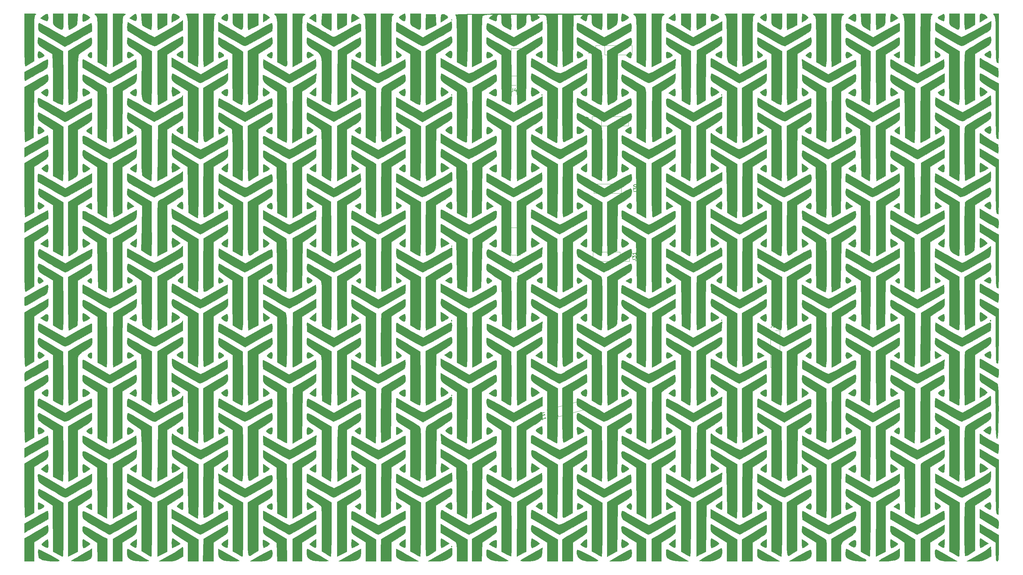
<source format=gbr>
G04 #@! TF.GenerationSoftware,KiCad,Pcbnew,(5.1.4)-1*
G04 #@! TF.CreationDate,2023-05-19T08:47:55-04:00*
G04 #@! TF.ProjectId,ThumbsUp,5468756d-6273-4557-902e-6b696361645f,rev?*
G04 #@! TF.SameCoordinates,Original*
G04 #@! TF.FileFunction,Legend,Top*
G04 #@! TF.FilePolarity,Positive*
%FSLAX46Y46*%
G04 Gerber Fmt 4.6, Leading zero omitted, Abs format (unit mm)*
G04 Created by KiCad (PCBNEW (5.1.4)-1) date 2023-05-19 08:47:55*
%MOMM*%
%LPD*%
G04 APERTURE LIST*
%ADD10C,0.010000*%
%ADD11C,0.120000*%
%ADD12C,0.150000*%
G04 APERTURE END LIST*
D10*
G36*
X135023158Y-489835789D02*
G01*
X134889474Y-489969473D01*
X134755790Y-489835789D01*
X134889474Y-489702105D01*
X135023158Y-489835789D01*
X135023158Y-489835789D01*
G37*
X135023158Y-489835789D02*
X134889474Y-489969473D01*
X134755790Y-489835789D01*
X134889474Y-489702105D01*
X135023158Y-489835789D01*
G36*
X273443010Y-488324160D02*
G01*
X273513611Y-488875187D01*
X273520000Y-489145087D01*
X273484119Y-489889296D01*
X273299119Y-490170217D01*
X272848965Y-490056416D01*
X272383684Y-489816545D01*
X271860354Y-489497648D01*
X271675105Y-489231070D01*
X271867414Y-488946546D01*
X272476762Y-488573812D01*
X273319474Y-488151035D01*
X273443010Y-488324160D01*
X273443010Y-488324160D01*
G37*
X273443010Y-488324160D02*
X273513611Y-488875187D01*
X273520000Y-489145087D01*
X273484119Y-489889296D01*
X273299119Y-490170217D01*
X272848965Y-490056416D01*
X272383684Y-489816545D01*
X271860354Y-489497648D01*
X271675105Y-489231070D01*
X271867414Y-488946546D01*
X272476762Y-488573812D01*
X273319474Y-488151035D01*
X273443010Y-488324160D01*
G36*
X223444434Y-488335226D02*
G01*
X223516824Y-488928068D01*
X223522105Y-489167368D01*
X223442098Y-489925429D01*
X223167598Y-490206844D01*
X222646884Y-490032841D01*
X222189258Y-489714446D01*
X221767852Y-489333629D01*
X221648484Y-489103510D01*
X221654521Y-489096997D01*
X222171870Y-488720723D01*
X222761543Y-488354509D01*
X223214800Y-488124008D01*
X223314228Y-488097895D01*
X223444434Y-488335226D01*
X223444434Y-488335226D01*
G37*
X223444434Y-488335226D02*
X223516824Y-488928068D01*
X223522105Y-489167368D01*
X223442098Y-489925429D01*
X223167598Y-490206844D01*
X222646884Y-490032841D01*
X222189258Y-489714446D01*
X221767852Y-489333629D01*
X221648484Y-489103510D01*
X221654521Y-489096997D01*
X222171870Y-488720723D01*
X222761543Y-488354509D01*
X223214800Y-488124008D01*
X223314228Y-488097895D01*
X223444434Y-488335226D01*
G36*
X208838829Y-488222603D02*
G01*
X209467115Y-488520034D01*
X209972476Y-488875144D01*
X210153684Y-489148598D01*
X209936444Y-489364767D01*
X209412963Y-489676722D01*
X208775599Y-489987011D01*
X208216711Y-490198180D01*
X208005666Y-490236842D01*
X207843913Y-489999623D01*
X207753951Y-489407028D01*
X207747369Y-489167368D01*
X207791404Y-488468940D01*
X207971484Y-488159966D01*
X208291512Y-488097895D01*
X208838829Y-488222603D01*
X208838829Y-488222603D01*
G37*
X208838829Y-488222603D02*
X209467115Y-488520034D01*
X209972476Y-488875144D01*
X210153684Y-489148598D01*
X209936444Y-489364767D01*
X209412963Y-489676722D01*
X208775599Y-489987011D01*
X208216711Y-490198180D01*
X208005666Y-490236842D01*
X207843913Y-489999623D01*
X207753951Y-489407028D01*
X207747369Y-489167368D01*
X207791404Y-488468940D01*
X207971484Y-488159966D01*
X208291512Y-488097895D01*
X208838829Y-488222603D01*
G36*
X197779801Y-488335675D02*
G01*
X197849636Y-488927952D01*
X197854737Y-489167368D01*
X197820735Y-489888192D01*
X197642259Y-490167381D01*
X197204603Y-490064862D01*
X196665366Y-489788747D01*
X195877048Y-489362062D01*
X196665366Y-488731306D01*
X197226862Y-488320573D01*
X197612152Y-488107503D01*
X197654211Y-488099223D01*
X197779801Y-488335675D01*
X197779801Y-488335675D01*
G37*
X197779801Y-488335675D02*
X197849636Y-488927952D01*
X197854737Y-489167368D01*
X197820735Y-489888192D01*
X197642259Y-490167381D01*
X197204603Y-490064862D01*
X196665366Y-489788747D01*
X195877048Y-489362062D01*
X196665366Y-488731306D01*
X197226862Y-488320573D01*
X197612152Y-488107503D01*
X197654211Y-488099223D01*
X197779801Y-488335675D01*
G36*
X121844434Y-488335226D02*
G01*
X121916824Y-488928068D01*
X121922105Y-489167368D01*
X121842098Y-489925429D01*
X121567598Y-490206844D01*
X121046884Y-490032841D01*
X120589258Y-489714446D01*
X120167852Y-489333629D01*
X120048484Y-489103510D01*
X120054521Y-489096997D01*
X120571870Y-488720723D01*
X121161543Y-488354509D01*
X121614800Y-488124008D01*
X121714228Y-488097895D01*
X121844434Y-488335226D01*
X121844434Y-488335226D01*
G37*
X121844434Y-488335226D02*
X121916824Y-488928068D01*
X121922105Y-489167368D01*
X121842098Y-489925429D01*
X121567598Y-490206844D01*
X121046884Y-490032841D01*
X120589258Y-489714446D01*
X120167852Y-489333629D01*
X120048484Y-489103510D01*
X120054521Y-489096997D01*
X120571870Y-488720723D01*
X121161543Y-488354509D01*
X121614800Y-488124008D01*
X121714228Y-488097895D01*
X121844434Y-488335226D01*
G36*
X71914161Y-488608609D02*
G01*
X71924211Y-489167368D01*
X71860843Y-489895672D01*
X71606267Y-490175812D01*
X71063770Y-490061543D01*
X70654211Y-489873244D01*
X70148309Y-489499867D01*
X70154133Y-489105544D01*
X70677056Y-488649823D01*
X70829148Y-488556594D01*
X71485204Y-488200684D01*
X71807377Y-488195992D01*
X71914161Y-488608609D01*
X71914161Y-488608609D01*
G37*
X71914161Y-488608609D02*
X71924211Y-489167368D01*
X71860843Y-489895672D01*
X71606267Y-490175812D01*
X71063770Y-490061543D01*
X70654211Y-489873244D01*
X70148309Y-489499867D01*
X70154133Y-489105544D01*
X70677056Y-488649823D01*
X70829148Y-488556594D01*
X71485204Y-488200684D01*
X71807377Y-488195992D01*
X71914161Y-488608609D01*
G36*
X46226697Y-488571043D02*
G01*
X46256842Y-489167368D01*
X46222799Y-489888368D01*
X46044184Y-490167462D01*
X45606270Y-490064685D01*
X45068431Y-489789250D01*
X44281073Y-489363068D01*
X45016499Y-488730481D01*
X45674344Y-488235800D01*
X46055661Y-488174876D01*
X46226697Y-488571043D01*
X46226697Y-488571043D01*
G37*
X46226697Y-488571043D02*
X46256842Y-489167368D01*
X46222799Y-489888368D01*
X46044184Y-490167462D01*
X45606270Y-490064685D01*
X45068431Y-489789250D01*
X44281073Y-489363068D01*
X45016499Y-488730481D01*
X45674344Y-488235800D01*
X46055661Y-488174876D01*
X46226697Y-488571043D01*
G36*
X21344625Y-488532245D02*
G01*
X21391579Y-489167368D01*
X21334204Y-489877636D01*
X21099756Y-490169215D01*
X20594749Y-490081773D01*
X19954833Y-489776992D01*
X19186507Y-489373865D01*
X19954833Y-488745495D01*
X20680371Y-488235130D01*
X21126014Y-488158872D01*
X21344625Y-488532245D01*
X21344625Y-488532245D01*
G37*
X21344625Y-488532245D02*
X21391579Y-489167368D01*
X21334204Y-489877636D01*
X21099756Y-490169215D01*
X20594749Y-490081773D01*
X19954833Y-489776992D01*
X19186507Y-489373865D01*
X19954833Y-488745495D01*
X20680371Y-488235130D01*
X21126014Y-488158872D01*
X21344625Y-488532245D01*
G36*
X284506529Y-488229176D02*
G01*
X285023440Y-488539745D01*
X285429885Y-488904693D01*
X285565405Y-489199109D01*
X285527659Y-489256261D01*
X285250790Y-489434735D01*
X284684085Y-489782484D01*
X284415263Y-489944850D01*
X283412632Y-490547823D01*
X283412632Y-489322859D01*
X283440984Y-488570229D01*
X283574143Y-488210372D01*
X283884260Y-488102320D01*
X284039614Y-488097895D01*
X284506529Y-488229176D01*
X284506529Y-488229176D01*
G37*
X284506529Y-488229176D02*
X285023440Y-488539745D01*
X285429885Y-488904693D01*
X285565405Y-489199109D01*
X285527659Y-489256261D01*
X285250790Y-489434735D01*
X284684085Y-489782484D01*
X284415263Y-489944850D01*
X283412632Y-490547823D01*
X283412632Y-489322859D01*
X283440984Y-488570229D01*
X283574143Y-488210372D01*
X283884260Y-488102320D01*
X284039614Y-488097895D01*
X284506529Y-488229176D01*
G36*
X259126369Y-488238008D02*
G01*
X259773016Y-488717840D01*
X260493746Y-489337785D01*
X259505274Y-489920998D01*
X258873663Y-490278863D01*
X258461843Y-490484680D01*
X258398401Y-490504210D01*
X258327761Y-490265019D01*
X258285411Y-489659901D01*
X258280000Y-489301052D01*
X258361249Y-488464838D01*
X258630580Y-488115487D01*
X259126369Y-488238008D01*
X259126369Y-488238008D01*
G37*
X259126369Y-488238008D02*
X259773016Y-488717840D01*
X260493746Y-489337785D01*
X259505274Y-489920998D01*
X258873663Y-490278863D01*
X258461843Y-490484680D01*
X258398401Y-490504210D01*
X258327761Y-490265019D01*
X258285411Y-489659901D01*
X258280000Y-489301052D01*
X258361249Y-488464838D01*
X258630580Y-488115487D01*
X259126369Y-488238008D01*
G36*
X248609551Y-488535648D02*
G01*
X248654737Y-489151589D01*
X248608605Y-489847500D01*
X248493878Y-490273135D01*
X248454211Y-490315856D01*
X248118529Y-490261517D01*
X247531363Y-489989589D01*
X247345624Y-489883127D01*
X246437564Y-489339827D01*
X247211940Y-488720189D01*
X247942209Y-488220400D01*
X248390613Y-488153664D01*
X248609551Y-488535648D01*
X248609551Y-488535648D01*
G37*
X248609551Y-488535648D02*
X248654737Y-489151589D01*
X248608605Y-489847500D01*
X248493878Y-490273135D01*
X248454211Y-490315856D01*
X248118529Y-490261517D01*
X247531363Y-489989589D01*
X247345624Y-489883127D01*
X246437564Y-489339827D01*
X247211940Y-488720189D01*
X247942209Y-488220400D01*
X248390613Y-488153664D01*
X248609551Y-488535648D01*
G36*
X233964805Y-488232967D02*
G01*
X234495715Y-488549965D01*
X234976361Y-488916561D01*
X235216366Y-489200424D01*
X235217466Y-489240235D01*
X234961824Y-489515623D01*
X234423190Y-489915801D01*
X234279115Y-490009437D01*
X233414737Y-490556722D01*
X233414737Y-489327308D01*
X233445759Y-488600491D01*
X233524415Y-488159280D01*
X233574010Y-488097895D01*
X233964805Y-488232967D01*
X233964805Y-488232967D01*
G37*
X233964805Y-488232967D02*
X234495715Y-488549965D01*
X234976361Y-488916561D01*
X235216366Y-489200424D01*
X235217466Y-489240235D01*
X234961824Y-489515623D01*
X234423190Y-489915801D01*
X234279115Y-490009437D01*
X233414737Y-490556722D01*
X233414737Y-489327308D01*
X233445759Y-488600491D01*
X233524415Y-488159280D01*
X233574010Y-488097895D01*
X233964805Y-488232967D01*
G36*
X183330717Y-488224023D02*
G01*
X183911477Y-488522483D01*
X184448914Y-488873392D01*
X184741973Y-489156864D01*
X184753684Y-489198605D01*
X184545824Y-489453143D01*
X184050220Y-489794095D01*
X183458835Y-490114471D01*
X182963634Y-490307282D01*
X182770776Y-490303758D01*
X182642306Y-489930076D01*
X182611847Y-489314026D01*
X182666245Y-488667524D01*
X182792346Y-488202487D01*
X182907695Y-488097895D01*
X183330717Y-488224023D01*
X183330717Y-488224023D01*
G37*
X183330717Y-488224023D02*
X183911477Y-488522483D01*
X184448914Y-488873392D01*
X184741973Y-489156864D01*
X184753684Y-489198605D01*
X184545824Y-489453143D01*
X184050220Y-489794095D01*
X183458835Y-490114471D01*
X182963634Y-490307282D01*
X182770776Y-490303758D01*
X182642306Y-489930076D01*
X182611847Y-489314026D01*
X182666245Y-488667524D01*
X182792346Y-488202487D01*
X182907695Y-488097895D01*
X183330717Y-488224023D01*
G36*
X132716329Y-488268962D02*
G01*
X133063909Y-488416996D01*
X133674844Y-488797333D01*
X133800762Y-489155770D01*
X133433132Y-489562359D01*
X132881972Y-489910615D01*
X131814737Y-490520177D01*
X131814737Y-489458499D01*
X131896535Y-488608639D01*
X132178687Y-488227450D01*
X132716329Y-488268962D01*
X132716329Y-488268962D01*
G37*
X132716329Y-488268962D02*
X133063909Y-488416996D01*
X133674844Y-488797333D01*
X133800762Y-489155770D01*
X133433132Y-489562359D01*
X132881972Y-489910615D01*
X131814737Y-490520177D01*
X131814737Y-489458499D01*
X131896535Y-488608639D01*
X132178687Y-488227450D01*
X132716329Y-488268962D01*
G36*
X107454023Y-488249762D02*
G01*
X108141779Y-488733646D01*
X108933032Y-489366741D01*
X107807569Y-489940910D01*
X106682105Y-490515078D01*
X106682105Y-489306486D01*
X106748212Y-488484863D01*
X106985855Y-488140338D01*
X107454023Y-488249762D01*
X107454023Y-488249762D01*
G37*
X107454023Y-488249762D02*
X108141779Y-488733646D01*
X108933032Y-489366741D01*
X107807569Y-489940910D01*
X106682105Y-490515078D01*
X106682105Y-489306486D01*
X106748212Y-488484863D01*
X106985855Y-488140338D01*
X107454023Y-488249762D01*
G36*
X96756816Y-488605870D02*
G01*
X96789474Y-489301052D01*
X96776234Y-490013315D01*
X96742727Y-490432832D01*
X96722632Y-490482060D01*
X96475569Y-490341720D01*
X95941687Y-490019050D01*
X95748043Y-489900052D01*
X94840297Y-489340194D01*
X95562426Y-488719044D01*
X96211595Y-488232213D01*
X96587231Y-488183820D01*
X96756816Y-488605870D01*
X96756816Y-488605870D01*
G37*
X96756816Y-488605870D02*
X96789474Y-489301052D01*
X96776234Y-490013315D01*
X96742727Y-490432832D01*
X96722632Y-490482060D01*
X96475569Y-490341720D01*
X95941687Y-490019050D01*
X95748043Y-489900052D01*
X94840297Y-489340194D01*
X95562426Y-488719044D01*
X96211595Y-488232213D01*
X96587231Y-488183820D01*
X96756816Y-488605870D01*
G36*
X82337625Y-488229269D02*
G01*
X82876051Y-488536850D01*
X83389451Y-488890823D01*
X83675878Y-489161373D01*
X83688421Y-489198605D01*
X83480015Y-489436567D01*
X82959649Y-489807353D01*
X82752632Y-489934047D01*
X81816842Y-490486176D01*
X81816842Y-489292035D01*
X81848725Y-488577395D01*
X81929323Y-488150799D01*
X81976116Y-488097895D01*
X82337625Y-488229269D01*
X82337625Y-488229269D01*
G37*
X82337625Y-488229269D02*
X82876051Y-488536850D01*
X83389451Y-488890823D01*
X83675878Y-489161373D01*
X83688421Y-489198605D01*
X83480015Y-489436567D01*
X82959649Y-489807353D01*
X82752632Y-489934047D01*
X81816842Y-490486176D01*
X81816842Y-489292035D01*
X81848725Y-488577395D01*
X81929323Y-488150799D01*
X81976116Y-488097895D01*
X82337625Y-488229269D01*
G36*
X57323303Y-488259271D02*
G01*
X57909332Y-488602140D01*
X58273953Y-488947080D01*
X58312084Y-489235276D01*
X57972234Y-489551946D01*
X57202911Y-489982306D01*
X57018421Y-490076608D01*
X56149474Y-490517942D01*
X56149474Y-489307918D01*
X56182339Y-488556192D01*
X56323476Y-488199324D01*
X56636696Y-488099289D01*
X56708881Y-488097895D01*
X57323303Y-488259271D01*
X57323303Y-488259271D01*
G37*
X57323303Y-488259271D02*
X57909332Y-488602140D01*
X58273953Y-488947080D01*
X58312084Y-489235276D01*
X57972234Y-489551946D01*
X57202911Y-489982306D01*
X57018421Y-490076608D01*
X56149474Y-490517942D01*
X56149474Y-489307918D01*
X56182339Y-488556192D01*
X56323476Y-488199324D01*
X56636696Y-488099289D01*
X56708881Y-488097895D01*
X57323303Y-488259271D01*
G36*
X31732823Y-488224023D02*
G01*
X32313582Y-488522483D01*
X32851020Y-488873392D01*
X33144078Y-489156864D01*
X33155790Y-489198605D01*
X32947929Y-489453143D01*
X32452325Y-489794095D01*
X31860940Y-490114471D01*
X31365740Y-490307282D01*
X31172881Y-490303758D01*
X31044411Y-489930076D01*
X31013952Y-489314026D01*
X31068350Y-488667524D01*
X31194451Y-488202487D01*
X31309800Y-488097895D01*
X31732823Y-488224023D01*
X31732823Y-488224023D01*
G37*
X31732823Y-488224023D02*
X32313582Y-488522483D01*
X32851020Y-488873392D01*
X33144078Y-489156864D01*
X33155790Y-489198605D01*
X32947929Y-489453143D01*
X32452325Y-489794095D01*
X31860940Y-490114471D01*
X31365740Y-490307282D01*
X31172881Y-490303758D01*
X31044411Y-489930076D01*
X31013952Y-489314026D01*
X31068350Y-488667524D01*
X31194451Y-488202487D01*
X31309800Y-488097895D01*
X31732823Y-488224023D01*
G36*
X282075790Y-491260598D02*
G01*
X280838956Y-491951878D01*
X280099792Y-492342055D01*
X279546073Y-492592718D01*
X279368429Y-492643158D01*
X279262827Y-492396314D01*
X279182060Y-491737603D01*
X279138750Y-490789753D01*
X279134737Y-490370526D01*
X279134737Y-488097895D01*
X282075790Y-488097895D01*
X282075790Y-491260598D01*
X282075790Y-491260598D01*
G37*
X282075790Y-491260598D02*
X280838956Y-491951878D01*
X280099792Y-492342055D01*
X279546073Y-492592718D01*
X279368429Y-492643158D01*
X279262827Y-492396314D01*
X279182060Y-491737603D01*
X279138750Y-490789753D01*
X279134737Y-490370526D01*
X279134737Y-488097895D01*
X282075790Y-488097895D01*
X282075790Y-491260598D01*
G36*
X277797895Y-490370526D02*
G01*
X277783111Y-491553972D01*
X277693720Y-492261028D01*
X277462165Y-492549994D01*
X277020887Y-492479172D01*
X276302328Y-492106862D01*
X275993158Y-491927960D01*
X275361060Y-491538291D01*
X275021710Y-491191299D01*
X274884042Y-490706996D01*
X274856992Y-489905396D01*
X274856842Y-489682073D01*
X274856842Y-488097895D01*
X277797895Y-488097895D01*
X277797895Y-490370526D01*
X277797895Y-490370526D01*
G37*
X277797895Y-490370526D02*
X277783111Y-491553972D01*
X277693720Y-492261028D01*
X277462165Y-492549994D01*
X277020887Y-492479172D01*
X276302328Y-492106862D01*
X275993158Y-491927960D01*
X275361060Y-491538291D01*
X275021710Y-491191299D01*
X274884042Y-490706996D01*
X274856992Y-489905396D01*
X274856842Y-489682073D01*
X274856842Y-488097895D01*
X277797895Y-488097895D01*
X277797895Y-490370526D01*
G36*
X256889074Y-489729512D02*
G01*
X256828648Y-490637384D01*
X256696433Y-491185859D01*
X256398315Y-491549809D01*
X255840179Y-491904109D01*
X255665981Y-492002144D01*
X254979051Y-492373980D01*
X254506260Y-492605294D01*
X254395981Y-492643158D01*
X254338810Y-492396270D01*
X254295086Y-491737451D01*
X254271643Y-490789462D01*
X254269474Y-490370526D01*
X254269474Y-488097895D01*
X256968674Y-488097895D01*
X256889074Y-489729512D01*
X256889074Y-489729512D01*
G37*
X256889074Y-489729512D02*
X256828648Y-490637384D01*
X256696433Y-491185859D01*
X256398315Y-491549809D01*
X255840179Y-491904109D01*
X255665981Y-492002144D01*
X254979051Y-492373980D01*
X254506260Y-492605294D01*
X254395981Y-492643158D01*
X254338810Y-492396270D01*
X254295086Y-491737451D01*
X254271643Y-490789462D01*
X254269474Y-490370526D01*
X254269474Y-488097895D01*
X256968674Y-488097895D01*
X256889074Y-489729512D01*
G36*
X232077895Y-491297307D02*
G01*
X230749941Y-491970233D01*
X229996700Y-492339965D01*
X229453507Y-492584384D01*
X229279415Y-492643158D01*
X229214983Y-492396275D01*
X229165707Y-491737468D01*
X229139288Y-490789495D01*
X229136842Y-490370526D01*
X229136842Y-488097895D01*
X232077895Y-488097895D01*
X232077895Y-491297307D01*
X232077895Y-491297307D01*
G37*
X232077895Y-491297307D02*
X230749941Y-491970233D01*
X229996700Y-492339965D01*
X229453507Y-492584384D01*
X229279415Y-492643158D01*
X229214983Y-492396275D01*
X229165707Y-491737468D01*
X229139288Y-490789495D01*
X229136842Y-490370526D01*
X229136842Y-488097895D01*
X232077895Y-488097895D01*
X232077895Y-491297307D01*
G36*
X227800000Y-490370526D02*
G01*
X227785216Y-491553972D01*
X227695825Y-492261028D01*
X227464270Y-492549994D01*
X227022992Y-492479172D01*
X226304433Y-492106862D01*
X225995263Y-491927960D01*
X225363165Y-491538291D01*
X225023815Y-491191299D01*
X224886148Y-490706996D01*
X224859097Y-489905396D01*
X224858947Y-489682073D01*
X224858947Y-488097895D01*
X227800000Y-488097895D01*
X227800000Y-490370526D01*
X227800000Y-490370526D01*
G37*
X227800000Y-490370526D02*
X227785216Y-491553972D01*
X227695825Y-492261028D01*
X227464270Y-492549994D01*
X227022992Y-492479172D01*
X226304433Y-492106862D01*
X225995263Y-491927960D01*
X225363165Y-491538291D01*
X225023815Y-491191299D01*
X224886148Y-490706996D01*
X224859097Y-489905396D01*
X224858947Y-489682073D01*
X224858947Y-488097895D01*
X227800000Y-488097895D01*
X227800000Y-490370526D01*
G36*
X206410526Y-491255504D02*
G01*
X205226600Y-491949331D01*
X204524874Y-492344506D01*
X204025991Y-492595783D01*
X203889758Y-492643158D01*
X203820653Y-492396279D01*
X203767802Y-491737480D01*
X203739465Y-490789518D01*
X203736842Y-490370526D01*
X203736842Y-488097895D01*
X206410526Y-488097895D01*
X206410526Y-491255504D01*
X206410526Y-491255504D01*
G37*
X206410526Y-491255504D02*
X205226600Y-491949331D01*
X204524874Y-492344506D01*
X204025991Y-492595783D01*
X203889758Y-492643158D01*
X203820653Y-492396279D01*
X203767802Y-491737480D01*
X203739465Y-490789518D01*
X203736842Y-490370526D01*
X203736842Y-488097895D01*
X206410526Y-488097895D01*
X206410526Y-491255504D01*
G36*
X181545263Y-489526982D02*
G01*
X181473091Y-490556703D01*
X181236309Y-491188301D01*
X181077369Y-491366319D01*
X180585687Y-491719619D01*
X179910326Y-492121438D01*
X179248362Y-492463602D01*
X178796874Y-492637935D01*
X178751172Y-492643158D01*
X178684757Y-492396277D01*
X178633964Y-491737473D01*
X178606731Y-490789504D01*
X178604211Y-490370526D01*
X178604211Y-488097895D01*
X181545263Y-488097895D01*
X181545263Y-489526982D01*
X181545263Y-489526982D01*
G37*
X181545263Y-489526982D02*
X181473091Y-490556703D01*
X181236309Y-491188301D01*
X181077369Y-491366319D01*
X180585687Y-491719619D01*
X179910326Y-492121438D01*
X179248362Y-492463602D01*
X178796874Y-492637935D01*
X178751172Y-492643158D01*
X178684757Y-492396277D01*
X178633964Y-491737473D01*
X178606731Y-490789504D01*
X178604211Y-490370526D01*
X178604211Y-488097895D01*
X181545263Y-488097895D01*
X181545263Y-489526982D01*
G36*
X130424064Y-489757850D02*
G01*
X130503918Y-491284120D01*
X129162953Y-491963639D01*
X128403670Y-492335630D01*
X127851601Y-492582447D01*
X127668602Y-492643158D01*
X127607053Y-492396862D01*
X127576829Y-491740900D01*
X127582200Y-490799655D01*
X127592871Y-490437368D01*
X127670526Y-488231579D01*
X130344211Y-488231579D01*
X130424064Y-489757850D01*
X130424064Y-489757850D01*
G37*
X130424064Y-489757850D02*
X130503918Y-491284120D01*
X129162953Y-491963639D01*
X128403670Y-492335630D01*
X127851601Y-492582447D01*
X127668602Y-492643158D01*
X127607053Y-492396862D01*
X127576829Y-491740900D01*
X127582200Y-490799655D01*
X127592871Y-490437368D01*
X127670526Y-488231579D01*
X130344211Y-488231579D01*
X130424064Y-489757850D01*
G36*
X126200000Y-490370526D02*
G01*
X126185216Y-491553972D01*
X126095825Y-492261028D01*
X125864270Y-492549994D01*
X125422992Y-492479172D01*
X124704433Y-492106862D01*
X124395263Y-491927960D01*
X123763165Y-491538291D01*
X123423815Y-491191299D01*
X123286148Y-490706996D01*
X123259097Y-489905396D01*
X123258947Y-489682073D01*
X123258947Y-488097895D01*
X126200000Y-488097895D01*
X126200000Y-490370526D01*
X126200000Y-490370526D01*
G37*
X126200000Y-490370526D02*
X126185216Y-491553972D01*
X126095825Y-492261028D01*
X125864270Y-492549994D01*
X125422992Y-492479172D01*
X124704433Y-492106862D01*
X124395263Y-491927960D01*
X123763165Y-491538291D01*
X123423815Y-491191299D01*
X123286148Y-490706996D01*
X123259097Y-489905396D01*
X123258947Y-489682073D01*
X123258947Y-488097895D01*
X126200000Y-488097895D01*
X126200000Y-490370526D01*
G36*
X105345263Y-491255504D02*
G01*
X104161337Y-491949331D01*
X103459611Y-492344506D01*
X102960728Y-492595783D01*
X102824495Y-492643158D01*
X102755390Y-492396279D01*
X102702539Y-491737480D01*
X102674202Y-490789518D01*
X102671579Y-490370526D01*
X102671579Y-488097895D01*
X105345263Y-488097895D01*
X105345263Y-491255504D01*
X105345263Y-491255504D01*
G37*
X105345263Y-491255504D02*
X104161337Y-491949331D01*
X103459611Y-492344506D01*
X102960728Y-492595783D01*
X102824495Y-492643158D01*
X102755390Y-492396279D01*
X102702539Y-491737480D01*
X102674202Y-490789518D01*
X102671579Y-490370526D01*
X102671579Y-488097895D01*
X105345263Y-488097895D01*
X105345263Y-491255504D01*
G36*
X80480000Y-491297307D02*
G01*
X79152046Y-491970233D01*
X78398806Y-492339965D01*
X77855612Y-492584384D01*
X77681520Y-492643158D01*
X77617089Y-492396275D01*
X77567812Y-491737468D01*
X77541393Y-490789495D01*
X77538947Y-490370526D01*
X77538947Y-488097895D01*
X80480000Y-488097895D01*
X80480000Y-491297307D01*
X80480000Y-491297307D01*
G37*
X80480000Y-491297307D02*
X79152046Y-491970233D01*
X78398806Y-492339965D01*
X77855612Y-492584384D01*
X77681520Y-492643158D01*
X77617089Y-492396275D01*
X77567812Y-491737468D01*
X77541393Y-490789495D01*
X77538947Y-490370526D01*
X77538947Y-488097895D01*
X80480000Y-488097895D01*
X80480000Y-491297307D01*
G36*
X76202105Y-490370526D02*
G01*
X76187321Y-491553972D01*
X76097931Y-492261028D01*
X75866375Y-492549994D01*
X75425097Y-492479172D01*
X74706538Y-492106862D01*
X74397369Y-491927960D01*
X73765270Y-491538291D01*
X73425920Y-491191299D01*
X73288253Y-490706996D01*
X73261203Y-489905396D01*
X73261053Y-489682073D01*
X73261053Y-488097895D01*
X76202105Y-488097895D01*
X76202105Y-490370526D01*
X76202105Y-490370526D01*
G37*
X76202105Y-490370526D02*
X76187321Y-491553972D01*
X76097931Y-492261028D01*
X75866375Y-492549994D01*
X75425097Y-492479172D01*
X74706538Y-492106862D01*
X74397369Y-491927960D01*
X73765270Y-491538291D01*
X73425920Y-491191299D01*
X73288253Y-490706996D01*
X73261203Y-489905396D01*
X73261053Y-489682073D01*
X73261053Y-488097895D01*
X76202105Y-488097895D01*
X76202105Y-490370526D01*
G36*
X54812632Y-491260598D02*
G01*
X53575798Y-491951878D01*
X52865963Y-492338962D01*
X52372794Y-492589825D01*
X52238956Y-492643158D01*
X52193759Y-492396263D01*
X52159194Y-491737427D01*
X52140662Y-490789417D01*
X52138947Y-490370526D01*
X52138947Y-488097895D01*
X54812632Y-488097895D01*
X54812632Y-491260598D01*
X54812632Y-491260598D01*
G37*
X54812632Y-491260598D02*
X53575798Y-491951878D01*
X52865963Y-492338962D01*
X52372794Y-492589825D01*
X52238956Y-492643158D01*
X52193759Y-492396263D01*
X52159194Y-491737427D01*
X52140662Y-490789417D01*
X52138947Y-490370526D01*
X52138947Y-488097895D01*
X54812632Y-488097895D01*
X54812632Y-491260598D01*
G36*
X50534737Y-490370526D02*
G01*
X50512979Y-491395714D01*
X50454914Y-492177562D01*
X50371352Y-492594177D01*
X50334211Y-492631341D01*
X49993725Y-492510133D01*
X49369740Y-492218356D01*
X49064211Y-492063047D01*
X48399700Y-491709789D01*
X47967198Y-491465830D01*
X47894283Y-491417392D01*
X47824757Y-491124638D01*
X47745637Y-490454132D01*
X47685733Y-489713055D01*
X47577637Y-488097895D01*
X50534737Y-488097895D01*
X50534737Y-490370526D01*
X50534737Y-490370526D01*
G37*
X50534737Y-490370526D02*
X50512979Y-491395714D01*
X50454914Y-492177562D01*
X50371352Y-492594177D01*
X50334211Y-492631341D01*
X49993725Y-492510133D01*
X49369740Y-492218356D01*
X49064211Y-492063047D01*
X48399700Y-491709789D01*
X47967198Y-491465830D01*
X47894283Y-491417392D01*
X47824757Y-491124638D01*
X47745637Y-490454132D01*
X47685733Y-489713055D01*
X47577637Y-488097895D01*
X50534737Y-488097895D01*
X50534737Y-490370526D01*
G36*
X29625916Y-489761682D02*
G01*
X29565637Y-490681968D01*
X29438211Y-491238108D01*
X29157391Y-491600350D01*
X28636929Y-491938944D01*
X28476842Y-492029916D01*
X27795311Y-492393206D01*
X27311695Y-492611206D01*
X27206842Y-492638759D01*
X27116242Y-492393988D01*
X27046943Y-491737009D01*
X27009769Y-490790247D01*
X27006316Y-490370526D01*
X27006316Y-488097895D01*
X29705516Y-488097895D01*
X29625916Y-489761682D01*
X29625916Y-489761682D01*
G37*
X29625916Y-489761682D02*
X29565637Y-490681968D01*
X29438211Y-491238108D01*
X29157391Y-491600350D01*
X28636929Y-491938944D01*
X28476842Y-492029916D01*
X27795311Y-492393206D01*
X27311695Y-492611206D01*
X27206842Y-492638759D01*
X27116242Y-492393988D01*
X27046943Y-491737009D01*
X27009769Y-490790247D01*
X27006316Y-490370526D01*
X27006316Y-488097895D01*
X29705516Y-488097895D01*
X29625916Y-489761682D01*
G36*
X25669474Y-490370526D02*
G01*
X25652228Y-491565614D01*
X25557484Y-492282832D01*
X25320730Y-492578893D01*
X24877458Y-492510506D01*
X24163155Y-492134381D01*
X23864737Y-491957053D01*
X23233217Y-491556619D01*
X22893837Y-491202824D01*
X22755867Y-490714413D01*
X22728581Y-489910133D01*
X22728421Y-489686951D01*
X22728421Y-488097895D01*
X25669474Y-488097895D01*
X25669474Y-490370526D01*
X25669474Y-490370526D01*
G37*
X25669474Y-490370526D02*
X25652228Y-491565614D01*
X25557484Y-492282832D01*
X25320730Y-492578893D01*
X24877458Y-492510506D01*
X24163155Y-492134381D01*
X23864737Y-491957053D01*
X23233217Y-491556619D01*
X22893837Y-491202824D01*
X22755867Y-490714413D01*
X22728581Y-489910133D01*
X22728421Y-489686951D01*
X22728421Y-488097895D01*
X25669474Y-488097895D01*
X25669474Y-490370526D01*
G36*
X252665263Y-490504210D02*
G01*
X252658402Y-491560876D01*
X252640020Y-492376353D01*
X252613423Y-492832712D01*
X252598421Y-492889510D01*
X252352507Y-492751160D01*
X251793320Y-492418707D01*
X251328421Y-492137901D01*
X250668737Y-491715906D01*
X250301835Y-491348404D01*
X250131337Y-490856181D01*
X250060866Y-490060020D01*
X250045663Y-489752602D01*
X249966063Y-488097895D01*
X252665263Y-488097895D01*
X252665263Y-490504210D01*
X252665263Y-490504210D01*
G37*
X252665263Y-490504210D02*
X252658402Y-491560876D01*
X252640020Y-492376353D01*
X252613423Y-492832712D01*
X252598421Y-492889510D01*
X252352507Y-492751160D01*
X251793320Y-492418707D01*
X251328421Y-492137901D01*
X250668737Y-491715906D01*
X250301835Y-491348404D01*
X250131337Y-490856181D01*
X250060866Y-490060020D01*
X250045663Y-489752602D01*
X249966063Y-488097895D01*
X252665263Y-488097895D01*
X252665263Y-490504210D01*
G36*
X202132632Y-490504210D02*
G01*
X202125769Y-491561230D01*
X202107383Y-492377410D01*
X202080781Y-492834663D01*
X202065790Y-492891922D01*
X201822955Y-492750766D01*
X201265628Y-492405666D01*
X200728947Y-492067209D01*
X199458947Y-491261101D01*
X199458947Y-488097895D01*
X202132632Y-488097895D01*
X202132632Y-490504210D01*
X202132632Y-490504210D01*
G37*
X202132632Y-490504210D02*
X202125769Y-491561230D01*
X202107383Y-492377410D01*
X202080781Y-492834663D01*
X202065790Y-492891922D01*
X201822955Y-492750766D01*
X201265628Y-492405666D01*
X200728947Y-492067209D01*
X199458947Y-491261101D01*
X199458947Y-488097895D01*
X202132632Y-488097895D01*
X202132632Y-490504210D01*
G36*
X101067369Y-490504210D02*
G01*
X101060513Y-491559290D01*
X101042148Y-492371618D01*
X101015572Y-492823974D01*
X101000526Y-492878691D01*
X100749857Y-492742423D01*
X100175841Y-492425592D01*
X99666920Y-492143428D01*
X98940289Y-491703360D01*
X98434599Y-491328640D01*
X98296304Y-491170097D01*
X98261302Y-490766860D01*
X98285120Y-490029639D01*
X98327086Y-489499044D01*
X98461718Y-488097895D01*
X101067369Y-488097895D01*
X101067369Y-490504210D01*
X101067369Y-490504210D01*
G37*
X101067369Y-490504210D02*
X101060513Y-491559290D01*
X101042148Y-492371618D01*
X101015572Y-492823974D01*
X101000526Y-492878691D01*
X100749857Y-492742423D01*
X100175841Y-492425592D01*
X99666920Y-492143428D01*
X98940289Y-491703360D01*
X98434599Y-491328640D01*
X98296304Y-491170097D01*
X98261302Y-490766860D01*
X98285120Y-490029639D01*
X98327086Y-489499044D01*
X98461718Y-488097895D01*
X101067369Y-488097895D01*
X101067369Y-490504210D01*
G36*
X286621053Y-491395235D02*
G01*
X286599327Y-492051613D01*
X286465517Y-492494197D01*
X286116674Y-492866154D01*
X285449848Y-493310650D01*
X285083684Y-493533180D01*
X283225163Y-494640393D01*
X281592493Y-495582095D01*
X280235160Y-496331391D01*
X279202648Y-496861389D01*
X278544442Y-497145196D01*
X278361107Y-497186618D01*
X277986595Y-497054073D01*
X277251351Y-496691206D01*
X276249949Y-496148119D01*
X275076967Y-495474913D01*
X274633242Y-495211754D01*
X273433377Y-494486978D01*
X272390735Y-493843991D01*
X271595551Y-493339434D01*
X271138056Y-493029946D01*
X271073462Y-492977251D01*
X270926627Y-492563064D01*
X270884484Y-491855717D01*
X270896010Y-491633282D01*
X270980000Y-490550755D01*
X274455790Y-492555927D01*
X275692141Y-493266464D01*
X276772674Y-493882358D01*
X277608816Y-494353515D01*
X278111996Y-494629840D01*
X278207672Y-494677905D01*
X278545098Y-494594945D01*
X279281155Y-494266543D01*
X280356736Y-493723704D01*
X281712738Y-492997433D01*
X283290056Y-492118736D01*
X285029586Y-491118617D01*
X285351053Y-490930622D01*
X286621053Y-490186030D01*
X286621053Y-491395235D01*
X286621053Y-491395235D01*
G37*
X286621053Y-491395235D02*
X286599327Y-492051613D01*
X286465517Y-492494197D01*
X286116674Y-492866154D01*
X285449848Y-493310650D01*
X285083684Y-493533180D01*
X283225163Y-494640393D01*
X281592493Y-495582095D01*
X280235160Y-496331391D01*
X279202648Y-496861389D01*
X278544442Y-497145196D01*
X278361107Y-497186618D01*
X277986595Y-497054073D01*
X277251351Y-496691206D01*
X276249949Y-496148119D01*
X275076967Y-495474913D01*
X274633242Y-495211754D01*
X273433377Y-494486978D01*
X272390735Y-493843991D01*
X271595551Y-493339434D01*
X271138056Y-493029946D01*
X271073462Y-492977251D01*
X270926627Y-492563064D01*
X270884484Y-491855717D01*
X270896010Y-491633282D01*
X270980000Y-490550755D01*
X274455790Y-492555927D01*
X275692141Y-493266464D01*
X276772674Y-493882358D01*
X277608816Y-494353515D01*
X278111996Y-494629840D01*
X278207672Y-494677905D01*
X278545098Y-494594945D01*
X279281155Y-494266543D01*
X280356736Y-493723704D01*
X281712738Y-492997433D01*
X283290056Y-492118736D01*
X285029586Y-491118617D01*
X285351053Y-490930622D01*
X286621053Y-490186030D01*
X286621053Y-491395235D01*
G36*
X210944064Y-491529415D02*
G01*
X210932339Y-492776842D01*
X207097898Y-494982631D01*
X205781489Y-495722021D01*
X204597742Y-496353525D01*
X203635662Y-496832245D01*
X202984254Y-497113276D01*
X202764886Y-497168577D01*
X202368437Y-497029554D01*
X201610053Y-496660027D01*
X200583481Y-496109306D01*
X199382468Y-495426704D01*
X198790526Y-495078003D01*
X195314737Y-493007272D01*
X195232522Y-491889426D01*
X195243969Y-491104785D01*
X195418687Y-490778186D01*
X195461412Y-490771579D01*
X195791849Y-490897979D01*
X196496327Y-491246321D01*
X197486290Y-491770314D01*
X198673185Y-492423668D01*
X199321762Y-492789481D01*
X202871006Y-494807383D01*
X210955790Y-490281989D01*
X210944064Y-491529415D01*
X210944064Y-491529415D01*
G37*
X210944064Y-491529415D02*
X210932339Y-492776842D01*
X207097898Y-494982631D01*
X205781489Y-495722021D01*
X204597742Y-496353525D01*
X203635662Y-496832245D01*
X202984254Y-497113276D01*
X202764886Y-497168577D01*
X202368437Y-497029554D01*
X201610053Y-496660027D01*
X200583481Y-496109306D01*
X199382468Y-495426704D01*
X198790526Y-495078003D01*
X195314737Y-493007272D01*
X195232522Y-491889426D01*
X195243969Y-491104785D01*
X195418687Y-490778186D01*
X195461412Y-490771579D01*
X195791849Y-490897979D01*
X196496327Y-491246321D01*
X197486290Y-491770314D01*
X198673185Y-492423668D01*
X199321762Y-492789481D01*
X202871006Y-494807383D01*
X210955790Y-490281989D01*
X210944064Y-491529415D01*
G36*
X170537042Y-490767949D02*
G01*
X171202873Y-491082763D01*
X172163665Y-491584131D01*
X173336649Y-492229432D01*
X174132439Y-492682117D01*
X177815404Y-494802742D01*
X179212439Y-494034784D01*
X180106070Y-493538990D01*
X181256263Y-492894592D01*
X182455215Y-492218145D01*
X182805989Y-492019202D01*
X183785347Y-491477033D01*
X184596994Y-491053876D01*
X185124938Y-490808921D01*
X185250930Y-490771579D01*
X185394802Y-491009146D01*
X185462184Y-491606315D01*
X185460730Y-491900595D01*
X185422105Y-493029612D01*
X181812632Y-495104604D01*
X180542666Y-495820630D01*
X179415060Y-496430133D01*
X178519686Y-496886546D01*
X177946417Y-497143304D01*
X177802105Y-497182546D01*
X177394294Y-497054700D01*
X176670249Y-496712820D01*
X175768683Y-496223887D01*
X175529474Y-496085154D01*
X173802658Y-495071411D01*
X172480391Y-494291734D01*
X171509054Y-493704460D01*
X170835030Y-493267926D01*
X170404701Y-492940467D01*
X170164448Y-492680421D01*
X170060653Y-492446125D01*
X170039699Y-492195914D01*
X170047966Y-491888125D01*
X170048421Y-491826156D01*
X170095976Y-491137885D01*
X170213790Y-490719350D01*
X170248947Y-490682315D01*
X170537042Y-490767949D01*
X170537042Y-490767949D01*
G37*
X170537042Y-490767949D02*
X171202873Y-491082763D01*
X172163665Y-491584131D01*
X173336649Y-492229432D01*
X174132439Y-492682117D01*
X177815404Y-494802742D01*
X179212439Y-494034784D01*
X180106070Y-493538990D01*
X181256263Y-492894592D01*
X182455215Y-492218145D01*
X182805989Y-492019202D01*
X183785347Y-491477033D01*
X184596994Y-491053876D01*
X185124938Y-490808921D01*
X185250930Y-490771579D01*
X185394802Y-491009146D01*
X185462184Y-491606315D01*
X185460730Y-491900595D01*
X185422105Y-493029612D01*
X181812632Y-495104604D01*
X180542666Y-495820630D01*
X179415060Y-496430133D01*
X178519686Y-496886546D01*
X177946417Y-497143304D01*
X177802105Y-497182546D01*
X177394294Y-497054700D01*
X176670249Y-496712820D01*
X175768683Y-496223887D01*
X175529474Y-496085154D01*
X173802658Y-495071411D01*
X172480391Y-494291734D01*
X171509054Y-493704460D01*
X170835030Y-493267926D01*
X170404701Y-492940467D01*
X170164448Y-492680421D01*
X170060653Y-492446125D01*
X170039699Y-492195914D01*
X170047966Y-491888125D01*
X170048421Y-491826156D01*
X170095976Y-491137885D01*
X170213790Y-490719350D01*
X170248947Y-490682315D01*
X170537042Y-490767949D01*
G36*
X134974926Y-491385636D02*
G01*
X134973844Y-492174960D01*
X134771037Y-492651350D01*
X134470304Y-492909939D01*
X133733023Y-493382588D01*
X132739262Y-493979676D01*
X131586148Y-494647447D01*
X130370809Y-495332147D01*
X129190371Y-495980022D01*
X128141962Y-496537316D01*
X127322710Y-496950275D01*
X126829741Y-497165143D01*
X126748259Y-497183674D01*
X126382243Y-497052173D01*
X125648764Y-496692972D01*
X124638703Y-496153804D01*
X123442942Y-495482402D01*
X122803036Y-495111568D01*
X119272388Y-493044210D01*
X119260404Y-491758431D01*
X119290266Y-491039105D01*
X119379731Y-490626319D01*
X119448947Y-490583909D01*
X119739374Y-490750613D01*
X120406841Y-491136283D01*
X121365899Y-491691472D01*
X122531098Y-492366730D01*
X123172405Y-492738636D01*
X124399894Y-493446486D01*
X125456624Y-494047993D01*
X126259996Y-494496760D01*
X126727415Y-494746394D01*
X126810387Y-494782105D01*
X127069143Y-494656676D01*
X127714270Y-494309059D01*
X128667794Y-493782256D01*
X129851742Y-493119270D01*
X130907456Y-492522538D01*
X134889474Y-490262972D01*
X134974926Y-491385636D01*
X134974926Y-491385636D01*
G37*
X134974926Y-491385636D02*
X134973844Y-492174960D01*
X134771037Y-492651350D01*
X134470304Y-492909939D01*
X133733023Y-493382588D01*
X132739262Y-493979676D01*
X131586148Y-494647447D01*
X130370809Y-495332147D01*
X129190371Y-495980022D01*
X128141962Y-496537316D01*
X127322710Y-496950275D01*
X126829741Y-497165143D01*
X126748259Y-497183674D01*
X126382243Y-497052173D01*
X125648764Y-496692972D01*
X124638703Y-496153804D01*
X123442942Y-495482402D01*
X122803036Y-495111568D01*
X119272388Y-493044210D01*
X119260404Y-491758431D01*
X119290266Y-491039105D01*
X119379731Y-490626319D01*
X119448947Y-490583909D01*
X119739374Y-490750613D01*
X120406841Y-491136283D01*
X121365899Y-491691472D01*
X122531098Y-492366730D01*
X123172405Y-492738636D01*
X124399894Y-493446486D01*
X125456624Y-494047993D01*
X126259996Y-494496760D01*
X126727415Y-494746394D01*
X126810387Y-494782105D01*
X127069143Y-494656676D01*
X127714270Y-494309059D01*
X128667794Y-493782256D01*
X129851742Y-493119270D01*
X130907456Y-492522538D01*
X134889474Y-490262972D01*
X134974926Y-491385636D01*
G36*
X70119474Y-490990735D02*
G01*
X70933873Y-491473066D01*
X71857844Y-492000787D01*
X72057895Y-492112152D01*
X72831902Y-492547252D01*
X73852278Y-493130242D01*
X74904212Y-493738355D01*
X74950400Y-493765247D01*
X76773432Y-494827062D01*
X80401483Y-492799320D01*
X81664972Y-492101581D01*
X82769434Y-491507554D01*
X83628772Y-491062306D01*
X84156890Y-490810901D01*
X84275403Y-490771579D01*
X84408306Y-491008310D01*
X84452010Y-491603704D01*
X84439057Y-491901990D01*
X84356842Y-493032401D01*
X80747369Y-495105999D01*
X79477340Y-495821423D01*
X78349690Y-496430108D01*
X77454306Y-496885569D01*
X76881074Y-497141320D01*
X76736842Y-497180023D01*
X76375771Y-497050465D01*
X75646691Y-496693158D01*
X74640034Y-496155627D01*
X73446232Y-495485395D01*
X72802223Y-495112331D01*
X69268655Y-493044210D01*
X69259591Y-491752404D01*
X69250526Y-490460597D01*
X70119474Y-490990735D01*
X70119474Y-490990735D01*
G37*
X70119474Y-490990735D02*
X70933873Y-491473066D01*
X71857844Y-492000787D01*
X72057895Y-492112152D01*
X72831902Y-492547252D01*
X73852278Y-493130242D01*
X74904212Y-493738355D01*
X74950400Y-493765247D01*
X76773432Y-494827062D01*
X80401483Y-492799320D01*
X81664972Y-492101581D01*
X82769434Y-491507554D01*
X83628772Y-491062306D01*
X84156890Y-490810901D01*
X84275403Y-490771579D01*
X84408306Y-491008310D01*
X84452010Y-491603704D01*
X84439057Y-491901990D01*
X84356842Y-493032401D01*
X80747369Y-495105999D01*
X79477340Y-495821423D01*
X78349690Y-496430108D01*
X77454306Y-496885569D01*
X76881074Y-497141320D01*
X76736842Y-497180023D01*
X76375771Y-497050465D01*
X75646691Y-496693158D01*
X74640034Y-496155627D01*
X73446232Y-495485395D01*
X72802223Y-495112331D01*
X69268655Y-493044210D01*
X69259591Y-491752404D01*
X69250526Y-490460597D01*
X70119474Y-490990735D01*
G36*
X260894874Y-491009899D02*
G01*
X260946833Y-491609189D01*
X260951570Y-491907895D01*
X260949455Y-493044210D01*
X257943675Y-494771219D01*
X256730396Y-495468319D01*
X255614802Y-496109283D01*
X254716578Y-496625347D01*
X254155407Y-496947749D01*
X254135790Y-496959019D01*
X253333684Y-497419810D01*
X249590526Y-495213740D01*
X248191787Y-494383092D01*
X247189213Y-493763602D01*
X246514957Y-493300652D01*
X246101170Y-492939626D01*
X245880006Y-492625908D01*
X245783617Y-492304879D01*
X245761688Y-492131540D01*
X245719474Y-491503991D01*
X245776638Y-491096841D01*
X245993266Y-490918470D01*
X246429444Y-490977255D01*
X247145257Y-491281574D01*
X248200792Y-491839806D01*
X249656133Y-492660330D01*
X249689240Y-492679193D01*
X253430701Y-494811202D01*
X257042162Y-492791390D01*
X258294033Y-492096395D01*
X259377392Y-491504701D01*
X260208647Y-491061193D01*
X260704206Y-490810760D01*
X260803653Y-490771579D01*
X260894874Y-491009899D01*
X260894874Y-491009899D01*
G37*
X260894874Y-491009899D02*
X260946833Y-491609189D01*
X260951570Y-491907895D01*
X260949455Y-493044210D01*
X257943675Y-494771219D01*
X256730396Y-495468319D01*
X255614802Y-496109283D01*
X254716578Y-496625347D01*
X254155407Y-496947749D01*
X254135790Y-496959019D01*
X253333684Y-497419810D01*
X249590526Y-495213740D01*
X248191787Y-494383092D01*
X247189213Y-493763602D01*
X246514957Y-493300652D01*
X246101170Y-492939626D01*
X245880006Y-492625908D01*
X245783617Y-492304879D01*
X245761688Y-492131540D01*
X245719474Y-491503991D01*
X245776638Y-491096841D01*
X245993266Y-490918470D01*
X246429444Y-490977255D01*
X247145257Y-491281574D01*
X248200792Y-491839806D01*
X249656133Y-492660330D01*
X249689240Y-492679193D01*
X253430701Y-494811202D01*
X257042162Y-492791390D01*
X258294033Y-492096395D01*
X259377392Y-491504701D01*
X260208647Y-491061193D01*
X260704206Y-490810760D01*
X260803653Y-490771579D01*
X260894874Y-491009899D01*
G36*
X221339244Y-490756528D02*
G01*
X222007210Y-491143267D01*
X222967771Y-491699467D01*
X224135853Y-492375868D01*
X224804725Y-492763206D01*
X228359976Y-494822044D01*
X231889988Y-492863653D01*
X233148215Y-492172286D01*
X234256677Y-491575714D01*
X235124195Y-491122056D01*
X235659590Y-490859431D01*
X235770697Y-490815641D01*
X235991675Y-490911421D01*
X236058650Y-491406834D01*
X236038065Y-491864933D01*
X235976291Y-492425834D01*
X235825987Y-492836303D01*
X235492339Y-493201795D01*
X234880532Y-493627768D01*
X233949474Y-494187962D01*
X232795713Y-494861930D01*
X231596932Y-495550456D01*
X230588320Y-496118616D01*
X230473684Y-496181971D01*
X229653333Y-496644000D01*
X229007339Y-497026337D01*
X228716860Y-497216801D01*
X228381330Y-497170765D01*
X227648950Y-496862677D01*
X226573366Y-496318573D01*
X225208227Y-495564489D01*
X224649936Y-495242974D01*
X220869312Y-493044210D01*
X220858866Y-491758431D01*
X220889589Y-491040163D01*
X220979552Y-490629466D01*
X221048947Y-490588510D01*
X221339244Y-490756528D01*
X221339244Y-490756528D01*
G37*
X221339244Y-490756528D02*
X222007210Y-491143267D01*
X222967771Y-491699467D01*
X224135853Y-492375868D01*
X224804725Y-492763206D01*
X228359976Y-494822044D01*
X231889988Y-492863653D01*
X233148215Y-492172286D01*
X234256677Y-491575714D01*
X235124195Y-491122056D01*
X235659590Y-490859431D01*
X235770697Y-490815641D01*
X235991675Y-490911421D01*
X236058650Y-491406834D01*
X236038065Y-491864933D01*
X235976291Y-492425834D01*
X235825987Y-492836303D01*
X235492339Y-493201795D01*
X234880532Y-493627768D01*
X233949474Y-494187962D01*
X232795713Y-494861930D01*
X231596932Y-495550456D01*
X230588320Y-496118616D01*
X230473684Y-496181971D01*
X229653333Y-496644000D01*
X229007339Y-497026337D01*
X228716860Y-497216801D01*
X228381330Y-497170765D01*
X227648950Y-496862677D01*
X226573366Y-496318573D01*
X225208227Y-495564489D01*
X224649936Y-495242974D01*
X220869312Y-493044210D01*
X220858866Y-491758431D01*
X220889589Y-491040163D01*
X220979552Y-490629466D01*
X221048947Y-490588510D01*
X221339244Y-490756528D01*
G36*
X160421468Y-491521360D02*
G01*
X160424142Y-492029975D01*
X160386305Y-492404662D01*
X160236750Y-492713436D01*
X159904271Y-493024313D01*
X159317662Y-493405310D01*
X158405716Y-493924444D01*
X157214737Y-494584428D01*
X156243784Y-495134831D01*
X155304748Y-495685072D01*
X154808421Y-495987204D01*
X153716255Y-496657798D01*
X152955836Y-497062337D01*
X152410800Y-497226549D01*
X151964779Y-497176163D01*
X151501408Y-496936906D01*
X151254114Y-496773042D01*
X150638113Y-496373725D01*
X150226138Y-496142240D01*
X150156094Y-496118947D01*
X149887419Y-495988671D01*
X149257535Y-495634307D01*
X148361550Y-495110552D01*
X147334541Y-494496256D01*
X146192102Y-493800610D01*
X145430541Y-493303915D01*
X144972624Y-492929297D01*
X144741119Y-492599880D01*
X144658795Y-492238791D01*
X144648421Y-491822572D01*
X144716870Y-491139517D01*
X144891894Y-490788714D01*
X144948567Y-490771579D01*
X145275092Y-490897247D01*
X145977187Y-491243709D01*
X146966888Y-491765148D01*
X148156229Y-492415752D01*
X148832317Y-492794379D01*
X152415922Y-494817179D01*
X153277961Y-494297619D01*
X153996836Y-493877260D01*
X154939778Y-493342219D01*
X155610526Y-492969457D01*
X156660235Y-492387767D01*
X157872394Y-491709612D01*
X158752105Y-491213367D01*
X160423158Y-490265878D01*
X160421468Y-491521360D01*
X160421468Y-491521360D01*
G37*
X160421468Y-491521360D02*
X160424142Y-492029975D01*
X160386305Y-492404662D01*
X160236750Y-492713436D01*
X159904271Y-493024313D01*
X159317662Y-493405310D01*
X158405716Y-493924444D01*
X157214737Y-494584428D01*
X156243784Y-495134831D01*
X155304748Y-495685072D01*
X154808421Y-495987204D01*
X153716255Y-496657798D01*
X152955836Y-497062337D01*
X152410800Y-497226549D01*
X151964779Y-497176163D01*
X151501408Y-496936906D01*
X151254114Y-496773042D01*
X150638113Y-496373725D01*
X150226138Y-496142240D01*
X150156094Y-496118947D01*
X149887419Y-495988671D01*
X149257535Y-495634307D01*
X148361550Y-495110552D01*
X147334541Y-494496256D01*
X146192102Y-493800610D01*
X145430541Y-493303915D01*
X144972624Y-492929297D01*
X144741119Y-492599880D01*
X144658795Y-492238791D01*
X144648421Y-491822572D01*
X144716870Y-491139517D01*
X144891894Y-490788714D01*
X144948567Y-490771579D01*
X145275092Y-490897247D01*
X145977187Y-491243709D01*
X146966888Y-491765148D01*
X148156229Y-492415752D01*
X148832317Y-492794379D01*
X152415922Y-494817179D01*
X153277961Y-494297619D01*
X153996836Y-493877260D01*
X154939778Y-493342219D01*
X155610526Y-492969457D01*
X156660235Y-492387767D01*
X157872394Y-491709612D01*
X158752105Y-491213367D01*
X160423158Y-490265878D01*
X160421468Y-491521360D01*
G36*
X96388421Y-491734712D02*
G01*
X97494892Y-492367153D01*
X98566970Y-492977695D01*
X99419834Y-493461151D01*
X99617912Y-493572761D01*
X100402331Y-494020641D01*
X101068129Y-494412449D01*
X101233852Y-494513782D01*
X101496186Y-494614624D01*
X101847280Y-494589856D01*
X102367475Y-494407058D01*
X103137114Y-494033805D01*
X104236538Y-493437677D01*
X105094476Y-492955820D01*
X106603940Y-492101799D01*
X107707953Y-491489398D01*
X108469675Y-491102657D01*
X108952263Y-490925612D01*
X109218877Y-490942301D01*
X109332676Y-491136762D01*
X109356817Y-491493033D01*
X109354025Y-491879289D01*
X109352261Y-493044210D01*
X107020500Y-494381052D01*
X105816417Y-495071257D01*
X104591273Y-495773339D01*
X103545872Y-496372233D01*
X103212264Y-496563280D01*
X101735790Y-497408666D01*
X98147455Y-495301051D01*
X96895211Y-494559467D01*
X95801691Y-493900429D01*
X94952569Y-493376462D01*
X94433519Y-493040095D01*
X94320307Y-492954623D01*
X94188886Y-492557082D01*
X94152973Y-491857230D01*
X94165484Y-491612689D01*
X94249474Y-490509569D01*
X96388421Y-491734712D01*
X96388421Y-491734712D01*
G37*
X96388421Y-491734712D02*
X97494892Y-492367153D01*
X98566970Y-492977695D01*
X99419834Y-493461151D01*
X99617912Y-493572761D01*
X100402331Y-494020641D01*
X101068129Y-494412449D01*
X101233852Y-494513782D01*
X101496186Y-494614624D01*
X101847280Y-494589856D01*
X102367475Y-494407058D01*
X103137114Y-494033805D01*
X104236538Y-493437677D01*
X105094476Y-492955820D01*
X106603940Y-492101799D01*
X107707953Y-491489398D01*
X108469675Y-491102657D01*
X108952263Y-490925612D01*
X109218877Y-490942301D01*
X109332676Y-491136762D01*
X109356817Y-491493033D01*
X109354025Y-491879289D01*
X109352261Y-493044210D01*
X107020500Y-494381052D01*
X105816417Y-495071257D01*
X104591273Y-495773339D01*
X103545872Y-496372233D01*
X103212264Y-496563280D01*
X101735790Y-497408666D01*
X98147455Y-495301051D01*
X96895211Y-494559467D01*
X95801691Y-493900429D01*
X94952569Y-493376462D01*
X94433519Y-493040095D01*
X94320307Y-492954623D01*
X94188886Y-492557082D01*
X94152973Y-491857230D01*
X94165484Y-491612689D01*
X94249474Y-490509569D01*
X96388421Y-491734712D01*
G36*
X59246550Y-490002155D02*
G01*
X59273841Y-490449838D01*
X59267828Y-491158805D01*
X59224211Y-492749189D01*
X55882105Y-494711121D01*
X54628316Y-495445113D01*
X53487533Y-496109230D01*
X52564378Y-496642832D01*
X51963471Y-496985278D01*
X51855369Y-497045105D01*
X51571199Y-497171625D01*
X51268337Y-497201361D01*
X50866395Y-497101311D01*
X50284983Y-496838472D01*
X49443712Y-496379843D01*
X48262193Y-495692420D01*
X47585505Y-495292188D01*
X46336593Y-494546303D01*
X45247170Y-493885004D01*
X44402232Y-493360720D01*
X43886777Y-493025879D01*
X43774567Y-492941514D01*
X43651758Y-492553239D01*
X43619832Y-491858329D01*
X43632852Y-491605603D01*
X43716842Y-490495398D01*
X46524211Y-492126165D01*
X47725350Y-492818574D01*
X48857195Y-493461611D01*
X49784141Y-493978784D01*
X50327201Y-494271377D01*
X51322823Y-494785821D01*
X55196015Y-492598568D01*
X56496497Y-491843798D01*
X57625992Y-491149607D01*
X58503826Y-490568684D01*
X59049323Y-490153719D01*
X59190327Y-489989867D01*
X59246550Y-490002155D01*
X59246550Y-490002155D01*
G37*
X59246550Y-490002155D02*
X59273841Y-490449838D01*
X59267828Y-491158805D01*
X59224211Y-492749189D01*
X55882105Y-494711121D01*
X54628316Y-495445113D01*
X53487533Y-496109230D01*
X52564378Y-496642832D01*
X51963471Y-496985278D01*
X51855369Y-497045105D01*
X51571199Y-497171625D01*
X51268337Y-497201361D01*
X50866395Y-497101311D01*
X50284983Y-496838472D01*
X49443712Y-496379843D01*
X48262193Y-495692420D01*
X47585505Y-495292188D01*
X46336593Y-494546303D01*
X45247170Y-493885004D01*
X44402232Y-493360720D01*
X43886777Y-493025879D01*
X43774567Y-492941514D01*
X43651758Y-492553239D01*
X43619832Y-491858329D01*
X43632852Y-491605603D01*
X43716842Y-490495398D01*
X46524211Y-492126165D01*
X47725350Y-492818574D01*
X48857195Y-493461611D01*
X49784141Y-493978784D01*
X50327201Y-494271377D01*
X51322823Y-494785821D01*
X55196015Y-492598568D01*
X56496497Y-491843798D01*
X57625992Y-491149607D01*
X58503826Y-490568684D01*
X59049323Y-490153719D01*
X59190327Y-489989867D01*
X59246550Y-490002155D01*
G36*
X19102583Y-490849579D02*
G01*
X19775891Y-491189092D01*
X20740681Y-491708465D01*
X21912007Y-492362458D01*
X22610885Y-492761644D01*
X26194582Y-494824543D01*
X29784709Y-492798061D01*
X31032127Y-492099434D01*
X32112112Y-491504966D01*
X32940861Y-491059969D01*
X33434569Y-490809755D01*
X33532682Y-490771579D01*
X33628440Y-491010150D01*
X33684482Y-491611170D01*
X33690526Y-491927417D01*
X33690526Y-493083256D01*
X30950000Y-494652264D01*
X29746920Y-495338883D01*
X28602319Y-495988315D01*
X27659973Y-496519193D01*
X27140000Y-496808438D01*
X26070526Y-497395604D01*
X22995790Y-495558984D01*
X21792579Y-494841024D01*
X20701741Y-494191487D01*
X19833315Y-493675802D01*
X19297344Y-493359400D01*
X19252632Y-493333293D01*
X18797222Y-492949935D01*
X18608776Y-492382183D01*
X18584211Y-491857901D01*
X18632983Y-491171763D01*
X18754927Y-490772500D01*
X18805699Y-490735162D01*
X19102583Y-490849579D01*
X19102583Y-490849579D01*
G37*
X19102583Y-490849579D02*
X19775891Y-491189092D01*
X20740681Y-491708465D01*
X21912007Y-492362458D01*
X22610885Y-492761644D01*
X26194582Y-494824543D01*
X29784709Y-492798061D01*
X31032127Y-492099434D01*
X32112112Y-491504966D01*
X32940861Y-491059969D01*
X33434569Y-490809755D01*
X33532682Y-490771579D01*
X33628440Y-491010150D01*
X33684482Y-491611170D01*
X33690526Y-491927417D01*
X33690526Y-493083256D01*
X30950000Y-494652264D01*
X29746920Y-495338883D01*
X28602319Y-495988315D01*
X27659973Y-496519193D01*
X27140000Y-496808438D01*
X26070526Y-497395604D01*
X22995790Y-495558984D01*
X21792579Y-494841024D01*
X20701741Y-494191487D01*
X19833315Y-493675802D01*
X19297344Y-493359400D01*
X19252632Y-493333293D01*
X18797222Y-492949935D01*
X18608776Y-492382183D01*
X18584211Y-491857901D01*
X18632983Y-491171763D01*
X18754927Y-490772500D01*
X18805699Y-490735162D01*
X19102583Y-490849579D01*
G36*
X286611004Y-499035977D02*
G01*
X286621053Y-499594737D01*
X286584682Y-500325456D01*
X286398311Y-500599120D01*
X285946046Y-500481937D01*
X285484737Y-500243914D01*
X284908847Y-499863932D01*
X284821302Y-499541514D01*
X285225587Y-499170169D01*
X285525990Y-498983962D01*
X286182046Y-498628052D01*
X286504219Y-498623360D01*
X286611004Y-499035977D01*
X286611004Y-499035977D01*
G37*
X286611004Y-499035977D02*
X286621053Y-499594737D01*
X286584682Y-500325456D01*
X286398311Y-500599120D01*
X285946046Y-500481937D01*
X285484737Y-500243914D01*
X284908847Y-499863932D01*
X284821302Y-499541514D01*
X285225587Y-499170169D01*
X285525990Y-498983962D01*
X286182046Y-498628052D01*
X286504219Y-498623360D01*
X286611004Y-499035977D01*
G36*
X271646731Y-499005593D02*
G01*
X272279900Y-499472286D01*
X272390253Y-499875434D01*
X271980835Y-500248500D01*
X271769525Y-500353925D01*
X271195107Y-500594787D01*
X270928069Y-500554631D01*
X270850683Y-500138232D01*
X270846316Y-499607172D01*
X270846316Y-498550134D01*
X271646731Y-499005593D01*
X271646731Y-499005593D01*
G37*
X271646731Y-499005593D02*
X272279900Y-499472286D01*
X272390253Y-499875434D01*
X271980835Y-500248500D01*
X271769525Y-500353925D01*
X271195107Y-500594787D01*
X270928069Y-500554631D01*
X270850683Y-500138232D01*
X270846316Y-499607172D01*
X270846316Y-498550134D01*
X271646731Y-499005593D01*
G36*
X260953684Y-499721555D02*
G01*
X260887754Y-500412291D01*
X260644337Y-500625828D01*
X260154998Y-500389860D01*
X259860410Y-500163964D01*
X259242633Y-499663718D01*
X260098158Y-499221309D01*
X260953684Y-498778899D01*
X260953684Y-499721555D01*
X260953684Y-499721555D01*
G37*
X260953684Y-499721555D02*
X260887754Y-500412291D01*
X260644337Y-500625828D01*
X260154998Y-500389860D01*
X259860410Y-500163964D01*
X259242633Y-499663718D01*
X260098158Y-499221309D01*
X260953684Y-498778899D01*
X260953684Y-499721555D01*
G36*
X246682513Y-499053671D02*
G01*
X247008474Y-499286320D01*
X247634843Y-499768119D01*
X246951039Y-500216165D01*
X246262986Y-500590596D01*
X245880180Y-500559615D01*
X245727416Y-500093577D01*
X245713684Y-499728421D01*
X245808101Y-499040535D01*
X246117813Y-498820135D01*
X246682513Y-499053671D01*
X246682513Y-499053671D01*
G37*
X246682513Y-499053671D02*
X247008474Y-499286320D01*
X247634843Y-499768119D01*
X246951039Y-500216165D01*
X246262986Y-500590596D01*
X245880180Y-500559615D01*
X245727416Y-500093577D01*
X245713684Y-499728421D01*
X245808101Y-499040535D01*
X246117813Y-498820135D01*
X246682513Y-499053671D01*
G36*
X236077289Y-499322031D02*
G01*
X236088421Y-499728421D01*
X235988674Y-500422781D01*
X235668099Y-500639232D01*
X235094696Y-500391415D01*
X234885263Y-500241284D01*
X234540384Y-499941052D01*
X234565461Y-499704915D01*
X234987916Y-499343881D01*
X235018947Y-499319943D01*
X235635062Y-498901423D01*
X235958059Y-498890743D01*
X236077289Y-499322031D01*
X236077289Y-499322031D01*
G37*
X236077289Y-499322031D02*
X236088421Y-499728421D01*
X235988674Y-500422781D01*
X235668099Y-500639232D01*
X235094696Y-500391415D01*
X234885263Y-500241284D01*
X234540384Y-499941052D01*
X234565461Y-499704915D01*
X234987916Y-499343881D01*
X235018947Y-499319943D01*
X235635062Y-498901423D01*
X235958059Y-498890743D01*
X236077289Y-499322031D01*
G36*
X221650526Y-499060000D02*
G01*
X222257397Y-499553258D01*
X222399038Y-499899279D01*
X222084743Y-500197349D01*
X221771630Y-500353925D01*
X221202315Y-500593149D01*
X220934087Y-500556828D01*
X220853654Y-500149564D01*
X220848421Y-499576530D01*
X220848421Y-498488850D01*
X221650526Y-499060000D01*
X221650526Y-499060000D01*
G37*
X221650526Y-499060000D02*
X222257397Y-499553258D01*
X222399038Y-499899279D01*
X222084743Y-500197349D01*
X221771630Y-500353925D01*
X221202315Y-500593149D01*
X220934087Y-500556828D01*
X220853654Y-500149564D01*
X220848421Y-499576530D01*
X220848421Y-498488850D01*
X221650526Y-499060000D01*
G36*
X210878799Y-498751529D02*
G01*
X210949401Y-499302556D01*
X210955790Y-499572456D01*
X210919909Y-500316664D01*
X210734909Y-500597585D01*
X210284755Y-500483784D01*
X209819474Y-500243914D01*
X209296144Y-499925017D01*
X209110894Y-499658438D01*
X209303204Y-499373914D01*
X209912551Y-499001180D01*
X210755263Y-498578403D01*
X210878799Y-498751529D01*
X210878799Y-498751529D01*
G37*
X210878799Y-498751529D02*
X210949401Y-499302556D01*
X210955790Y-499572456D01*
X210919909Y-500316664D01*
X210734909Y-500597585D01*
X210284755Y-500483784D01*
X209819474Y-500243914D01*
X209296144Y-499925017D01*
X209110894Y-499658438D01*
X209303204Y-499373914D01*
X209912551Y-499001180D01*
X210755263Y-498578403D01*
X210878799Y-498751529D01*
G36*
X196072634Y-499026337D02*
G01*
X196393618Y-499224434D01*
X196923816Y-499636112D01*
X196963847Y-499936910D01*
X196506791Y-500244894D01*
X196328821Y-500330000D01*
X195642809Y-500604434D01*
X195302604Y-500551732D01*
X195189517Y-500109685D01*
X195181053Y-499728421D01*
X195255463Y-499050801D01*
X195528002Y-498827020D01*
X196072634Y-499026337D01*
X196072634Y-499026337D01*
G37*
X196072634Y-499026337D02*
X196393618Y-499224434D01*
X196923816Y-499636112D01*
X196963847Y-499936910D01*
X196506791Y-500244894D01*
X196328821Y-500330000D01*
X195642809Y-500604434D01*
X195302604Y-500551732D01*
X195189517Y-500109685D01*
X195181053Y-499728421D01*
X195255463Y-499050801D01*
X195528002Y-498827020D01*
X196072634Y-499026337D01*
G36*
X185352419Y-498893379D02*
G01*
X185481862Y-499358800D01*
X185504326Y-499728421D01*
X185434266Y-500421576D01*
X185134303Y-500640457D01*
X184575170Y-500397996D01*
X184352632Y-500237318D01*
X184002855Y-499930667D01*
X184026904Y-499689292D01*
X184445617Y-499312882D01*
X184449094Y-499310032D01*
X185038633Y-498889204D01*
X185352419Y-498893379D01*
X185352419Y-498893379D01*
G37*
X185352419Y-498893379D02*
X185481862Y-499358800D01*
X185504326Y-499728421D01*
X185434266Y-500421576D01*
X185134303Y-500640457D01*
X184575170Y-500397996D01*
X184352632Y-500237318D01*
X184002855Y-499930667D01*
X184026904Y-499689292D01*
X184445617Y-499312882D01*
X184449094Y-499310032D01*
X185038633Y-498889204D01*
X185352419Y-498893379D01*
G36*
X170777156Y-498838692D02*
G01*
X171136666Y-499073366D01*
X171734521Y-499562281D01*
X171864418Y-499907045D01*
X171534318Y-500207309D01*
X171238999Y-500353925D01*
X170567223Y-500613150D01*
X170235177Y-500546562D01*
X170118897Y-500094677D01*
X170105511Y-499810035D01*
X170139082Y-499022838D01*
X170341653Y-498714282D01*
X170777156Y-498838692D01*
X170777156Y-498838692D01*
G37*
X170777156Y-498838692D02*
X171136666Y-499073366D01*
X171734521Y-499562281D01*
X171864418Y-499907045D01*
X171534318Y-500207309D01*
X171238999Y-500353925D01*
X170567223Y-500613150D01*
X170235177Y-500546562D01*
X170118897Y-500094677D01*
X170105511Y-499810035D01*
X170139082Y-499022838D01*
X170341653Y-498714282D01*
X170777156Y-498838692D01*
G36*
X160346168Y-498751529D02*
G01*
X160416769Y-499302556D01*
X160423158Y-499572456D01*
X160387277Y-500316664D01*
X160202277Y-500597585D01*
X159752123Y-500483784D01*
X159286842Y-500243914D01*
X158763512Y-499925017D01*
X158578263Y-499658438D01*
X158770572Y-499373914D01*
X159379920Y-499001180D01*
X160222632Y-498578403D01*
X160346168Y-498751529D01*
X160346168Y-498751529D01*
G37*
X160346168Y-498751529D02*
X160416769Y-499302556D01*
X160423158Y-499572456D01*
X160387277Y-500316664D01*
X160202277Y-500597585D01*
X159752123Y-500483784D01*
X159286842Y-500243914D01*
X158763512Y-499925017D01*
X158578263Y-499658438D01*
X158770572Y-499373914D01*
X159379920Y-499001180D01*
X160222632Y-498578403D01*
X160346168Y-498751529D01*
G36*
X145540003Y-499026337D02*
G01*
X145860986Y-499224434D01*
X146391184Y-499636112D01*
X146431215Y-499936910D01*
X145974160Y-500244894D01*
X145796189Y-500330000D01*
X145110177Y-500604434D01*
X144769972Y-500551732D01*
X144656886Y-500109685D01*
X144648421Y-499728421D01*
X144722831Y-499050801D01*
X144995371Y-498827020D01*
X145540003Y-499026337D01*
X145540003Y-499026337D01*
G37*
X145540003Y-499026337D02*
X145860986Y-499224434D01*
X146391184Y-499636112D01*
X146431215Y-499936910D01*
X145974160Y-500244894D01*
X145796189Y-500330000D01*
X145110177Y-500604434D01*
X144769972Y-500551732D01*
X144656886Y-500109685D01*
X144648421Y-499728421D01*
X144722831Y-499050801D01*
X144995371Y-498827020D01*
X145540003Y-499026337D01*
G36*
X134992004Y-499059521D02*
G01*
X135023158Y-499594737D01*
X134942831Y-500353435D01*
X134667626Y-500634605D01*
X134146207Y-500459566D01*
X133695822Y-500145971D01*
X133036906Y-499639623D01*
X133695822Y-499091338D01*
X134377845Y-498622093D01*
X134795017Y-498605841D01*
X134992004Y-499059521D01*
X134992004Y-499059521D01*
G37*
X134992004Y-499059521D02*
X135023158Y-499594737D01*
X134942831Y-500353435D01*
X134667626Y-500634605D01*
X134146207Y-500459566D01*
X133695822Y-500145971D01*
X133036906Y-499639623D01*
X133695822Y-499091338D01*
X134377845Y-498622093D01*
X134795017Y-498605841D01*
X134992004Y-499059521D01*
G36*
X120050526Y-499060000D02*
G01*
X120657397Y-499553258D01*
X120799038Y-499899279D01*
X120484743Y-500197349D01*
X120171630Y-500353925D01*
X119602315Y-500593149D01*
X119334087Y-500556828D01*
X119253654Y-500149564D01*
X119248421Y-499576530D01*
X119248421Y-498488850D01*
X120050526Y-499060000D01*
X120050526Y-499060000D01*
G37*
X120050526Y-499060000D02*
X120657397Y-499553258D01*
X120799038Y-499899279D01*
X120484743Y-500197349D01*
X120171630Y-500353925D01*
X119602315Y-500593149D01*
X119334087Y-500556828D01*
X119253654Y-500149564D01*
X119248421Y-499576530D01*
X119248421Y-498488850D01*
X120050526Y-499060000D01*
G36*
X109272941Y-498904578D02*
G01*
X109351956Y-499372464D01*
X109355790Y-499728421D01*
X109312817Y-500390658D01*
X109099813Y-500605445D01*
X108590652Y-500449450D01*
X108353158Y-500337889D01*
X107855418Y-500015290D01*
X107843030Y-499696039D01*
X108320950Y-499284078D01*
X108410593Y-499224434D01*
X108999017Y-498876490D01*
X109272941Y-498904578D01*
X109272941Y-498904578D01*
G37*
X109272941Y-498904578D02*
X109351956Y-499372464D01*
X109355790Y-499728421D01*
X109312817Y-500390658D01*
X109099813Y-500605445D01*
X108590652Y-500449450D01*
X108353158Y-500337889D01*
X107855418Y-500015290D01*
X107843030Y-499696039D01*
X108320950Y-499284078D01*
X108410593Y-499224434D01*
X108999017Y-498876490D01*
X109272941Y-498904578D01*
G36*
X95084618Y-499053671D02*
G01*
X95410579Y-499286320D01*
X96036948Y-499768119D01*
X95353144Y-500216165D01*
X94665092Y-500590596D01*
X94282285Y-500559615D01*
X94129521Y-500093577D01*
X94115790Y-499728421D01*
X94210206Y-499040535D01*
X94519919Y-498820135D01*
X95084618Y-499053671D01*
X95084618Y-499053671D01*
G37*
X95084618Y-499053671D02*
X95410579Y-499286320D01*
X96036948Y-499768119D01*
X95353144Y-500216165D01*
X94665092Y-500590596D01*
X94282285Y-500559615D01*
X94129521Y-500093577D01*
X94115790Y-499728421D01*
X94210206Y-499040535D01*
X94519919Y-498820135D01*
X95084618Y-499053671D01*
G36*
X84479394Y-499322031D02*
G01*
X84490526Y-499728421D01*
X84390779Y-500422781D01*
X84070205Y-500639232D01*
X83496801Y-500391415D01*
X83287369Y-500241284D01*
X82942489Y-499941052D01*
X82967566Y-499704915D01*
X83390021Y-499343881D01*
X83421053Y-499319943D01*
X84037167Y-498901423D01*
X84360165Y-498890743D01*
X84479394Y-499322031D01*
X84479394Y-499322031D01*
G37*
X84479394Y-499322031D02*
X84490526Y-499728421D01*
X84390779Y-500422781D01*
X84070205Y-500639232D01*
X83496801Y-500391415D01*
X83287369Y-500241284D01*
X82942489Y-499941052D01*
X82967566Y-499704915D01*
X83390021Y-499343881D01*
X83421053Y-499319943D01*
X84037167Y-498901423D01*
X84360165Y-498890743D01*
X84479394Y-499322031D01*
G36*
X70029802Y-499052993D02*
G01*
X70260509Y-499208845D01*
X70758330Y-499650383D01*
X70751484Y-499991164D01*
X70232736Y-500326653D01*
X70173735Y-500353925D01*
X69577646Y-500601600D01*
X69316609Y-500544213D01*
X69252221Y-500087990D01*
X69250526Y-499728421D01*
X69306482Y-499039774D01*
X69535610Y-498830389D01*
X70029802Y-499052993D01*
X70029802Y-499052993D01*
G37*
X70029802Y-499052993D02*
X70260509Y-499208845D01*
X70758330Y-499650383D01*
X70751484Y-499991164D01*
X70232736Y-500326653D01*
X70173735Y-500353925D01*
X69577646Y-500601600D01*
X69316609Y-500544213D01*
X69252221Y-500087990D01*
X69250526Y-499728421D01*
X69306482Y-499039774D01*
X69535610Y-498830389D01*
X70029802Y-499052993D01*
G36*
X59347846Y-499035977D02*
G01*
X59357895Y-499594737D01*
X59321524Y-500325456D01*
X59135153Y-500599120D01*
X58682888Y-500481937D01*
X58221579Y-500243914D01*
X57645689Y-499863932D01*
X57558144Y-499541514D01*
X57962430Y-499170169D01*
X58262832Y-498983962D01*
X58918888Y-498628052D01*
X59241061Y-498623360D01*
X59347846Y-499035977D01*
X59347846Y-499035977D01*
G37*
X59347846Y-499035977D02*
X59357895Y-499594737D01*
X59321524Y-500325456D01*
X59135153Y-500599120D01*
X58682888Y-500481937D01*
X58221579Y-500243914D01*
X57645689Y-499863932D01*
X57558144Y-499541514D01*
X57962430Y-499170169D01*
X58262832Y-498983962D01*
X58918888Y-498628052D01*
X59241061Y-498623360D01*
X59347846Y-499035977D01*
G36*
X44551987Y-499053671D02*
G01*
X44877948Y-499286320D01*
X45504317Y-499768119D01*
X44820513Y-500216165D01*
X44132460Y-500590596D01*
X43749653Y-500559615D01*
X43596889Y-500093577D01*
X43583158Y-499728421D01*
X43677575Y-499040535D01*
X43987287Y-498820135D01*
X44551987Y-499053671D01*
X44551987Y-499053671D01*
G37*
X44551987Y-499053671D02*
X44877948Y-499286320D01*
X45504317Y-499768119D01*
X44820513Y-500216165D01*
X44132460Y-500590596D01*
X43749653Y-500559615D01*
X43596889Y-500093577D01*
X43583158Y-499728421D01*
X43677575Y-499040535D01*
X43987287Y-498820135D01*
X44551987Y-499053671D01*
G36*
X33661159Y-499116824D02*
G01*
X33690526Y-499719014D01*
X33636371Y-500409264D01*
X33421518Y-500619670D01*
X32967390Y-500398784D01*
X32794805Y-500272444D01*
X32466799Y-499835771D01*
X32660581Y-499400435D01*
X33170680Y-499052031D01*
X33515782Y-498923794D01*
X33661159Y-499116824D01*
X33661159Y-499116824D01*
G37*
X33661159Y-499116824D02*
X33690526Y-499719014D01*
X33636371Y-500409264D01*
X33421518Y-500619670D01*
X32967390Y-500398784D01*
X32794805Y-500272444D01*
X32466799Y-499835771D01*
X32660581Y-499400435D01*
X33170680Y-499052031D01*
X33515782Y-498923794D01*
X33661159Y-499116824D01*
G36*
X19190055Y-498877779D02*
G01*
X19550222Y-499124620D01*
X20132921Y-499605155D01*
X20265824Y-499924931D01*
X19957417Y-500198730D01*
X19641104Y-500353925D01*
X18939221Y-500616887D01*
X18581026Y-500541382D01*
X18458105Y-500074509D01*
X18450526Y-499772982D01*
X18508928Y-499004053D01*
X18731670Y-498719665D01*
X19190055Y-498877779D01*
X19190055Y-498877779D01*
G37*
X19190055Y-498877779D02*
X19550222Y-499124620D01*
X20132921Y-499605155D01*
X20265824Y-499924931D01*
X19957417Y-500198730D01*
X19641104Y-500353925D01*
X18939221Y-500616887D01*
X18581026Y-500541382D01*
X18458105Y-500074509D01*
X18450526Y-499772982D01*
X18508928Y-499004053D01*
X18731670Y-498719665D01*
X19190055Y-498877779D01*
G36*
X288760000Y-495049473D02*
G01*
X288757543Y-496913017D01*
X288750623Y-498586272D01*
X288739913Y-499999320D01*
X288726087Y-501082246D01*
X288709821Y-501765133D01*
X288693158Y-501979944D01*
X288423075Y-501876392D01*
X288292105Y-501823979D01*
X288179790Y-501646362D01*
X288093528Y-501182508D01*
X288030765Y-500383154D01*
X287988944Y-499199034D01*
X287965510Y-497580884D01*
X287957906Y-495479440D01*
X287957895Y-495382456D01*
X287953862Y-493349029D01*
X287938854Y-491783262D01*
X287908506Y-490618117D01*
X287858453Y-489786557D01*
X287784329Y-489221546D01*
X287681770Y-488856047D01*
X287546410Y-488623024D01*
X287515403Y-488586842D01*
X287253762Y-488250891D01*
X287372597Y-488119864D01*
X287916456Y-488097895D01*
X288760000Y-488097895D01*
X288760000Y-495049473D01*
X288760000Y-495049473D01*
G37*
X288760000Y-495049473D02*
X288757543Y-496913017D01*
X288750623Y-498586272D01*
X288739913Y-499999320D01*
X288726087Y-501082246D01*
X288709821Y-501765133D01*
X288693158Y-501979944D01*
X288423075Y-501876392D01*
X288292105Y-501823979D01*
X288179790Y-501646362D01*
X288093528Y-501182508D01*
X288030765Y-500383154D01*
X287988944Y-499199034D01*
X287965510Y-497580884D01*
X287957906Y-495479440D01*
X287957895Y-495382456D01*
X287953862Y-493349029D01*
X287938854Y-491783262D01*
X287908506Y-490618117D01*
X287858453Y-489786557D01*
X287784329Y-489221546D01*
X287681770Y-488856047D01*
X287546410Y-488623024D01*
X287515403Y-488586842D01*
X287253762Y-488250891D01*
X287372597Y-488119864D01*
X287916456Y-488097895D01*
X288760000Y-488097895D01*
X288760000Y-495049473D01*
G36*
X268648788Y-488106398D02*
G01*
X269581283Y-488123825D01*
X270057355Y-488179119D01*
X270155061Y-488293646D01*
X269977369Y-488470084D01*
X269829255Y-488625111D01*
X269715868Y-488880565D01*
X269632655Y-489302304D01*
X269575062Y-489956189D01*
X269538535Y-490908077D01*
X269518519Y-492223829D01*
X269510462Y-493969304D01*
X269509474Y-495236983D01*
X269509474Y-501648699D01*
X268212293Y-502354713D01*
X267483520Y-502724310D01*
X266967083Y-502935626D01*
X266808609Y-502954566D01*
X266783408Y-502670050D01*
X266765681Y-501920303D01*
X266755722Y-500774787D01*
X266753820Y-499302961D01*
X266760268Y-497574282D01*
X266775358Y-495658212D01*
X266777209Y-495473150D01*
X266852312Y-488097895D01*
X268648788Y-488106398D01*
X268648788Y-488106398D01*
G37*
X268648788Y-488106398D02*
X269581283Y-488123825D01*
X270057355Y-488179119D01*
X270155061Y-488293646D01*
X269977369Y-488470084D01*
X269829255Y-488625111D01*
X269715868Y-488880565D01*
X269632655Y-489302304D01*
X269575062Y-489956189D01*
X269538535Y-490908077D01*
X269518519Y-492223829D01*
X269510462Y-493969304D01*
X269509474Y-495236983D01*
X269509474Y-501648699D01*
X268212293Y-502354713D01*
X267483520Y-502724310D01*
X266967083Y-502935626D01*
X266808609Y-502954566D01*
X266783408Y-502670050D01*
X266765681Y-501920303D01*
X266755722Y-500774787D01*
X266753820Y-499302961D01*
X266760268Y-497574282D01*
X266775358Y-495658212D01*
X266777209Y-495473150D01*
X266852312Y-488097895D01*
X268648788Y-488106398D01*
G36*
X265231579Y-495584210D02*
G01*
X265224721Y-497522152D01*
X265205355Y-499273192D01*
X265175291Y-500769778D01*
X265136341Y-501944355D01*
X265090317Y-502729371D01*
X265039030Y-503057274D01*
X265031053Y-503062860D01*
X264704341Y-502935144D01*
X264077820Y-502614861D01*
X263561615Y-502327597D01*
X262292703Y-501600000D01*
X262291615Y-495212633D01*
X262288139Y-493184795D01*
X262275429Y-491625681D01*
X262248895Y-490469297D01*
X262203947Y-489649652D01*
X262135995Y-489100752D01*
X262040448Y-488756603D01*
X261912717Y-488551214D01*
X261822632Y-488470084D01*
X261648152Y-488287219D01*
X261772311Y-488178431D01*
X262272301Y-488124630D01*
X263225312Y-488106724D01*
X263293158Y-488106398D01*
X265231579Y-488097895D01*
X265231579Y-495584210D01*
X265231579Y-495584210D01*
G37*
X265231579Y-495584210D02*
X265224721Y-497522152D01*
X265205355Y-499273192D01*
X265175291Y-500769778D01*
X265136341Y-501944355D01*
X265090317Y-502729371D01*
X265039030Y-503057274D01*
X265031053Y-503062860D01*
X264704341Y-502935144D01*
X264077820Y-502614861D01*
X263561615Y-502327597D01*
X262292703Y-501600000D01*
X262291615Y-495212633D01*
X262288139Y-493184795D01*
X262275429Y-491625681D01*
X262248895Y-490469297D01*
X262203947Y-489649652D01*
X262135995Y-489100752D01*
X262040448Y-488756603D01*
X261912717Y-488551214D01*
X261822632Y-488470084D01*
X261648152Y-488287219D01*
X261772311Y-488178431D01*
X262272301Y-488124630D01*
X263225312Y-488106724D01*
X263293158Y-488106398D01*
X265231579Y-488097895D01*
X265231579Y-495584210D01*
G36*
X244614552Y-488105408D02*
G01*
X245137034Y-488143898D01*
X245278523Y-488237292D01*
X245115869Y-488409516D01*
X244971070Y-488514108D01*
X244784180Y-488659452D01*
X244641257Y-488845069D01*
X244536406Y-489138364D01*
X244463733Y-489606743D01*
X244417342Y-490317611D01*
X244391339Y-491338375D01*
X244379830Y-492736440D01*
X244376920Y-494579212D01*
X244376842Y-495309144D01*
X244376842Y-501687967D01*
X243140008Y-502379246D01*
X242430174Y-502766331D01*
X241937005Y-503017193D01*
X241803166Y-503070526D01*
X241777271Y-502814433D01*
X241753867Y-502091253D01*
X241733858Y-500968631D01*
X241718147Y-499514215D01*
X241707639Y-497795652D01*
X241703236Y-495880588D01*
X241703158Y-495584210D01*
X241703158Y-488097895D01*
X243634228Y-488097895D01*
X244614552Y-488105408D01*
X244614552Y-488105408D01*
G37*
X244614552Y-488105408D02*
X245137034Y-488143898D01*
X245278523Y-488237292D01*
X245115869Y-488409516D01*
X244971070Y-488514108D01*
X244784180Y-488659452D01*
X244641257Y-488845069D01*
X244536406Y-489138364D01*
X244463733Y-489606743D01*
X244417342Y-490317611D01*
X244391339Y-491338375D01*
X244379830Y-492736440D01*
X244376920Y-494579212D01*
X244376842Y-495309144D01*
X244376842Y-501687967D01*
X243140008Y-502379246D01*
X242430174Y-502766331D01*
X241937005Y-503017193D01*
X241803166Y-503070526D01*
X241777271Y-502814433D01*
X241753867Y-502091253D01*
X241733858Y-500968631D01*
X241718147Y-499514215D01*
X241707639Y-497795652D01*
X241703236Y-495880588D01*
X241703158Y-495584210D01*
X241703158Y-488097895D01*
X243634228Y-488097895D01*
X244614552Y-488105408D01*
G36*
X240366316Y-495584210D02*
G01*
X240361212Y-497879298D01*
X240344505Y-499686475D01*
X240314101Y-501052482D01*
X240267904Y-502024060D01*
X240203822Y-502647950D01*
X240119761Y-502970893D01*
X240032105Y-503043782D01*
X239617479Y-502900966D01*
X238943041Y-502568589D01*
X238561579Y-502355329D01*
X237425263Y-501693619D01*
X237425263Y-495311970D01*
X237423919Y-493304336D01*
X237415960Y-491764050D01*
X237395495Y-490623722D01*
X237356634Y-489815963D01*
X237293485Y-489273386D01*
X237200159Y-488928600D01*
X237070764Y-488714217D01*
X236899409Y-488562848D01*
X236831035Y-488514108D01*
X236568904Y-488305915D01*
X236568683Y-488181871D01*
X236906818Y-488120337D01*
X237659759Y-488099677D01*
X238301562Y-488097895D01*
X240366316Y-488097895D01*
X240366316Y-495584210D01*
X240366316Y-495584210D01*
G37*
X240366316Y-495584210D02*
X240361212Y-497879298D01*
X240344505Y-499686475D01*
X240314101Y-501052482D01*
X240267904Y-502024060D01*
X240203822Y-502647950D01*
X240119761Y-502970893D01*
X240032105Y-503043782D01*
X239617479Y-502900966D01*
X238943041Y-502568589D01*
X238561579Y-502355329D01*
X237425263Y-501693619D01*
X237425263Y-495311970D01*
X237423919Y-493304336D01*
X237415960Y-491764050D01*
X237395495Y-490623722D01*
X237356634Y-489815963D01*
X237293485Y-489273386D01*
X237200159Y-488928600D01*
X237070764Y-488714217D01*
X236899409Y-488562848D01*
X236831035Y-488514108D01*
X236568904Y-488305915D01*
X236568683Y-488181871D01*
X236906818Y-488120337D01*
X237659759Y-488099677D01*
X238301562Y-488097895D01*
X240366316Y-488097895D01*
X240366316Y-495584210D01*
G36*
X218508947Y-488106398D02*
G01*
X219489416Y-488122868D01*
X220012572Y-488174172D01*
X220155604Y-488279401D01*
X219995705Y-488457645D01*
X219979474Y-488470084D01*
X219831360Y-488625111D01*
X219717973Y-488880565D01*
X219634761Y-489302304D01*
X219577167Y-489956189D01*
X219540640Y-490908077D01*
X219520625Y-492223829D01*
X219512568Y-493969304D01*
X219511579Y-495236983D01*
X219511579Y-501648699D01*
X218214399Y-502354713D01*
X217473394Y-502713745D01*
X216928320Y-502896271D01*
X216743872Y-502887381D01*
X216698353Y-502584581D01*
X216657303Y-501817700D01*
X216622361Y-500657385D01*
X216595163Y-499174282D01*
X216577347Y-497439041D01*
X216570548Y-495522309D01*
X216570526Y-495405965D01*
X216570526Y-488097895D01*
X218508947Y-488106398D01*
X218508947Y-488106398D01*
G37*
X218508947Y-488106398D02*
X219489416Y-488122868D01*
X220012572Y-488174172D01*
X220155604Y-488279401D01*
X219995705Y-488457645D01*
X219979474Y-488470084D01*
X219831360Y-488625111D01*
X219717973Y-488880565D01*
X219634761Y-489302304D01*
X219577167Y-489956189D01*
X219540640Y-490908077D01*
X219520625Y-492223829D01*
X219512568Y-493969304D01*
X219511579Y-495236983D01*
X219511579Y-501648699D01*
X218214399Y-502354713D01*
X217473394Y-502713745D01*
X216928320Y-502896271D01*
X216743872Y-502887381D01*
X216698353Y-502584581D01*
X216657303Y-501817700D01*
X216622361Y-500657385D01*
X216595163Y-499174282D01*
X216577347Y-497439041D01*
X216570548Y-495522309D01*
X216570526Y-495405965D01*
X216570526Y-488097895D01*
X218508947Y-488106398D01*
G36*
X215233684Y-495584210D02*
G01*
X215226827Y-497521965D01*
X215207462Y-499272647D01*
X215177401Y-500768743D01*
X215138454Y-501942733D01*
X215092434Y-502727103D01*
X215041150Y-503054335D01*
X215033158Y-503059821D01*
X214679684Y-502938005D01*
X214088842Y-502655871D01*
X214030526Y-502625305D01*
X213493262Y-502342351D01*
X213079757Y-502085689D01*
X212773845Y-501785367D01*
X212559362Y-501371429D01*
X212420144Y-500773923D01*
X212340026Y-499922895D01*
X212302845Y-498748391D01*
X212292434Y-497180457D01*
X212292631Y-495149139D01*
X212292632Y-495104352D01*
X212289417Y-493095435D01*
X212276642Y-491554619D01*
X212249609Y-490415293D01*
X212203618Y-489610843D01*
X212133973Y-489074656D01*
X212035975Y-488740120D01*
X211904927Y-488540621D01*
X211824737Y-488470084D01*
X211650257Y-488287219D01*
X211774417Y-488178431D01*
X212274406Y-488124630D01*
X213227417Y-488106724D01*
X213295263Y-488106398D01*
X215233684Y-488097895D01*
X215233684Y-495584210D01*
X215233684Y-495584210D01*
G37*
X215233684Y-495584210D02*
X215226827Y-497521965D01*
X215207462Y-499272647D01*
X215177401Y-500768743D01*
X215138454Y-501942733D01*
X215092434Y-502727103D01*
X215041150Y-503054335D01*
X215033158Y-503059821D01*
X214679684Y-502938005D01*
X214088842Y-502655871D01*
X214030526Y-502625305D01*
X213493262Y-502342351D01*
X213079757Y-502085689D01*
X212773845Y-501785367D01*
X212559362Y-501371429D01*
X212420144Y-500773923D01*
X212340026Y-499922895D01*
X212302845Y-498748391D01*
X212292434Y-497180457D01*
X212292631Y-495149139D01*
X212292632Y-495104352D01*
X212289417Y-493095435D01*
X212276642Y-491554619D01*
X212249609Y-490415293D01*
X212203618Y-489610843D01*
X212133973Y-489074656D01*
X212035975Y-488740120D01*
X211904927Y-488540621D01*
X211824737Y-488470084D01*
X211650257Y-488287219D01*
X211774417Y-488178431D01*
X212274406Y-488124630D01*
X213227417Y-488106724D01*
X213295263Y-488106398D01*
X215233684Y-488097895D01*
X215233684Y-495584210D01*
G36*
X194081920Y-488105408D02*
G01*
X194604402Y-488143898D01*
X194745892Y-488237292D01*
X194583237Y-488409516D01*
X194438439Y-488514108D01*
X194251785Y-488659233D01*
X194108981Y-488844543D01*
X194004156Y-489137337D01*
X193931440Y-489604909D01*
X193884966Y-490314557D01*
X193858863Y-491333576D01*
X193847263Y-492729264D01*
X193844296Y-494568916D01*
X193844211Y-495327499D01*
X193844211Y-501724676D01*
X192507369Y-502402105D01*
X191170526Y-503079534D01*
X191170526Y-488097895D01*
X193101596Y-488097895D01*
X194081920Y-488105408D01*
X194081920Y-488105408D01*
G37*
X194081920Y-488105408D02*
X194604402Y-488143898D01*
X194745892Y-488237292D01*
X194583237Y-488409516D01*
X194438439Y-488514108D01*
X194251785Y-488659233D01*
X194108981Y-488844543D01*
X194004156Y-489137337D01*
X193931440Y-489604909D01*
X193884966Y-490314557D01*
X193858863Y-491333576D01*
X193847263Y-492729264D01*
X193844296Y-494568916D01*
X193844211Y-495327499D01*
X193844211Y-501724676D01*
X192507369Y-502402105D01*
X191170526Y-503079534D01*
X191170526Y-488097895D01*
X193101596Y-488097895D01*
X194081920Y-488105408D01*
G36*
X189566316Y-495584210D02*
G01*
X189559462Y-497520975D01*
X189540106Y-499269773D01*
X189510057Y-500763282D01*
X189471127Y-501934177D01*
X189425123Y-502715135D01*
X189373857Y-503038832D01*
X189365790Y-503043782D01*
X189034806Y-502903487D01*
X188417582Y-502576512D01*
X188028947Y-502355329D01*
X186892632Y-501693619D01*
X186892632Y-495311970D01*
X186891288Y-493304336D01*
X186883329Y-491764050D01*
X186862864Y-490623722D01*
X186824003Y-489815963D01*
X186760854Y-489273386D01*
X186667527Y-488928600D01*
X186538132Y-488714217D01*
X186366777Y-488562848D01*
X186298404Y-488514108D01*
X186028297Y-488300502D01*
X186029190Y-488176044D01*
X186377933Y-488116809D01*
X187151373Y-488098870D01*
X187635246Y-488097895D01*
X189566316Y-488097895D01*
X189566316Y-495584210D01*
X189566316Y-495584210D01*
G37*
X189566316Y-495584210D02*
X189559462Y-497520975D01*
X189540106Y-499269773D01*
X189510057Y-500763282D01*
X189471127Y-501934177D01*
X189425123Y-502715135D01*
X189373857Y-503038832D01*
X189365790Y-503043782D01*
X189034806Y-502903487D01*
X188417582Y-502576512D01*
X188028947Y-502355329D01*
X186892632Y-501693619D01*
X186892632Y-495311970D01*
X186891288Y-493304336D01*
X186883329Y-491764050D01*
X186862864Y-490623722D01*
X186824003Y-489815963D01*
X186760854Y-489273386D01*
X186667527Y-488928600D01*
X186538132Y-488714217D01*
X186366777Y-488562848D01*
X186298404Y-488514108D01*
X186028297Y-488300502D01*
X186029190Y-488176044D01*
X186377933Y-488116809D01*
X187151373Y-488098870D01*
X187635246Y-488097895D01*
X189566316Y-488097895D01*
X189566316Y-495584210D01*
G36*
X177267369Y-490365969D02*
G01*
X177242034Y-491394072D01*
X177174421Y-492180769D01*
X177077109Y-492603452D01*
X177033676Y-492643158D01*
X176684459Y-492521698D01*
X176042763Y-492210409D01*
X175563150Y-491951878D01*
X174851698Y-491531351D01*
X174484126Y-491168618D01*
X174346858Y-490667265D01*
X174326316Y-489830873D01*
X174326316Y-489812931D01*
X174308318Y-488978931D01*
X174213749Y-488547619D01*
X173981746Y-488387175D01*
X173657895Y-488365263D01*
X173205869Y-488435179D01*
X173020818Y-488749804D01*
X172989474Y-489301052D01*
X172897801Y-489984821D01*
X172593973Y-490207152D01*
X172034774Y-489981251D01*
X171652632Y-489709530D01*
X171210042Y-489337368D01*
X171165940Y-489097427D01*
X171492892Y-488798608D01*
X171518947Y-488778336D01*
X171782181Y-488544344D01*
X171738358Y-488429475D01*
X171307872Y-488404162D01*
X170583158Y-488430756D01*
X169112632Y-488498947D01*
X168969890Y-501603513D01*
X167665014Y-502337019D01*
X166922586Y-502739412D01*
X166380063Y-503005839D01*
X166199016Y-503070526D01*
X166156936Y-502814537D01*
X166118955Y-502092076D01*
X166086570Y-500971401D01*
X166061276Y-499520769D01*
X166044569Y-497808440D01*
X166037945Y-495902671D01*
X166037895Y-495717895D01*
X166037895Y-488365263D01*
X164701053Y-488365263D01*
X164701053Y-495717895D01*
X164695331Y-497638193D01*
X164679183Y-499371405D01*
X164654134Y-500849272D01*
X164621710Y-502003535D01*
X164583436Y-502765937D01*
X164540839Y-503068220D01*
X164536709Y-503070526D01*
X164229224Y-502952396D01*
X163610223Y-502647981D01*
X163066183Y-502359612D01*
X161760000Y-501648699D01*
X161760000Y-495169271D01*
X161761315Y-493086471D01*
X161753658Y-491477444D01*
X161719624Y-490281291D01*
X161641808Y-489437113D01*
X161502807Y-488884013D01*
X161285216Y-488561092D01*
X160971630Y-488407452D01*
X160544646Y-488362194D01*
X159986858Y-488364420D01*
X159815452Y-488365263D01*
X159148059Y-488381445D01*
X158940610Y-488462478D01*
X159118551Y-488657091D01*
X159235320Y-488744455D01*
X159545785Y-488987542D01*
X159601275Y-489175600D01*
X159337509Y-489410538D01*
X158690205Y-489794266D01*
X158507092Y-489898961D01*
X157784524Y-490258205D01*
X157393657Y-490249942D01*
X157237087Y-489825752D01*
X157214737Y-489256491D01*
X157158694Y-488643102D01*
X156910892Y-488400202D01*
X156546316Y-488365263D01*
X156160985Y-488404334D01*
X155961860Y-488609499D01*
X155887920Y-489112685D01*
X155877895Y-489810383D01*
X155856689Y-490656209D01*
X155719872Y-491165694D01*
X155357648Y-491537205D01*
X154693969Y-491949331D01*
X153992243Y-492344506D01*
X153493359Y-492595783D01*
X153357127Y-492643158D01*
X153286110Y-492396912D01*
X153232634Y-491742529D01*
X153205744Y-490806541D01*
X153204211Y-490504210D01*
X153204211Y-488365263D01*
X151559281Y-488365263D01*
X151646483Y-490504838D01*
X151658925Y-491497339D01*
X151614955Y-492245044D01*
X151523807Y-492621877D01*
X151489806Y-492643786D01*
X151134115Y-492517573D01*
X150498597Y-492196526D01*
X150086122Y-491963466D01*
X149419526Y-491546673D01*
X149074734Y-491177223D01*
X148945685Y-490659515D01*
X148926316Y-489824519D01*
X148908650Y-488986354D01*
X148815549Y-488551380D01*
X148586857Y-488388268D01*
X148257895Y-488365263D01*
X147805869Y-488435179D01*
X147620818Y-488749804D01*
X147589474Y-489301052D01*
X147530076Y-489944576D01*
X147288298Y-490192591D01*
X146768761Y-490079095D01*
X146185934Y-489801298D01*
X145343685Y-489365755D01*
X145961463Y-488865509D01*
X146579240Y-488365263D01*
X145266252Y-488365263D01*
X144431832Y-488427099D01*
X143802936Y-488584066D01*
X143632421Y-488686105D01*
X143520563Y-488977338D01*
X143434679Y-489626097D01*
X143372896Y-490671381D01*
X143333342Y-492152192D01*
X143314143Y-494107529D01*
X143311579Y-495365811D01*
X143311579Y-501724676D01*
X140637895Y-503079534D01*
X140637895Y-488365263D01*
X139301053Y-488365263D01*
X139301053Y-495717895D01*
X139295838Y-497990602D01*
X139278762Y-499775751D01*
X139247677Y-501120434D01*
X139200433Y-502071740D01*
X139134883Y-502676762D01*
X139048878Y-502982590D01*
X138966842Y-503043782D01*
X138552216Y-502900966D01*
X137877778Y-502568589D01*
X137496316Y-502355329D01*
X136360000Y-501693619D01*
X136360000Y-495312589D01*
X136348615Y-493126141D01*
X136315314Y-491347797D01*
X136261382Y-490008499D01*
X136188102Y-489139187D01*
X136096759Y-488770801D01*
X136088270Y-488763620D01*
X135930236Y-488449146D01*
X135964502Y-488356276D01*
X136251658Y-488315633D01*
X137037965Y-488277225D01*
X138287840Y-488241486D01*
X139965701Y-488208853D01*
X142035965Y-488179759D01*
X144463049Y-488154641D01*
X147211371Y-488133933D01*
X150245347Y-488118070D01*
X153529395Y-488107488D01*
X156689916Y-488102825D01*
X177267369Y-488088781D01*
X177267369Y-490365969D01*
X177267369Y-490365969D01*
G37*
X177267369Y-490365969D02*
X177242034Y-491394072D01*
X177174421Y-492180769D01*
X177077109Y-492603452D01*
X177033676Y-492643158D01*
X176684459Y-492521698D01*
X176042763Y-492210409D01*
X175563150Y-491951878D01*
X174851698Y-491531351D01*
X174484126Y-491168618D01*
X174346858Y-490667265D01*
X174326316Y-489830873D01*
X174326316Y-489812931D01*
X174308318Y-488978931D01*
X174213749Y-488547619D01*
X173981746Y-488387175D01*
X173657895Y-488365263D01*
X173205869Y-488435179D01*
X173020818Y-488749804D01*
X172989474Y-489301052D01*
X172897801Y-489984821D01*
X172593973Y-490207152D01*
X172034774Y-489981251D01*
X171652632Y-489709530D01*
X171210042Y-489337368D01*
X171165940Y-489097427D01*
X171492892Y-488798608D01*
X171518947Y-488778336D01*
X171782181Y-488544344D01*
X171738358Y-488429475D01*
X171307872Y-488404162D01*
X170583158Y-488430756D01*
X169112632Y-488498947D01*
X168969890Y-501603513D01*
X167665014Y-502337019D01*
X166922586Y-502739412D01*
X166380063Y-503005839D01*
X166199016Y-503070526D01*
X166156936Y-502814537D01*
X166118955Y-502092076D01*
X166086570Y-500971401D01*
X166061276Y-499520769D01*
X166044569Y-497808440D01*
X166037945Y-495902671D01*
X166037895Y-495717895D01*
X166037895Y-488365263D01*
X164701053Y-488365263D01*
X164701053Y-495717895D01*
X164695331Y-497638193D01*
X164679183Y-499371405D01*
X164654134Y-500849272D01*
X164621710Y-502003535D01*
X164583436Y-502765937D01*
X164540839Y-503068220D01*
X164536709Y-503070526D01*
X164229224Y-502952396D01*
X163610223Y-502647981D01*
X163066183Y-502359612D01*
X161760000Y-501648699D01*
X161760000Y-495169271D01*
X161761315Y-493086471D01*
X161753658Y-491477444D01*
X161719624Y-490281291D01*
X161641808Y-489437113D01*
X161502807Y-488884013D01*
X161285216Y-488561092D01*
X160971630Y-488407452D01*
X160544646Y-488362194D01*
X159986858Y-488364420D01*
X159815452Y-488365263D01*
X159148059Y-488381445D01*
X158940610Y-488462478D01*
X159118551Y-488657091D01*
X159235320Y-488744455D01*
X159545785Y-488987542D01*
X159601275Y-489175600D01*
X159337509Y-489410538D01*
X158690205Y-489794266D01*
X158507092Y-489898961D01*
X157784524Y-490258205D01*
X157393657Y-490249942D01*
X157237087Y-489825752D01*
X157214737Y-489256491D01*
X157158694Y-488643102D01*
X156910892Y-488400202D01*
X156546316Y-488365263D01*
X156160985Y-488404334D01*
X155961860Y-488609499D01*
X155887920Y-489112685D01*
X155877895Y-489810383D01*
X155856689Y-490656209D01*
X155719872Y-491165694D01*
X155357648Y-491537205D01*
X154693969Y-491949331D01*
X153992243Y-492344506D01*
X153493359Y-492595783D01*
X153357127Y-492643158D01*
X153286110Y-492396912D01*
X153232634Y-491742529D01*
X153205744Y-490806541D01*
X153204211Y-490504210D01*
X153204211Y-488365263D01*
X151559281Y-488365263D01*
X151646483Y-490504838D01*
X151658925Y-491497339D01*
X151614955Y-492245044D01*
X151523807Y-492621877D01*
X151489806Y-492643786D01*
X151134115Y-492517573D01*
X150498597Y-492196526D01*
X150086122Y-491963466D01*
X149419526Y-491546673D01*
X149074734Y-491177223D01*
X148945685Y-490659515D01*
X148926316Y-489824519D01*
X148908650Y-488986354D01*
X148815549Y-488551380D01*
X148586857Y-488388268D01*
X148257895Y-488365263D01*
X147805869Y-488435179D01*
X147620818Y-488749804D01*
X147589474Y-489301052D01*
X147530076Y-489944576D01*
X147288298Y-490192591D01*
X146768761Y-490079095D01*
X146185934Y-489801298D01*
X145343685Y-489365755D01*
X145961463Y-488865509D01*
X146579240Y-488365263D01*
X145266252Y-488365263D01*
X144431832Y-488427099D01*
X143802936Y-488584066D01*
X143632421Y-488686105D01*
X143520563Y-488977338D01*
X143434679Y-489626097D01*
X143372896Y-490671381D01*
X143333342Y-492152192D01*
X143314143Y-494107529D01*
X143311579Y-495365811D01*
X143311579Y-501724676D01*
X140637895Y-503079534D01*
X140637895Y-488365263D01*
X139301053Y-488365263D01*
X139301053Y-495717895D01*
X139295838Y-497990602D01*
X139278762Y-499775751D01*
X139247677Y-501120434D01*
X139200433Y-502071740D01*
X139134883Y-502676762D01*
X139048878Y-502982590D01*
X138966842Y-503043782D01*
X138552216Y-502900966D01*
X137877778Y-502568589D01*
X137496316Y-502355329D01*
X136360000Y-501693619D01*
X136360000Y-495312589D01*
X136348615Y-493126141D01*
X136315314Y-491347797D01*
X136261382Y-490008499D01*
X136188102Y-489139187D01*
X136096759Y-488770801D01*
X136088270Y-488763620D01*
X135930236Y-488449146D01*
X135964502Y-488356276D01*
X136251658Y-488315633D01*
X137037965Y-488277225D01*
X138287840Y-488241486D01*
X139965701Y-488208853D01*
X142035965Y-488179759D01*
X144463049Y-488154641D01*
X147211371Y-488133933D01*
X150245347Y-488118070D01*
X153529395Y-488107488D01*
X156689916Y-488102825D01*
X177267369Y-488088781D01*
X177267369Y-490365969D01*
G36*
X116908947Y-488106398D02*
G01*
X117889416Y-488122868D01*
X118412572Y-488174172D01*
X118555604Y-488279401D01*
X118395705Y-488457645D01*
X118379474Y-488470084D01*
X118231103Y-488625415D01*
X118117580Y-488881376D01*
X118034322Y-489303960D01*
X117976747Y-489959163D01*
X117940272Y-490912981D01*
X117920316Y-492231408D01*
X117912296Y-493980438D01*
X117911307Y-495212633D01*
X117911035Y-501600000D01*
X116612864Y-502329101D01*
X115874441Y-502699749D01*
X115330088Y-502891748D01*
X115142610Y-502886118D01*
X115097422Y-502583661D01*
X115056673Y-501817105D01*
X115021985Y-500657084D01*
X114994986Y-499174227D01*
X114977298Y-497439168D01*
X114970548Y-495522537D01*
X114970526Y-495405965D01*
X114970526Y-488097895D01*
X116908947Y-488106398D01*
X116908947Y-488106398D01*
G37*
X116908947Y-488106398D02*
X117889416Y-488122868D01*
X118412572Y-488174172D01*
X118555604Y-488279401D01*
X118395705Y-488457645D01*
X118379474Y-488470084D01*
X118231103Y-488625415D01*
X118117580Y-488881376D01*
X118034322Y-489303960D01*
X117976747Y-489959163D01*
X117940272Y-490912981D01*
X117920316Y-492231408D01*
X117912296Y-493980438D01*
X117911307Y-495212633D01*
X117911035Y-501600000D01*
X116612864Y-502329101D01*
X115874441Y-502699749D01*
X115330088Y-502891748D01*
X115142610Y-502886118D01*
X115097422Y-502583661D01*
X115056673Y-501817105D01*
X115021985Y-500657084D01*
X114994986Y-499174227D01*
X114977298Y-497439168D01*
X114970548Y-495522537D01*
X114970526Y-495405965D01*
X114970526Y-488097895D01*
X116908947Y-488106398D01*
G36*
X113633684Y-495584210D02*
G01*
X113626826Y-497522152D01*
X113607460Y-499273192D01*
X113577396Y-500769778D01*
X113538447Y-501944355D01*
X113492423Y-502729371D01*
X113441135Y-503057274D01*
X113433158Y-503062860D01*
X113106446Y-502935144D01*
X112479926Y-502614861D01*
X111963720Y-502327597D01*
X110694808Y-501600000D01*
X110693720Y-495212633D01*
X110690244Y-493184795D01*
X110677534Y-491625681D01*
X110651000Y-490469297D01*
X110606053Y-489649652D01*
X110538100Y-489100752D01*
X110442554Y-488756603D01*
X110314822Y-488551214D01*
X110224737Y-488470084D01*
X110050257Y-488287219D01*
X110174417Y-488178431D01*
X110674406Y-488124630D01*
X111627417Y-488106724D01*
X111695263Y-488106398D01*
X113633684Y-488097895D01*
X113633684Y-495584210D01*
X113633684Y-495584210D01*
G37*
X113633684Y-495584210D02*
X113626826Y-497522152D01*
X113607460Y-499273192D01*
X113577396Y-500769778D01*
X113538447Y-501944355D01*
X113492423Y-502729371D01*
X113441135Y-503057274D01*
X113433158Y-503062860D01*
X113106446Y-502935144D01*
X112479926Y-502614861D01*
X111963720Y-502327597D01*
X110694808Y-501600000D01*
X110693720Y-495212633D01*
X110690244Y-493184795D01*
X110677534Y-491625681D01*
X110651000Y-490469297D01*
X110606053Y-489649652D01*
X110538100Y-489100752D01*
X110442554Y-488756603D01*
X110314822Y-488551214D01*
X110224737Y-488470084D01*
X110050257Y-488287219D01*
X110174417Y-488178431D01*
X110674406Y-488124630D01*
X111627417Y-488106724D01*
X111695263Y-488106398D01*
X113633684Y-488097895D01*
X113633684Y-495584210D01*
G36*
X93016657Y-488105408D02*
G01*
X93539139Y-488143898D01*
X93680629Y-488237292D01*
X93517974Y-488409516D01*
X93373175Y-488514108D01*
X93186031Y-488659689D01*
X93042981Y-488845634D01*
X92938103Y-489139468D01*
X92865474Y-489608714D01*
X92819174Y-490320894D01*
X92793279Y-491343534D01*
X92781868Y-492744155D01*
X92779018Y-494590282D01*
X92778947Y-495289510D01*
X92778947Y-501648699D01*
X91442105Y-502376299D01*
X90105263Y-503103900D01*
X90105263Y-488097895D01*
X92036333Y-488097895D01*
X93016657Y-488105408D01*
X93016657Y-488105408D01*
G37*
X93016657Y-488105408D02*
X93539139Y-488143898D01*
X93680629Y-488237292D01*
X93517974Y-488409516D01*
X93373175Y-488514108D01*
X93186031Y-488659689D01*
X93042981Y-488845634D01*
X92938103Y-489139468D01*
X92865474Y-489608714D01*
X92819174Y-490320894D01*
X92793279Y-491343534D01*
X92781868Y-492744155D01*
X92779018Y-494590282D01*
X92778947Y-495289510D01*
X92778947Y-501648699D01*
X91442105Y-502376299D01*
X90105263Y-503103900D01*
X90105263Y-488097895D01*
X92036333Y-488097895D01*
X93016657Y-488105408D01*
G36*
X88527983Y-494715263D02*
G01*
X88537054Y-496586773D01*
X88548185Y-498317240D01*
X88560618Y-499822975D01*
X88573598Y-501020289D01*
X88586367Y-501825492D01*
X88594825Y-502111971D01*
X88555297Y-502692857D01*
X88309486Y-502913868D01*
X87784001Y-502785881D01*
X86963684Y-502353724D01*
X85827369Y-501693619D01*
X85827369Y-495311970D01*
X85826025Y-493304336D01*
X85818066Y-491764050D01*
X85797601Y-490623722D01*
X85758739Y-489815963D01*
X85695591Y-489273386D01*
X85602264Y-488928600D01*
X85472869Y-488714217D01*
X85301514Y-488562848D01*
X85233141Y-488514108D01*
X84963034Y-488300502D01*
X84963927Y-488176044D01*
X85312670Y-488116809D01*
X86086110Y-488098870D01*
X86569983Y-488097895D01*
X88501053Y-488097895D01*
X88527983Y-494715263D01*
X88527983Y-494715263D01*
G37*
X88527983Y-494715263D02*
X88537054Y-496586773D01*
X88548185Y-498317240D01*
X88560618Y-499822975D01*
X88573598Y-501020289D01*
X88586367Y-501825492D01*
X88594825Y-502111971D01*
X88555297Y-502692857D01*
X88309486Y-502913868D01*
X87784001Y-502785881D01*
X86963684Y-502353724D01*
X85827369Y-501693619D01*
X85827369Y-495311970D01*
X85826025Y-493304336D01*
X85818066Y-491764050D01*
X85797601Y-490623722D01*
X85758739Y-489815963D01*
X85695591Y-489273386D01*
X85602264Y-488928600D01*
X85472869Y-488714217D01*
X85301514Y-488562848D01*
X85233141Y-488514108D01*
X84963034Y-488300502D01*
X84963927Y-488176044D01*
X85312670Y-488116809D01*
X86086110Y-488098870D01*
X86569983Y-488097895D01*
X88501053Y-488097895D01*
X88527983Y-494715263D01*
G36*
X66911053Y-488106398D02*
G01*
X67891522Y-488122868D01*
X68414677Y-488174172D01*
X68557709Y-488279401D01*
X68397810Y-488457645D01*
X68381579Y-488470084D01*
X68232569Y-488626138D01*
X68118729Y-488883250D01*
X68035415Y-489307759D01*
X67977980Y-489966008D01*
X67941779Y-490924336D01*
X67922166Y-492249086D01*
X67914496Y-494006597D01*
X67913684Y-495151679D01*
X67913684Y-501478093D01*
X66658181Y-502274309D01*
X65929564Y-502713599D01*
X65381037Y-503002776D01*
X65187655Y-503070526D01*
X65131979Y-502814437D01*
X65081660Y-502091268D01*
X65038639Y-500968662D01*
X65004860Y-499514266D01*
X64982266Y-497795725D01*
X64972799Y-495880683D01*
X64972632Y-495584210D01*
X64972632Y-488097895D01*
X66911053Y-488106398D01*
X66911053Y-488106398D01*
G37*
X66911053Y-488106398D02*
X67891522Y-488122868D01*
X68414677Y-488174172D01*
X68557709Y-488279401D01*
X68397810Y-488457645D01*
X68381579Y-488470084D01*
X68232569Y-488626138D01*
X68118729Y-488883250D01*
X68035415Y-489307759D01*
X67977980Y-489966008D01*
X67941779Y-490924336D01*
X67922166Y-492249086D01*
X67914496Y-494006597D01*
X67913684Y-495151679D01*
X67913684Y-501478093D01*
X66658181Y-502274309D01*
X65929564Y-502713599D01*
X65381037Y-503002776D01*
X65187655Y-503070526D01*
X65131979Y-502814437D01*
X65081660Y-502091268D01*
X65038639Y-500968662D01*
X65004860Y-499514266D01*
X64982266Y-497795725D01*
X64972799Y-495880683D01*
X64972632Y-495584210D01*
X64972632Y-488097895D01*
X66911053Y-488106398D01*
G36*
X63635790Y-495584210D02*
G01*
X63628932Y-497522152D01*
X63609565Y-499273192D01*
X63579501Y-500769778D01*
X63540552Y-501944355D01*
X63494528Y-502729371D01*
X63443240Y-503057274D01*
X63435263Y-503062860D01*
X63108551Y-502935144D01*
X62482031Y-502614861D01*
X61965825Y-502327597D01*
X60696914Y-501600000D01*
X60695825Y-495212633D01*
X60692349Y-493184795D01*
X60679639Y-491625681D01*
X60653106Y-490469297D01*
X60608158Y-489649652D01*
X60540206Y-489100752D01*
X60444659Y-488756603D01*
X60316928Y-488551214D01*
X60226842Y-488470084D01*
X60052363Y-488287219D01*
X60176522Y-488178431D01*
X60676512Y-488124630D01*
X61629523Y-488106724D01*
X61697369Y-488106398D01*
X63635790Y-488097895D01*
X63635790Y-495584210D01*
X63635790Y-495584210D01*
G37*
X63635790Y-495584210D02*
X63628932Y-497522152D01*
X63609565Y-499273192D01*
X63579501Y-500769778D01*
X63540552Y-501944355D01*
X63494528Y-502729371D01*
X63443240Y-503057274D01*
X63435263Y-503062860D01*
X63108551Y-502935144D01*
X62482031Y-502614861D01*
X61965825Y-502327597D01*
X60696914Y-501600000D01*
X60695825Y-495212633D01*
X60692349Y-493184795D01*
X60679639Y-491625681D01*
X60653106Y-490469297D01*
X60608158Y-489649652D01*
X60540206Y-489100752D01*
X60444659Y-488756603D01*
X60316928Y-488551214D01*
X60226842Y-488470084D01*
X60052363Y-488287219D01*
X60176522Y-488178431D01*
X60676512Y-488124630D01*
X61629523Y-488106724D01*
X61697369Y-488106398D01*
X63635790Y-488097895D01*
X63635790Y-495584210D01*
G36*
X42484025Y-488105408D02*
G01*
X43006508Y-488143898D01*
X43147997Y-488237292D01*
X42985343Y-488409516D01*
X42840544Y-488514108D01*
X42653400Y-488659689D01*
X42510349Y-488845634D01*
X42405471Y-489139468D01*
X42332843Y-489608714D01*
X42286542Y-490320894D01*
X42260647Y-491343534D01*
X42249236Y-492744155D01*
X42246387Y-494590282D01*
X42246316Y-495289510D01*
X42246316Y-501648699D01*
X40909474Y-502376299D01*
X39572632Y-503103900D01*
X39572632Y-488097895D01*
X41503702Y-488097895D01*
X42484025Y-488105408D01*
X42484025Y-488105408D01*
G37*
X42484025Y-488105408D02*
X43006508Y-488143898D01*
X43147997Y-488237292D01*
X42985343Y-488409516D01*
X42840544Y-488514108D01*
X42653400Y-488659689D01*
X42510349Y-488845634D01*
X42405471Y-489139468D01*
X42332843Y-489608714D01*
X42286542Y-490320894D01*
X42260647Y-491343534D01*
X42249236Y-492744155D01*
X42246387Y-494590282D01*
X42246316Y-495289510D01*
X42246316Y-501648699D01*
X40909474Y-502376299D01*
X39572632Y-503103900D01*
X39572632Y-488097895D01*
X41503702Y-488097895D01*
X42484025Y-488105408D01*
G36*
X37968421Y-495584210D02*
G01*
X37961567Y-497520975D01*
X37942211Y-499269773D01*
X37912162Y-500763282D01*
X37873232Y-501934177D01*
X37827229Y-502715135D01*
X37775963Y-503038832D01*
X37767895Y-503043782D01*
X37436911Y-502903487D01*
X36819687Y-502576512D01*
X36431053Y-502355329D01*
X35294737Y-501693619D01*
X35294737Y-495311970D01*
X35293393Y-493304336D01*
X35285434Y-491764050D01*
X35264969Y-490623722D01*
X35226108Y-489815963D01*
X35162959Y-489273386D01*
X35069633Y-488928600D01*
X34940237Y-488714217D01*
X34768883Y-488562848D01*
X34700509Y-488514108D01*
X34430402Y-488300502D01*
X34431295Y-488176044D01*
X34780038Y-488116809D01*
X35553479Y-488098870D01*
X36037351Y-488097895D01*
X37968421Y-488097895D01*
X37968421Y-495584210D01*
X37968421Y-495584210D01*
G37*
X37968421Y-495584210D02*
X37961567Y-497520975D01*
X37942211Y-499269773D01*
X37912162Y-500763282D01*
X37873232Y-501934177D01*
X37827229Y-502715135D01*
X37775963Y-503038832D01*
X37767895Y-503043782D01*
X37436911Y-502903487D01*
X36819687Y-502576512D01*
X36431053Y-502355329D01*
X35294737Y-501693619D01*
X35294737Y-495311970D01*
X35293393Y-493304336D01*
X35285434Y-491764050D01*
X35264969Y-490623722D01*
X35226108Y-489815963D01*
X35162959Y-489273386D01*
X35069633Y-488928600D01*
X34940237Y-488714217D01*
X34768883Y-488562848D01*
X34700509Y-488514108D01*
X34430402Y-488300502D01*
X34431295Y-488176044D01*
X34780038Y-488116809D01*
X35553479Y-488098870D01*
X36037351Y-488097895D01*
X37968421Y-488097895D01*
X37968421Y-495584210D01*
G36*
X16512105Y-488106025D02*
G01*
X17453102Y-488129822D01*
X17912700Y-488197731D01*
X17943209Y-488320733D01*
X17848947Y-488386679D01*
X17700939Y-488513455D01*
X17587645Y-488742769D01*
X17504502Y-489139712D01*
X17446945Y-489769373D01*
X17410411Y-490696842D01*
X17390336Y-491987209D01*
X17382154Y-493705564D01*
X17381053Y-495059405D01*
X17381053Y-501459608D01*
X16378421Y-502083363D01*
X15683517Y-502513407D01*
X15150258Y-502839478D01*
X15041579Y-502904601D01*
X14940216Y-502860807D01*
X14860302Y-502564853D01*
X14799692Y-501969845D01*
X14756239Y-501028886D01*
X14727798Y-499695083D01*
X14712224Y-497921540D01*
X14707371Y-495661362D01*
X14707369Y-495599990D01*
X14707369Y-488097895D01*
X16512105Y-488106025D01*
X16512105Y-488106025D01*
G37*
X16512105Y-488106025D02*
X17453102Y-488129822D01*
X17912700Y-488197731D01*
X17943209Y-488320733D01*
X17848947Y-488386679D01*
X17700939Y-488513455D01*
X17587645Y-488742769D01*
X17504502Y-489139712D01*
X17446945Y-489769373D01*
X17410411Y-490696842D01*
X17390336Y-491987209D01*
X17382154Y-493705564D01*
X17381053Y-495059405D01*
X17381053Y-501459608D01*
X16378421Y-502083363D01*
X15683517Y-502513407D01*
X15150258Y-502839478D01*
X15041579Y-502904601D01*
X14940216Y-502860807D01*
X14860302Y-502564853D01*
X14799692Y-501969845D01*
X14756239Y-501028886D01*
X14727798Y-499695083D01*
X14712224Y-497921540D01*
X14707371Y-495661362D01*
X14707369Y-495599990D01*
X14707369Y-488097895D01*
X16512105Y-488106025D01*
G36*
X283736662Y-500660936D02*
G01*
X283746842Y-500669742D01*
X284115252Y-500923369D01*
X284830222Y-501363077D01*
X285770701Y-501915553D01*
X286353684Y-502248529D01*
X288626316Y-503533333D01*
X288707807Y-504772456D01*
X288714323Y-505500800D01*
X288638515Y-505945790D01*
X288574123Y-506010556D01*
X288269646Y-505880134D01*
X287612815Y-505527979D01*
X286707417Y-505011426D01*
X285885790Y-504525493D01*
X283412632Y-503041453D01*
X283412632Y-501708606D01*
X283440265Y-500930775D01*
X283539905Y-500607569D01*
X283736662Y-500660936D01*
X283736662Y-500660936D01*
G37*
X283736662Y-500660936D02*
X283746842Y-500669742D01*
X284115252Y-500923369D01*
X284830222Y-501363077D01*
X285770701Y-501915553D01*
X286353684Y-502248529D01*
X288626316Y-503533333D01*
X288707807Y-504772456D01*
X288714323Y-505500800D01*
X288638515Y-505945790D01*
X288574123Y-506010556D01*
X288269646Y-505880134D01*
X287612815Y-505527979D01*
X286707417Y-505011426D01*
X285885790Y-504525493D01*
X283412632Y-503041453D01*
X283412632Y-501708606D01*
X283440265Y-500930775D01*
X283539905Y-500607569D01*
X283736662Y-500660936D01*
G36*
X21304603Y-501150755D02*
G01*
X21354129Y-501719714D01*
X21340511Y-502135008D01*
X21254483Y-502902968D01*
X21036512Y-503383131D01*
X20554141Y-503774275D01*
X20054737Y-504064535D01*
X19211972Y-504538998D01*
X18131916Y-505153036D01*
X17040109Y-505778398D01*
X16980000Y-505812991D01*
X16081772Y-506329578D01*
X15363419Y-506741774D01*
X14950197Y-506977735D01*
X14907895Y-507001519D01*
X14793711Y-506829714D01*
X14724257Y-506268345D01*
X14713862Y-505826832D01*
X14720356Y-504541052D01*
X17823208Y-502803158D01*
X18991916Y-502151784D01*
X19998393Y-501596858D01*
X20747824Y-501190220D01*
X21145391Y-500983706D01*
X21174594Y-500970882D01*
X21304603Y-501150755D01*
X21304603Y-501150755D01*
G37*
X21304603Y-501150755D02*
X21354129Y-501719714D01*
X21340511Y-502135008D01*
X21254483Y-502902968D01*
X21036512Y-503383131D01*
X20554141Y-503774275D01*
X20054737Y-504064535D01*
X19211972Y-504538998D01*
X18131916Y-505153036D01*
X17040109Y-505778398D01*
X16980000Y-505812991D01*
X16081772Y-506329578D01*
X15363419Y-506741774D01*
X14950197Y-506977735D01*
X14907895Y-507001519D01*
X14793711Y-506829714D01*
X14724257Y-506268345D01*
X14713862Y-505826832D01*
X14720356Y-504541052D01*
X17823208Y-502803158D01*
X18991916Y-502151784D01*
X19998393Y-501596858D01*
X20747824Y-501190220D01*
X21145391Y-500983706D01*
X21174594Y-500970882D01*
X21304603Y-501150755D01*
G36*
X258680259Y-501056434D02*
G01*
X259271093Y-501378692D01*
X259819647Y-501695616D01*
X260867118Y-502304422D01*
X262005409Y-502953352D01*
X262438255Y-503196128D01*
X263424670Y-503750437D01*
X264424743Y-504320219D01*
X264830526Y-504554498D01*
X265900000Y-505176392D01*
X273386316Y-500947202D01*
X273471323Y-502066010D01*
X273456335Y-502908087D01*
X273218908Y-503413880D01*
X273070271Y-503546011D01*
X272622599Y-503838474D01*
X271852490Y-504302146D01*
X270859965Y-504880716D01*
X269745046Y-505517875D01*
X268607752Y-506157312D01*
X267548106Y-506742717D01*
X266666129Y-507217782D01*
X266061841Y-507526194D01*
X265842201Y-507615278D01*
X265536457Y-507485212D01*
X264885401Y-507135922D01*
X263999363Y-506628069D01*
X263410745Y-506278436D01*
X262450272Y-505707361D01*
X261673712Y-505258038D01*
X261185912Y-504990459D01*
X261075288Y-504942105D01*
X260805039Y-504813208D01*
X260220872Y-504479126D01*
X259620859Y-504117066D01*
X258867360Y-503627405D01*
X258466737Y-503237661D01*
X258307962Y-502781789D01*
X258280000Y-502111803D01*
X258304680Y-501401965D01*
X258366992Y-500981232D01*
X258401918Y-500931579D01*
X258680259Y-501056434D01*
X258680259Y-501056434D01*
G37*
X258680259Y-501056434D02*
X259271093Y-501378692D01*
X259819647Y-501695616D01*
X260867118Y-502304422D01*
X262005409Y-502953352D01*
X262438255Y-503196128D01*
X263424670Y-503750437D01*
X264424743Y-504320219D01*
X264830526Y-504554498D01*
X265900000Y-505176392D01*
X273386316Y-500947202D01*
X273471323Y-502066010D01*
X273456335Y-502908087D01*
X273218908Y-503413880D01*
X273070271Y-503546011D01*
X272622599Y-503838474D01*
X271852490Y-504302146D01*
X270859965Y-504880716D01*
X269745046Y-505517875D01*
X268607752Y-506157312D01*
X267548106Y-506742717D01*
X266666129Y-507217782D01*
X266061841Y-507526194D01*
X265842201Y-507615278D01*
X265536457Y-507485212D01*
X264885401Y-507135922D01*
X263999363Y-506628069D01*
X263410745Y-506278436D01*
X262450272Y-505707361D01*
X261673712Y-505258038D01*
X261185912Y-504990459D01*
X261075288Y-504942105D01*
X260805039Y-504813208D01*
X260220872Y-504479126D01*
X259620859Y-504117066D01*
X258867360Y-503627405D01*
X258466737Y-503237661D01*
X258307962Y-502781789D01*
X258280000Y-502111803D01*
X258304680Y-501401965D01*
X258366992Y-500981232D01*
X258401918Y-500931579D01*
X258680259Y-501056434D01*
G36*
X234535572Y-501549324D02*
G01*
X235258363Y-501962351D01*
X236287827Y-502550418D01*
X237466252Y-503223440D01*
X238268457Y-503681522D01*
X240849545Y-505155289D01*
X244610416Y-503079955D01*
X245887863Y-502387993D01*
X246997185Y-501811671D01*
X247856899Y-501391361D01*
X248385523Y-501167435D01*
X248513012Y-501146345D01*
X248605998Y-501482782D01*
X248653248Y-502130027D01*
X248654737Y-502274134D01*
X248642606Y-502657071D01*
X248560641Y-502970444D01*
X248340487Y-503273148D01*
X247913788Y-503624077D01*
X247212187Y-504082125D01*
X246167328Y-504706187D01*
X245129147Y-505311715D01*
X243859764Y-506037655D01*
X242717449Y-506667373D01*
X241797982Y-507149828D01*
X241197143Y-507433978D01*
X241051779Y-507484568D01*
X240554237Y-507391013D01*
X239643041Y-506991082D01*
X238336470Y-506293640D01*
X237024211Y-505530654D01*
X233548421Y-503455403D01*
X233466099Y-502173148D01*
X233383776Y-500890893D01*
X234535572Y-501549324D01*
X234535572Y-501549324D01*
G37*
X234535572Y-501549324D02*
X235258363Y-501962351D01*
X236287827Y-502550418D01*
X237466252Y-503223440D01*
X238268457Y-503681522D01*
X240849545Y-505155289D01*
X244610416Y-503079955D01*
X245887863Y-502387993D01*
X246997185Y-501811671D01*
X247856899Y-501391361D01*
X248385523Y-501167435D01*
X248513012Y-501146345D01*
X248605998Y-501482782D01*
X248653248Y-502130027D01*
X248654737Y-502274134D01*
X248642606Y-502657071D01*
X248560641Y-502970444D01*
X248340487Y-503273148D01*
X247913788Y-503624077D01*
X247212187Y-504082125D01*
X246167328Y-504706187D01*
X245129147Y-505311715D01*
X243859764Y-506037655D01*
X242717449Y-506667373D01*
X241797982Y-507149828D01*
X241197143Y-507433978D01*
X241051779Y-507484568D01*
X240554237Y-507391013D01*
X239643041Y-506991082D01*
X238336470Y-506293640D01*
X237024211Y-505530654D01*
X233548421Y-503455403D01*
X233466099Y-502173148D01*
X233383776Y-500890893D01*
X234535572Y-501549324D01*
G36*
X208189746Y-500789680D02*
G01*
X208814505Y-501121932D01*
X209651992Y-501594734D01*
X209839667Y-501703547D01*
X210881889Y-502306795D01*
X211904786Y-502892701D01*
X212688371Y-503335264D01*
X212693684Y-503338222D01*
X213653994Y-503879170D01*
X214657599Y-504453578D01*
X214832632Y-504554977D01*
X215902105Y-505176392D01*
X223388421Y-500947202D01*
X223472411Y-502045190D01*
X223476481Y-502782334D01*
X223383998Y-503279898D01*
X223338727Y-503351382D01*
X223008251Y-503581660D01*
X222324523Y-504003466D01*
X221385854Y-504560693D01*
X220290558Y-505197232D01*
X219136946Y-505856977D01*
X218023332Y-506483820D01*
X217048027Y-507021654D01*
X216309343Y-507414371D01*
X215905594Y-507605864D01*
X215866563Y-507615789D01*
X215566776Y-507487230D01*
X214887221Y-507131086D01*
X213908587Y-506591656D01*
X212711565Y-505913238D01*
X211686895Y-505321155D01*
X207747369Y-503026520D01*
X207747369Y-501845365D01*
X207778490Y-501135248D01*
X207857074Y-500714110D01*
X207901246Y-500664210D01*
X208189746Y-500789680D01*
X208189746Y-500789680D01*
G37*
X208189746Y-500789680D02*
X208814505Y-501121932D01*
X209651992Y-501594734D01*
X209839667Y-501703547D01*
X210881889Y-502306795D01*
X211904786Y-502892701D01*
X212688371Y-503335264D01*
X212693684Y-503338222D01*
X213653994Y-503879170D01*
X214657599Y-504453578D01*
X214832632Y-504554977D01*
X215902105Y-505176392D01*
X223388421Y-500947202D01*
X223472411Y-502045190D01*
X223476481Y-502782334D01*
X223383998Y-503279898D01*
X223338727Y-503351382D01*
X223008251Y-503581660D01*
X222324523Y-504003466D01*
X221385854Y-504560693D01*
X220290558Y-505197232D01*
X219136946Y-505856977D01*
X218023332Y-506483820D01*
X217048027Y-507021654D01*
X216309343Y-507414371D01*
X215905594Y-507605864D01*
X215866563Y-507615789D01*
X215566776Y-507487230D01*
X214887221Y-507131086D01*
X213908587Y-506591656D01*
X212711565Y-505913238D01*
X211686895Y-505321155D01*
X207747369Y-503026520D01*
X207747369Y-501845365D01*
X207778490Y-501135248D01*
X207857074Y-500714110D01*
X207901246Y-500664210D01*
X208189746Y-500789680D01*
G36*
X197804237Y-502152033D02*
G01*
X197721053Y-503455403D01*
X194245263Y-505524225D01*
X193004176Y-506247990D01*
X191903906Y-506861729D01*
X191035230Y-507316923D01*
X190488925Y-507565053D01*
X190368421Y-507596357D01*
X190011141Y-507466086D01*
X189285011Y-507104200D01*
X188277635Y-506557648D01*
X187076613Y-505873376D01*
X186291053Y-505411214D01*
X184917901Y-504590766D01*
X183937945Y-503986333D01*
X183284859Y-503540463D01*
X182892319Y-503195702D01*
X182694001Y-502894598D01*
X182623581Y-502579698D01*
X182614737Y-502226634D01*
X182665151Y-501545654D01*
X182789615Y-501134442D01*
X182821666Y-501102617D01*
X183113955Y-501184032D01*
X183780725Y-501493600D01*
X184735923Y-501987721D01*
X185893494Y-502622795D01*
X186484460Y-502958416D01*
X187728851Y-503657053D01*
X188832045Y-504247220D01*
X189701230Y-504681465D01*
X190243593Y-504912336D01*
X190354899Y-504937262D01*
X190806299Y-504810431D01*
X191531080Y-504488822D01*
X192106316Y-504187758D01*
X193725777Y-503284728D01*
X194946796Y-502601199D01*
X195838767Y-502097683D01*
X196471079Y-501734692D01*
X196913127Y-501472736D01*
X197234300Y-501272328D01*
X197269501Y-501249575D01*
X197887422Y-500848662D01*
X197804237Y-502152033D01*
X197804237Y-502152033D01*
G37*
X197804237Y-502152033D02*
X197721053Y-503455403D01*
X194245263Y-505524225D01*
X193004176Y-506247990D01*
X191903906Y-506861729D01*
X191035230Y-507316923D01*
X190488925Y-507565053D01*
X190368421Y-507596357D01*
X190011141Y-507466086D01*
X189285011Y-507104200D01*
X188277635Y-506557648D01*
X187076613Y-505873376D01*
X186291053Y-505411214D01*
X184917901Y-504590766D01*
X183937945Y-503986333D01*
X183284859Y-503540463D01*
X182892319Y-503195702D01*
X182694001Y-502894598D01*
X182623581Y-502579698D01*
X182614737Y-502226634D01*
X182665151Y-501545654D01*
X182789615Y-501134442D01*
X182821666Y-501102617D01*
X183113955Y-501184032D01*
X183780725Y-501493600D01*
X184735923Y-501987721D01*
X185893494Y-502622795D01*
X186484460Y-502958416D01*
X187728851Y-503657053D01*
X188832045Y-504247220D01*
X189701230Y-504681465D01*
X190243593Y-504912336D01*
X190354899Y-504937262D01*
X190806299Y-504810431D01*
X191531080Y-504488822D01*
X192106316Y-504187758D01*
X193725777Y-503284728D01*
X194946796Y-502601199D01*
X195838767Y-502097683D01*
X196471079Y-501734692D01*
X196913127Y-501472736D01*
X197234300Y-501272328D01*
X197269501Y-501249575D01*
X197887422Y-500848662D01*
X197804237Y-502152033D01*
G36*
X157659414Y-500792933D02*
G01*
X158307935Y-501145659D01*
X159236485Y-501672225D01*
X160355528Y-502322470D01*
X160655723Y-502499163D01*
X162192474Y-503418251D01*
X163351553Y-504103878D01*
X164233158Y-504562540D01*
X164937491Y-504800739D01*
X165564750Y-504824972D01*
X166215136Y-504641739D01*
X166988849Y-504257538D01*
X167986088Y-503678869D01*
X169073510Y-503045142D01*
X170334830Y-502327941D01*
X171427021Y-501715000D01*
X172268888Y-501251240D01*
X172779234Y-500981584D01*
X172893683Y-500931579D01*
X172951716Y-501170229D01*
X172956479Y-501775510D01*
X172937281Y-502160167D01*
X172855790Y-503388755D01*
X169246316Y-505487897D01*
X167978171Y-506211255D01*
X166851823Y-506827271D01*
X165956743Y-507289043D01*
X165382401Y-507549668D01*
X165235790Y-507590280D01*
X164881695Y-507458658D01*
X164157868Y-507092468D01*
X163149528Y-506538138D01*
X161941897Y-505842098D01*
X161024737Y-505296091D01*
X157214737Y-502998661D01*
X157214737Y-501831435D01*
X157248628Y-501126228D01*
X157334098Y-500710984D01*
X157380460Y-500664210D01*
X157659414Y-500792933D01*
X157659414Y-500792933D01*
G37*
X157659414Y-500792933D02*
X158307935Y-501145659D01*
X159236485Y-501672225D01*
X160355528Y-502322470D01*
X160655723Y-502499163D01*
X162192474Y-503418251D01*
X163351553Y-504103878D01*
X164233158Y-504562540D01*
X164937491Y-504800739D01*
X165564750Y-504824972D01*
X166215136Y-504641739D01*
X166988849Y-504257538D01*
X167986088Y-503678869D01*
X169073510Y-503045142D01*
X170334830Y-502327941D01*
X171427021Y-501715000D01*
X172268888Y-501251240D01*
X172779234Y-500981584D01*
X172893683Y-500931579D01*
X172951716Y-501170229D01*
X172956479Y-501775510D01*
X172937281Y-502160167D01*
X172855790Y-503388755D01*
X169246316Y-505487897D01*
X167978171Y-506211255D01*
X166851823Y-506827271D01*
X165956743Y-507289043D01*
X165382401Y-507549668D01*
X165235790Y-507590280D01*
X164881695Y-507458658D01*
X164157868Y-507092468D01*
X163149528Y-506538138D01*
X161941897Y-505842098D01*
X161024737Y-505296091D01*
X157214737Y-502998661D01*
X157214737Y-501831435D01*
X157248628Y-501126228D01*
X157334098Y-500710984D01*
X157380460Y-500664210D01*
X157659414Y-500792933D01*
G36*
X132550000Y-501039974D02*
G01*
X133057587Y-501318289D01*
X133914394Y-501797919D01*
X135005696Y-502414287D01*
X136216768Y-503102818D01*
X136360000Y-503184543D01*
X137534724Y-503838245D01*
X138566077Y-504380888D01*
X139354258Y-504762182D01*
X139799467Y-504931838D01*
X139835790Y-504936017D01*
X140279162Y-504810095D01*
X140998113Y-504489450D01*
X141573684Y-504187758D01*
X143196605Y-503282839D01*
X144419363Y-502598516D01*
X145309613Y-502096362D01*
X145935007Y-501737948D01*
X146363196Y-501484847D01*
X146661834Y-501298630D01*
X146675027Y-501290095D01*
X147179069Y-501068417D01*
X147465499Y-501251178D01*
X147580828Y-501888380D01*
X147589474Y-502273204D01*
X147578263Y-502645906D01*
X147500423Y-502953167D01*
X147289644Y-503251092D01*
X146879614Y-503595784D01*
X146204022Y-504043349D01*
X145196559Y-504649889D01*
X143850032Y-505437064D01*
X142565538Y-506173147D01*
X141428571Y-506801575D01*
X140524832Y-507276787D01*
X139940020Y-507553221D01*
X139772663Y-507604777D01*
X139439425Y-507469849D01*
X138733164Y-507103621D01*
X137737936Y-506552323D01*
X136537800Y-505862180D01*
X135624737Y-505323573D01*
X131814737Y-503053381D01*
X131814737Y-500650478D01*
X132550000Y-501039974D01*
X132550000Y-501039974D01*
G37*
X132550000Y-501039974D02*
X133057587Y-501318289D01*
X133914394Y-501797919D01*
X135005696Y-502414287D01*
X136216768Y-503102818D01*
X136360000Y-503184543D01*
X137534724Y-503838245D01*
X138566077Y-504380888D01*
X139354258Y-504762182D01*
X139799467Y-504931838D01*
X139835790Y-504936017D01*
X140279162Y-504810095D01*
X140998113Y-504489450D01*
X141573684Y-504187758D01*
X143196605Y-503282839D01*
X144419363Y-502598516D01*
X145309613Y-502096362D01*
X145935007Y-501737948D01*
X146363196Y-501484847D01*
X146661834Y-501298630D01*
X146675027Y-501290095D01*
X147179069Y-501068417D01*
X147465499Y-501251178D01*
X147580828Y-501888380D01*
X147589474Y-502273204D01*
X147578263Y-502645906D01*
X147500423Y-502953167D01*
X147289644Y-503251092D01*
X146879614Y-503595784D01*
X146204022Y-504043349D01*
X145196559Y-504649889D01*
X143850032Y-505437064D01*
X142565538Y-506173147D01*
X141428571Y-506801575D01*
X140524832Y-507276787D01*
X139940020Y-507553221D01*
X139772663Y-507604777D01*
X139439425Y-507469849D01*
X138733164Y-507103621D01*
X137737936Y-506552323D01*
X136537800Y-505862180D01*
X135624737Y-505323573D01*
X131814737Y-503053381D01*
X131814737Y-500650478D01*
X132550000Y-501039974D01*
G36*
X107048776Y-501057840D02*
G01*
X107686843Y-501406081D01*
X108623411Y-501930482D01*
X109776306Y-502585229D01*
X110467700Y-502981348D01*
X111718110Y-503690078D01*
X112812731Y-504292052D01*
X113664910Y-504741046D01*
X114187991Y-504990840D01*
X114302105Y-505026660D01*
X114616498Y-504899420D01*
X115307897Y-504551405D01*
X116289701Y-504028319D01*
X117475310Y-503375866D01*
X118178947Y-502980662D01*
X121788421Y-500939121D01*
X121872411Y-502041149D01*
X121876571Y-502779596D01*
X121784500Y-503278649D01*
X121738727Y-503351382D01*
X121363953Y-503620088D01*
X120640497Y-504069109D01*
X119667701Y-504642929D01*
X118544906Y-505286028D01*
X117371451Y-505942889D01*
X116246678Y-506557993D01*
X115269928Y-507075822D01*
X114540541Y-507440857D01*
X114157859Y-507597581D01*
X114137037Y-507599717D01*
X113691527Y-507451233D01*
X113035634Y-507100985D01*
X112831579Y-506972778D01*
X112211126Y-506583684D01*
X111269968Y-506012349D01*
X110150196Y-505344414D01*
X109288947Y-504837618D01*
X106682105Y-503313326D01*
X106682105Y-502122452D01*
X106704042Y-501408880D01*
X106759478Y-500983670D01*
X106791384Y-500931579D01*
X107048776Y-501057840D01*
X107048776Y-501057840D01*
G37*
X107048776Y-501057840D02*
X107686843Y-501406081D01*
X108623411Y-501930482D01*
X109776306Y-502585229D01*
X110467700Y-502981348D01*
X111718110Y-503690078D01*
X112812731Y-504292052D01*
X113664910Y-504741046D01*
X114187991Y-504990840D01*
X114302105Y-505026660D01*
X114616498Y-504899420D01*
X115307897Y-504551405D01*
X116289701Y-504028319D01*
X117475310Y-503375866D01*
X118178947Y-502980662D01*
X121788421Y-500939121D01*
X121872411Y-502041149D01*
X121876571Y-502779596D01*
X121784500Y-503278649D01*
X121738727Y-503351382D01*
X121363953Y-503620088D01*
X120640497Y-504069109D01*
X119667701Y-504642929D01*
X118544906Y-505286028D01*
X117371451Y-505942889D01*
X116246678Y-506557993D01*
X115269928Y-507075822D01*
X114540541Y-507440857D01*
X114157859Y-507597581D01*
X114137037Y-507599717D01*
X113691527Y-507451233D01*
X113035634Y-507100985D01*
X112831579Y-506972778D01*
X112211126Y-506583684D01*
X111269968Y-506012349D01*
X110150196Y-505344414D01*
X109288947Y-504837618D01*
X106682105Y-503313326D01*
X106682105Y-502122452D01*
X106704042Y-501408880D01*
X106759478Y-500983670D01*
X106791384Y-500931579D01*
X107048776Y-501057840D01*
G36*
X84490526Y-502440932D02*
G01*
X85663845Y-503117148D01*
X86787971Y-503766680D01*
X87706933Y-504299324D01*
X88123977Y-504542251D01*
X89217427Y-505181773D01*
X92936608Y-503092983D01*
X96655790Y-501004194D01*
X96739958Y-502077327D01*
X96708418Y-502921529D01*
X96493029Y-503462176D01*
X96472589Y-503483018D01*
X96096081Y-503753817D01*
X95374854Y-504205552D01*
X94410152Y-504780837D01*
X93303216Y-505422284D01*
X92155291Y-506072506D01*
X91067619Y-506674116D01*
X90141442Y-507169726D01*
X89478004Y-507501949D01*
X89184716Y-507613986D01*
X88864802Y-507482382D01*
X88178167Y-507121965D01*
X87214660Y-506582285D01*
X86064129Y-505912894D01*
X85603768Y-505639123D01*
X84403903Y-504914347D01*
X83361261Y-504271360D01*
X82566077Y-503766802D01*
X82108583Y-503457314D01*
X82043989Y-503404620D01*
X81897129Y-502990403D01*
X81855020Y-502283114D01*
X81866536Y-502061156D01*
X81950526Y-500979135D01*
X84490526Y-502440932D01*
X84490526Y-502440932D01*
G37*
X84490526Y-502440932D02*
X85663845Y-503117148D01*
X86787971Y-503766680D01*
X87706933Y-504299324D01*
X88123977Y-504542251D01*
X89217427Y-505181773D01*
X92936608Y-503092983D01*
X96655790Y-501004194D01*
X96739958Y-502077327D01*
X96708418Y-502921529D01*
X96493029Y-503462176D01*
X96472589Y-503483018D01*
X96096081Y-503753817D01*
X95374854Y-504205552D01*
X94410152Y-504780837D01*
X93303216Y-505422284D01*
X92155291Y-506072506D01*
X91067619Y-506674116D01*
X90141442Y-507169726D01*
X89478004Y-507501949D01*
X89184716Y-507613986D01*
X88864802Y-507482382D01*
X88178167Y-507121965D01*
X87214660Y-506582285D01*
X86064129Y-505912894D01*
X85603768Y-505639123D01*
X84403903Y-504914347D01*
X83361261Y-504271360D01*
X82566077Y-503766802D01*
X82108583Y-503457314D01*
X82043989Y-503404620D01*
X81897129Y-502990403D01*
X81855020Y-502283114D01*
X81866536Y-502061156D01*
X81950526Y-500979135D01*
X84490526Y-502440932D01*
G36*
X58488947Y-501843188D02*
G01*
X59734929Y-502579117D01*
X61050616Y-503342372D01*
X62215806Y-504005636D01*
X62584316Y-504211056D01*
X64340212Y-505181017D01*
X66060106Y-504168877D01*
X67022159Y-503608811D01*
X68120529Y-502978817D01*
X69243616Y-502341737D01*
X70279817Y-501760412D01*
X71117530Y-501297685D01*
X71645155Y-501016398D01*
X71739458Y-500970882D01*
X71849586Y-501151057D01*
X71888268Y-501715360D01*
X71873143Y-502132628D01*
X71790526Y-503388755D01*
X68181053Y-505487897D01*
X66912941Y-506211112D01*
X65786617Y-506826774D01*
X64891543Y-507288029D01*
X64317181Y-507548025D01*
X64170526Y-507588261D01*
X63815887Y-507456634D01*
X63090871Y-507091750D01*
X62080949Y-506539891D01*
X60871597Y-505847341D01*
X59959474Y-505308010D01*
X56149474Y-503026535D01*
X56149474Y-500445281D01*
X58488947Y-501843188D01*
X58488947Y-501843188D01*
G37*
X58488947Y-501843188D02*
X59734929Y-502579117D01*
X61050616Y-503342372D01*
X62215806Y-504005636D01*
X62584316Y-504211056D01*
X64340212Y-505181017D01*
X66060106Y-504168877D01*
X67022159Y-503608811D01*
X68120529Y-502978817D01*
X69243616Y-502341737D01*
X70279817Y-501760412D01*
X71117530Y-501297685D01*
X71645155Y-501016398D01*
X71739458Y-500970882D01*
X71849586Y-501151057D01*
X71888268Y-501715360D01*
X71873143Y-502132628D01*
X71790526Y-503388755D01*
X68181053Y-505487897D01*
X66912941Y-506211112D01*
X65786617Y-506826774D01*
X64891543Y-507288029D01*
X64317181Y-507548025D01*
X64170526Y-507588261D01*
X63815887Y-507456634D01*
X63090871Y-507091750D01*
X62080949Y-506539891D01*
X60871597Y-505847341D01*
X59959474Y-505308010D01*
X56149474Y-503026535D01*
X56149474Y-500445281D01*
X58488947Y-501843188D01*
G36*
X31432884Y-501056758D02*
G01*
X32067268Y-501396104D01*
X32971406Y-501895332D01*
X34048943Y-502500154D01*
X35203523Y-503156285D01*
X36338788Y-503809439D01*
X37358384Y-504405328D01*
X37850941Y-504698600D01*
X38669251Y-505190495D01*
X42396204Y-503097086D01*
X46123158Y-501003678D01*
X46207816Y-501931535D01*
X46229544Y-502661043D01*
X46168021Y-503181326D01*
X46159622Y-503205599D01*
X45897603Y-503437577D01*
X45264324Y-503867846D01*
X44358101Y-504438886D01*
X43277253Y-505093178D01*
X42120099Y-505773201D01*
X40984955Y-506421437D01*
X39970141Y-506980366D01*
X39173974Y-507392467D01*
X38694773Y-507600223D01*
X38624096Y-507614151D01*
X38318680Y-507482496D01*
X37639762Y-507119870D01*
X36670801Y-506573021D01*
X35495257Y-505888700D01*
X34693158Y-505412224D01*
X31016842Y-503211937D01*
X31016842Y-502071758D01*
X31047738Y-501376106D01*
X31125456Y-500972467D01*
X31164612Y-500931579D01*
X31432884Y-501056758D01*
X31432884Y-501056758D01*
G37*
X31432884Y-501056758D02*
X32067268Y-501396104D01*
X32971406Y-501895332D01*
X34048943Y-502500154D01*
X35203523Y-503156285D01*
X36338788Y-503809439D01*
X37358384Y-504405328D01*
X37850941Y-504698600D01*
X38669251Y-505190495D01*
X42396204Y-503097086D01*
X46123158Y-501003678D01*
X46207816Y-501931535D01*
X46229544Y-502661043D01*
X46168021Y-503181326D01*
X46159622Y-503205599D01*
X45897603Y-503437577D01*
X45264324Y-503867846D01*
X44358101Y-504438886D01*
X43277253Y-505093178D01*
X42120099Y-505773201D01*
X40984955Y-506421437D01*
X39970141Y-506980366D01*
X39173974Y-507392467D01*
X38694773Y-507600223D01*
X38624096Y-507614151D01*
X38318680Y-507482496D01*
X37639762Y-507119870D01*
X36670801Y-506573021D01*
X35495257Y-505888700D01*
X34693158Y-505412224D01*
X31016842Y-503211937D01*
X31016842Y-502071758D01*
X31047738Y-501376106D01*
X31125456Y-500972467D01*
X31164612Y-500931579D01*
X31432884Y-501056758D01*
G36*
X210955790Y-510957895D02*
G01*
X210822105Y-511091579D01*
X210688421Y-510957895D01*
X210822105Y-510824210D01*
X210955790Y-510957895D01*
X210955790Y-510957895D01*
G37*
X210955790Y-510957895D02*
X210822105Y-511091579D01*
X210688421Y-510957895D01*
X210822105Y-510824210D01*
X210955790Y-510957895D01*
G36*
X160423158Y-510957895D02*
G01*
X160289474Y-511091579D01*
X160155790Y-510957895D01*
X160289474Y-510824210D01*
X160423158Y-510957895D01*
X160423158Y-510957895D01*
G37*
X160423158Y-510957895D02*
X160289474Y-511091579D01*
X160155790Y-510957895D01*
X160289474Y-510824210D01*
X160423158Y-510957895D01*
G36*
X135023158Y-510957895D02*
G01*
X134889474Y-511091579D01*
X134755790Y-510957895D01*
X134889474Y-510824210D01*
X135023158Y-510957895D01*
X135023158Y-510957895D01*
G37*
X135023158Y-510957895D02*
X134889474Y-511091579D01*
X134755790Y-510957895D01*
X134889474Y-510824210D01*
X135023158Y-510957895D01*
G36*
X284339005Y-509137563D02*
G01*
X285001638Y-509592356D01*
X285447999Y-509987788D01*
X285549889Y-510164985D01*
X285338479Y-510470003D01*
X284834106Y-510856221D01*
X284235610Y-511194914D01*
X283741836Y-511357353D01*
X283705589Y-511358947D01*
X283527046Y-511112030D01*
X283426192Y-510447832D01*
X283412632Y-509999824D01*
X283447641Y-509251600D01*
X283537423Y-508801425D01*
X283613158Y-508736316D01*
X284339005Y-509137563D01*
X284339005Y-509137563D01*
G37*
X284339005Y-509137563D02*
X285001638Y-509592356D01*
X285447999Y-509987788D01*
X285549889Y-510164985D01*
X285338479Y-510470003D01*
X284834106Y-510856221D01*
X284235610Y-511194914D01*
X283741836Y-511357353D01*
X283705589Y-511358947D01*
X283527046Y-511112030D01*
X283426192Y-510447832D01*
X283412632Y-509999824D01*
X283447641Y-509251600D01*
X283537423Y-508801425D01*
X283613158Y-508736316D01*
X284339005Y-509137563D01*
G36*
X273466554Y-509457440D02*
G01*
X273516375Y-510050522D01*
X273520000Y-510289473D01*
X273439993Y-511047535D01*
X273165492Y-511328949D01*
X272644779Y-511154946D01*
X272187153Y-510836551D01*
X271765917Y-510458060D01*
X271646293Y-510233051D01*
X271652416Y-510226838D01*
X272096582Y-509926038D01*
X272670941Y-509578736D01*
X273169650Y-509305111D01*
X273376909Y-509220000D01*
X273466554Y-509457440D01*
X273466554Y-509457440D01*
G37*
X273466554Y-509457440D02*
X273516375Y-510050522D01*
X273520000Y-510289473D01*
X273439993Y-511047535D01*
X273165492Y-511328949D01*
X272644779Y-511154946D01*
X272187153Y-510836551D01*
X271765917Y-510458060D01*
X271646293Y-510233051D01*
X271652416Y-510226838D01*
X272096582Y-509926038D01*
X272670941Y-509578736D01*
X273169650Y-509305111D01*
X273376909Y-509220000D01*
X273466554Y-509457440D01*
G36*
X258807167Y-509110305D02*
G01*
X259357883Y-509507606D01*
X259617972Y-509717943D01*
X260534693Y-510483255D01*
X259687992Y-510921101D01*
X258917339Y-511267708D01*
X258491722Y-511262269D01*
X258312439Y-510851135D01*
X258280000Y-510155789D01*
X258321853Y-509438115D01*
X258427739Y-509007732D01*
X258490626Y-508952631D01*
X258807167Y-509110305D01*
X258807167Y-509110305D01*
G37*
X258807167Y-509110305D02*
X259357883Y-509507606D01*
X259617972Y-509717943D01*
X260534693Y-510483255D01*
X259687992Y-510921101D01*
X258917339Y-511267708D01*
X258491722Y-511262269D01*
X258312439Y-510851135D01*
X258280000Y-510155789D01*
X258321853Y-509438115D01*
X258427739Y-509007732D01*
X258490626Y-508952631D01*
X258807167Y-509110305D01*
G36*
X248606354Y-509646390D02*
G01*
X248654737Y-510289473D01*
X248591912Y-511013318D01*
X248345064Y-511310388D01*
X247826632Y-511218031D01*
X247197998Y-510910852D01*
X246409679Y-510484167D01*
X247197998Y-509853411D01*
X247932901Y-509347889D01*
X248384426Y-509273516D01*
X248606354Y-509646390D01*
X248606354Y-509646390D01*
G37*
X248606354Y-509646390D02*
X248654737Y-510289473D01*
X248591912Y-511013318D01*
X248345064Y-511310388D01*
X247826632Y-511218031D01*
X247197998Y-510910852D01*
X246409679Y-510484167D01*
X247197998Y-509853411D01*
X247932901Y-509347889D01*
X248384426Y-509273516D01*
X248606354Y-509646390D01*
G36*
X234347217Y-509551752D02*
G01*
X235010010Y-510021635D01*
X235233188Y-510354770D01*
X235046409Y-510670782D01*
X234692088Y-510942734D01*
X234022164Y-511316768D01*
X233624159Y-511261312D01*
X233442738Y-510742169D01*
X233414737Y-510153331D01*
X233414737Y-508947715D01*
X234347217Y-509551752D01*
X234347217Y-509551752D01*
G37*
X234347217Y-509551752D02*
X235010010Y-510021635D01*
X235233188Y-510354770D01*
X235046409Y-510670782D01*
X234692088Y-510942734D01*
X234022164Y-511316768D01*
X233624159Y-511261312D01*
X233442738Y-510742169D01*
X233414737Y-510153331D01*
X233414737Y-508947715D01*
X234347217Y-509551752D01*
G36*
X223444434Y-509457331D02*
G01*
X223516824Y-510050174D01*
X223522105Y-510289473D01*
X223442098Y-511047535D01*
X223167598Y-511328949D01*
X222646884Y-511154946D01*
X222189258Y-510836551D01*
X221767852Y-510455734D01*
X221648484Y-510225616D01*
X221654521Y-510219102D01*
X222171870Y-509842829D01*
X222761543Y-509476614D01*
X223214800Y-509246114D01*
X223314228Y-509220000D01*
X223444434Y-509457331D01*
X223444434Y-509457331D01*
G37*
X223444434Y-509457331D02*
X223516824Y-510050174D01*
X223522105Y-510289473D01*
X223442098Y-511047535D01*
X223167598Y-511328949D01*
X222646884Y-511154946D01*
X222189258Y-510836551D01*
X221767852Y-510455734D01*
X221648484Y-510225616D01*
X221654521Y-510219102D01*
X222171870Y-509842829D01*
X222761543Y-509476614D01*
X223214800Y-509246114D01*
X223314228Y-509220000D01*
X223444434Y-509457331D01*
G36*
X208165180Y-508816899D02*
G01*
X208697432Y-509138609D01*
X209315844Y-509540592D01*
X209852720Y-509913050D01*
X210140362Y-510146183D01*
X210153684Y-510169512D01*
X209943482Y-510369177D01*
X209437653Y-510692913D01*
X208823367Y-511034892D01*
X208287791Y-511289288D01*
X208050020Y-511358947D01*
X207859094Y-511109417D01*
X207757961Y-510423354D01*
X207747369Y-510022105D01*
X207772463Y-509259279D01*
X207836621Y-508775270D01*
X207886785Y-508685263D01*
X208165180Y-508816899D01*
X208165180Y-508816899D01*
G37*
X208165180Y-508816899D02*
X208697432Y-509138609D01*
X209315844Y-509540592D01*
X209852720Y-509913050D01*
X210140362Y-510146183D01*
X210153684Y-510169512D01*
X209943482Y-510369177D01*
X209437653Y-510692913D01*
X208823367Y-511034892D01*
X208287791Y-511289288D01*
X208050020Y-511358947D01*
X207859094Y-511109417D01*
X207757961Y-510423354D01*
X207747369Y-510022105D01*
X207772463Y-509259279D01*
X207836621Y-508775270D01*
X207886785Y-508685263D01*
X208165180Y-508816899D01*
G36*
X197779801Y-509457781D02*
G01*
X197849636Y-510050058D01*
X197854737Y-510289473D01*
X197820735Y-511010297D01*
X197642259Y-511289486D01*
X197204603Y-511186967D01*
X196665366Y-510910852D01*
X195877048Y-510484167D01*
X196665366Y-509853411D01*
X197226862Y-509442678D01*
X197612152Y-509229608D01*
X197654211Y-509221328D01*
X197779801Y-509457781D01*
X197779801Y-509457781D01*
G37*
X197779801Y-509457781D02*
X197849636Y-510050058D01*
X197854737Y-510289473D01*
X197820735Y-511010297D01*
X197642259Y-511289486D01*
X197204603Y-511186967D01*
X196665366Y-510910852D01*
X195877048Y-510484167D01*
X196665366Y-509853411D01*
X197226862Y-509442678D01*
X197612152Y-509229608D01*
X197654211Y-509221328D01*
X197779801Y-509457781D01*
G36*
X172989474Y-510164806D02*
G01*
X172916245Y-510992380D01*
X172659762Y-511334391D01*
X172164833Y-511224452D01*
X171712123Y-510942734D01*
X171241402Y-510534333D01*
X171199985Y-510187889D01*
X171612992Y-509798977D01*
X172053684Y-509522795D01*
X172989474Y-508970666D01*
X172989474Y-510164806D01*
X172989474Y-510164806D01*
G37*
X172989474Y-510164806D02*
X172916245Y-510992380D01*
X172659762Y-511334391D01*
X172164833Y-511224452D01*
X171712123Y-510942734D01*
X171241402Y-510534333D01*
X171199985Y-510187889D01*
X171612992Y-509798977D01*
X172053684Y-509522795D01*
X172989474Y-508970666D01*
X172989474Y-510164806D01*
G36*
X157652812Y-508930055D02*
G01*
X158189331Y-509187333D01*
X158811874Y-509548015D01*
X159345238Y-509909310D01*
X159614221Y-510168425D01*
X159621053Y-510195249D01*
X159409168Y-510410076D01*
X158900387Y-510738515D01*
X158285016Y-511073781D01*
X157753363Y-511309089D01*
X157548947Y-511357948D01*
X157314909Y-511105582D01*
X157217000Y-510373805D01*
X157214737Y-510200351D01*
X157249273Y-509454334D01*
X157336004Y-508958915D01*
X157377520Y-508878971D01*
X157652812Y-508930055D01*
X157652812Y-508930055D01*
G37*
X157652812Y-508930055D02*
X158189331Y-509187333D01*
X158811874Y-509548015D01*
X159345238Y-509909310D01*
X159614221Y-510168425D01*
X159621053Y-510195249D01*
X159409168Y-510410076D01*
X158900387Y-510738515D01*
X158285016Y-511073781D01*
X157753363Y-511309089D01*
X157548947Y-511357948D01*
X157314909Y-511105582D01*
X157217000Y-510373805D01*
X157214737Y-510200351D01*
X157249273Y-509454334D01*
X157336004Y-508958915D01*
X157377520Y-508878971D01*
X157652812Y-508930055D01*
G36*
X147541091Y-509646390D02*
G01*
X147589474Y-510289473D01*
X147526649Y-511013318D01*
X147279801Y-511310388D01*
X146761369Y-511218031D01*
X146132734Y-510910852D01*
X145344416Y-510484167D01*
X146132734Y-509853411D01*
X146867638Y-509347889D01*
X147319163Y-509273516D01*
X147541091Y-509646390D01*
X147541091Y-509646390D01*
G37*
X147541091Y-509646390D02*
X147589474Y-510289473D01*
X147526649Y-511013318D01*
X147279801Y-511310388D01*
X146761369Y-511218031D01*
X146132734Y-510910852D01*
X145344416Y-510484167D01*
X146132734Y-509853411D01*
X146867638Y-509347889D01*
X147319163Y-509273516D01*
X147541091Y-509646390D01*
G36*
X132148947Y-508847007D02*
G01*
X132873852Y-509306214D01*
X133502587Y-509771060D01*
X133891818Y-510130742D01*
X133951994Y-510240838D01*
X133740060Y-510479157D01*
X133239247Y-510820503D01*
X132647932Y-511147613D01*
X132164491Y-511343228D01*
X132060438Y-511358947D01*
X131920969Y-511118288D01*
X131831941Y-510502279D01*
X131814737Y-510006326D01*
X131850066Y-509193965D01*
X131969759Y-508841216D01*
X132148947Y-508847007D01*
X132148947Y-508847007D01*
G37*
X132148947Y-508847007D02*
X132873852Y-509306214D01*
X133502587Y-509771060D01*
X133891818Y-510130742D01*
X133951994Y-510240838D01*
X133740060Y-510479157D01*
X133239247Y-510820503D01*
X132647932Y-511147613D01*
X132164491Y-511343228D01*
X132060438Y-511358947D01*
X131920969Y-511118288D01*
X131831941Y-510502279D01*
X131814737Y-510006326D01*
X131850066Y-509193965D01*
X131969759Y-508841216D01*
X132148947Y-508847007D01*
G36*
X121844434Y-509457331D02*
G01*
X121916824Y-510050174D01*
X121922105Y-510289473D01*
X121842098Y-511047535D01*
X121567598Y-511328949D01*
X121046884Y-511154946D01*
X120589258Y-510836551D01*
X120167852Y-510455734D01*
X120048484Y-510225616D01*
X120054521Y-510219102D01*
X120571870Y-509842829D01*
X121161543Y-509476614D01*
X121614800Y-509246114D01*
X121714228Y-509220000D01*
X121844434Y-509457331D01*
X121844434Y-509457331D01*
G37*
X121844434Y-509457331D02*
X121916824Y-510050174D01*
X121922105Y-510289473D01*
X121842098Y-511047535D01*
X121567598Y-511328949D01*
X121046884Y-511154946D01*
X120589258Y-510836551D01*
X120167852Y-510455734D01*
X120048484Y-510225616D01*
X120054521Y-510219102D01*
X120571870Y-509842829D01*
X121161543Y-509476614D01*
X121614800Y-509246114D01*
X121714228Y-509220000D01*
X121844434Y-509457331D01*
G36*
X96789474Y-510142183D02*
G01*
X96759415Y-510938874D01*
X96600540Y-511273678D01*
X96209803Y-511218821D01*
X95653158Y-510938651D01*
X95142399Y-510635185D01*
X94918336Y-510449838D01*
X94917895Y-510446352D01*
X95109786Y-510243485D01*
X95593567Y-509841275D01*
X95853684Y-509639179D01*
X96789474Y-508925418D01*
X96789474Y-510142183D01*
X96789474Y-510142183D01*
G37*
X96789474Y-510142183D02*
X96759415Y-510938874D01*
X96600540Y-511273678D01*
X96209803Y-511218821D01*
X95653158Y-510938651D01*
X95142399Y-510635185D01*
X94918336Y-510449838D01*
X94917895Y-510446352D01*
X95109786Y-510243485D01*
X95593567Y-509841275D01*
X95853684Y-509639179D01*
X96789474Y-508925418D01*
X96789474Y-510142183D01*
G36*
X82712639Y-509535381D02*
G01*
X83289147Y-509936779D01*
X83650816Y-510195409D01*
X83684427Y-510221175D01*
X83612701Y-510434109D01*
X83234376Y-510769183D01*
X82719541Y-511106237D01*
X82238287Y-511325113D01*
X82082284Y-511353002D01*
X81834023Y-511234837D01*
X81748083Y-510794864D01*
X81774923Y-510156702D01*
X81870542Y-508954456D01*
X82712639Y-509535381D01*
X82712639Y-509535381D01*
G37*
X82712639Y-509535381D02*
X83289147Y-509936779D01*
X83650816Y-510195409D01*
X83684427Y-510221175D01*
X83612701Y-510434109D01*
X83234376Y-510769183D01*
X82719541Y-511106237D01*
X82238287Y-511325113D01*
X82082284Y-511353002D01*
X81834023Y-511234837D01*
X81748083Y-510794864D01*
X81774923Y-510156702D01*
X81870542Y-508954456D01*
X82712639Y-509535381D01*
G36*
X71818369Y-509322381D02*
G01*
X71916684Y-509736606D01*
X71924211Y-510289473D01*
X71844535Y-511046808D01*
X71566003Y-511324538D01*
X71029359Y-511151673D01*
X70654211Y-510911259D01*
X70159499Y-510473395D01*
X70148301Y-510115326D01*
X70634908Y-509739105D01*
X70841459Y-509627918D01*
X71502414Y-509312090D01*
X71818369Y-509322381D01*
X71818369Y-509322381D01*
G37*
X71818369Y-509322381D02*
X71916684Y-509736606D01*
X71924211Y-510289473D01*
X71844535Y-511046808D01*
X71566003Y-511324538D01*
X71029359Y-511151673D01*
X70654211Y-510911259D01*
X70159499Y-510473395D01*
X70148301Y-510115326D01*
X70634908Y-509739105D01*
X70841459Y-509627918D01*
X71502414Y-509312090D01*
X71818369Y-509322381D01*
G36*
X56578512Y-508819075D02*
G01*
X57116283Y-509146209D01*
X57734880Y-509555208D01*
X58266976Y-509934618D01*
X58545248Y-510172983D01*
X58555790Y-510195249D01*
X58343905Y-510410076D01*
X57835124Y-510738515D01*
X57219753Y-511073781D01*
X56688099Y-511309089D01*
X56483684Y-511357948D01*
X56254282Y-511100168D01*
X56154305Y-510324524D01*
X56149474Y-510022105D01*
X56174568Y-509259279D01*
X56238727Y-508775270D01*
X56288890Y-508685263D01*
X56578512Y-508819075D01*
X56578512Y-508819075D01*
G37*
X56578512Y-508819075D02*
X57116283Y-509146209D01*
X57734880Y-509555208D01*
X58266976Y-509934618D01*
X58545248Y-510172983D01*
X58555790Y-510195249D01*
X58343905Y-510410076D01*
X57835124Y-510738515D01*
X57219753Y-511073781D01*
X56688099Y-511309089D01*
X56483684Y-511357948D01*
X56254282Y-511100168D01*
X56154305Y-510324524D01*
X56149474Y-510022105D01*
X56174568Y-509259279D01*
X56238727Y-508775270D01*
X56288890Y-508685263D01*
X56578512Y-508819075D01*
G36*
X46179852Y-509446266D02*
G01*
X46250453Y-509997293D01*
X46256842Y-510267193D01*
X46220961Y-511011401D01*
X46035962Y-511292322D01*
X45585807Y-511178521D01*
X45120526Y-510938651D01*
X44597197Y-510619754D01*
X44411947Y-510353175D01*
X44604256Y-510068651D01*
X45213604Y-509695917D01*
X46056316Y-509273140D01*
X46179852Y-509446266D01*
X46179852Y-509446266D01*
G37*
X46179852Y-509446266D02*
X46250453Y-509997293D01*
X46256842Y-510267193D01*
X46220961Y-511011401D01*
X46035962Y-511292322D01*
X45585807Y-511178521D01*
X45120526Y-510938651D01*
X44597197Y-510619754D01*
X44411947Y-510353175D01*
X44604256Y-510068651D01*
X45213604Y-509695917D01*
X46056316Y-509273140D01*
X46179852Y-509446266D01*
G36*
X31472495Y-509179585D02*
G01*
X32000283Y-509432051D01*
X32577652Y-509791940D01*
X33019962Y-510146757D01*
X33152480Y-510349449D01*
X32940003Y-510588811D01*
X32433263Y-510910314D01*
X31836564Y-511202775D01*
X31354211Y-511355010D01*
X31297488Y-511358947D01*
X31118678Y-511122459D01*
X31022271Y-510534543D01*
X31016842Y-510334035D01*
X31055557Y-509632423D01*
X31151383Y-509189492D01*
X31178928Y-509147037D01*
X31472495Y-509179585D01*
X31472495Y-509179585D01*
G37*
X31472495Y-509179585D02*
X32000283Y-509432051D01*
X32577652Y-509791940D01*
X33019962Y-510146757D01*
X33152480Y-510349449D01*
X32940003Y-510588811D01*
X32433263Y-510910314D01*
X31836564Y-511202775D01*
X31354211Y-511355010D01*
X31297488Y-511358947D01*
X31118678Y-511122459D01*
X31022271Y-510534543D01*
X31016842Y-510334035D01*
X31055557Y-509632423D01*
X31151383Y-509189492D01*
X31178928Y-509147037D01*
X31472495Y-509179585D01*
G36*
X21361317Y-509758230D02*
G01*
X21391579Y-510289473D01*
X21298485Y-511061615D01*
X20999754Y-511349415D01*
X20466212Y-511164304D01*
X20017515Y-510827862D01*
X19386316Y-510296777D01*
X20054737Y-509764334D01*
X20746365Y-509309100D01*
X21165692Y-509300701D01*
X21361317Y-509758230D01*
X21361317Y-509758230D01*
G37*
X21361317Y-509758230D02*
X21391579Y-510289473D01*
X21298485Y-511061615D01*
X20999754Y-511349415D01*
X20466212Y-511164304D01*
X20017515Y-510827862D01*
X19386316Y-510296777D01*
X20054737Y-509764334D01*
X20746365Y-509309100D01*
X21165692Y-509300701D01*
X21361317Y-509758230D01*
G36*
X183067621Y-509181732D02*
G01*
X183595365Y-509432150D01*
X184174057Y-509786808D01*
X184617697Y-510134228D01*
X184750375Y-510329906D01*
X184544807Y-510579801D01*
X184050049Y-510917275D01*
X183458748Y-511235675D01*
X182963547Y-511428348D01*
X182770776Y-511425863D01*
X182661560Y-511058559D01*
X182619251Y-510405642D01*
X182643198Y-509711953D01*
X182732751Y-509222331D01*
X182776823Y-509147037D01*
X183067621Y-509181732D01*
X183067621Y-509181732D01*
G37*
X183067621Y-509181732D02*
X183595365Y-509432150D01*
X184174057Y-509786808D01*
X184617697Y-510134228D01*
X184750375Y-510329906D01*
X184544807Y-510579801D01*
X184050049Y-510917275D01*
X183458748Y-511235675D01*
X182963547Y-511428348D01*
X182770776Y-511425863D01*
X182661560Y-511058559D01*
X182619251Y-510405642D01*
X182643198Y-509711953D01*
X182732751Y-509222331D01*
X182776823Y-509147037D01*
X183067621Y-509181732D01*
G36*
X107504767Y-509405410D02*
G01*
X108274907Y-509905836D01*
X108570751Y-510281615D01*
X108405989Y-510626764D01*
X107794308Y-511035303D01*
X107746040Y-511062566D01*
X106682105Y-511660531D01*
X106682105Y-508922399D01*
X107504767Y-509405410D01*
X107504767Y-509405410D01*
G37*
X107504767Y-509405410D02*
X108274907Y-509905836D01*
X108570751Y-510281615D01*
X108405989Y-510626764D01*
X107794308Y-511035303D01*
X107746040Y-511062566D01*
X106682105Y-511660531D01*
X106682105Y-508922399D01*
X107504767Y-509405410D01*
G36*
X286533211Y-494751626D02*
G01*
X286615827Y-495341760D01*
X286621053Y-495558684D01*
X286601404Y-496046058D01*
X286487064Y-496421808D01*
X286194943Y-496776880D01*
X285641950Y-497202220D01*
X284744997Y-497788775D01*
X284361531Y-498031842D01*
X282102009Y-499461052D01*
X282088899Y-505921878D01*
X282075790Y-512382704D01*
X280838956Y-513073983D01*
X280099792Y-513464161D01*
X279546073Y-513714824D01*
X279368429Y-513765263D01*
X279307793Y-513509200D01*
X279253008Y-512786206D01*
X279206199Y-511664075D01*
X279169493Y-510210599D01*
X279145014Y-508493571D01*
X279134888Y-506580786D01*
X279134737Y-506311685D01*
X279139019Y-504050444D01*
X279153696Y-502267952D01*
X279181510Y-500908280D01*
X279225206Y-499915495D01*
X279287528Y-499233665D01*
X279371220Y-498806858D01*
X279479025Y-498579144D01*
X279515924Y-498541750D01*
X279928211Y-498253454D01*
X280665586Y-497786599D01*
X281626347Y-497200835D01*
X282708793Y-496555809D01*
X283811221Y-495911170D01*
X284831931Y-495326567D01*
X285669221Y-494861648D01*
X286221390Y-494576063D01*
X286382024Y-494514737D01*
X286533211Y-494751626D01*
X286533211Y-494751626D01*
G37*
X286533211Y-494751626D02*
X286615827Y-495341760D01*
X286621053Y-495558684D01*
X286601404Y-496046058D01*
X286487064Y-496421808D01*
X286194943Y-496776880D01*
X285641950Y-497202220D01*
X284744997Y-497788775D01*
X284361531Y-498031842D01*
X282102009Y-499461052D01*
X282088899Y-505921878D01*
X282075790Y-512382704D01*
X280838956Y-513073983D01*
X280099792Y-513464161D01*
X279546073Y-513714824D01*
X279368429Y-513765263D01*
X279307793Y-513509200D01*
X279253008Y-512786206D01*
X279206199Y-511664075D01*
X279169493Y-510210599D01*
X279145014Y-508493571D01*
X279134888Y-506580786D01*
X279134737Y-506311685D01*
X279139019Y-504050444D01*
X279153696Y-502267952D01*
X279181510Y-500908280D01*
X279225206Y-499915495D01*
X279287528Y-499233665D01*
X279371220Y-498806858D01*
X279479025Y-498579144D01*
X279515924Y-498541750D01*
X279928211Y-498253454D01*
X280665586Y-497786599D01*
X281626347Y-497200835D01*
X282708793Y-496555809D01*
X283811221Y-495911170D01*
X284831931Y-495326567D01*
X285669221Y-494861648D01*
X286221390Y-494576063D01*
X286382024Y-494514737D01*
X286533211Y-494751626D01*
G36*
X271314976Y-494911081D02*
G01*
X271971162Y-495265461D01*
X272911620Y-495796424D01*
X274048950Y-496455148D01*
X274500540Y-496720526D01*
X277786477Y-498658947D01*
X277792186Y-506212105D01*
X277788893Y-508517830D01*
X277773779Y-510335536D01*
X277744808Y-511711855D01*
X277699946Y-512693414D01*
X277637158Y-513326844D01*
X277554408Y-513658774D01*
X277463684Y-513738519D01*
X277049058Y-513595702D01*
X276374620Y-513263326D01*
X275993158Y-513050065D01*
X274856842Y-512388356D01*
X274842511Y-505924704D01*
X274828181Y-499461052D01*
X272837248Y-498198237D01*
X271884111Y-497582216D01*
X271297051Y-497143527D01*
X270987466Y-496778056D01*
X270866755Y-496381691D01*
X270846316Y-495858763D01*
X270886932Y-495186185D01*
X270988465Y-494810538D01*
X271030459Y-494782105D01*
X271314976Y-494911081D01*
X271314976Y-494911081D01*
G37*
X271314976Y-494911081D02*
X271971162Y-495265461D01*
X272911620Y-495796424D01*
X274048950Y-496455148D01*
X274500540Y-496720526D01*
X277786477Y-498658947D01*
X277792186Y-506212105D01*
X277788893Y-508517830D01*
X277773779Y-510335536D01*
X277744808Y-511711855D01*
X277699946Y-512693414D01*
X277637158Y-513326844D01*
X277554408Y-513658774D01*
X277463684Y-513738519D01*
X277049058Y-513595702D01*
X276374620Y-513263326D01*
X275993158Y-513050065D01*
X274856842Y-512388356D01*
X274842511Y-505924704D01*
X274828181Y-499461052D01*
X272837248Y-498198237D01*
X271884111Y-497582216D01*
X271297051Y-497143527D01*
X270987466Y-496778056D01*
X270866755Y-496381691D01*
X270846316Y-495858763D01*
X270886932Y-495186185D01*
X270988465Y-494810538D01*
X271030459Y-494782105D01*
X271314976Y-494911081D01*
G36*
X260884488Y-495020391D02*
G01*
X260946431Y-495619604D01*
X260952328Y-495918421D01*
X260934282Y-496471388D01*
X260822916Y-496875927D01*
X260530012Y-497237554D01*
X259967355Y-497661785D01*
X259046729Y-498254136D01*
X258947065Y-498316928D01*
X256943158Y-499579120D01*
X256943158Y-512377609D01*
X255759232Y-513071436D01*
X255057506Y-513466611D01*
X254558623Y-513717888D01*
X254422390Y-513765263D01*
X254383100Y-513509081D01*
X254347548Y-512785270D01*
X254317081Y-511660934D01*
X254293049Y-510203174D01*
X254276800Y-508479093D01*
X254269683Y-506555795D01*
X254269474Y-506157203D01*
X254269474Y-498549143D01*
X256207895Y-497424542D01*
X257309056Y-496779650D01*
X258411700Y-496124017D01*
X259295746Y-495588614D01*
X259372881Y-495541023D01*
X260087633Y-495117555D01*
X260610827Y-494842073D01*
X260776565Y-494782105D01*
X260884488Y-495020391D01*
X260884488Y-495020391D01*
G37*
X260884488Y-495020391D02*
X260946431Y-495619604D01*
X260952328Y-495918421D01*
X260934282Y-496471388D01*
X260822916Y-496875927D01*
X260530012Y-497237554D01*
X259967355Y-497661785D01*
X259046729Y-498254136D01*
X258947065Y-498316928D01*
X256943158Y-499579120D01*
X256943158Y-512377609D01*
X255759232Y-513071436D01*
X255057506Y-513466611D01*
X254558623Y-513717888D01*
X254422390Y-513765263D01*
X254383100Y-513509081D01*
X254347548Y-512785270D01*
X254317081Y-511660934D01*
X254293049Y-510203174D01*
X254276800Y-508479093D01*
X254269683Y-506555795D01*
X254269474Y-506157203D01*
X254269474Y-498549143D01*
X256207895Y-497424542D01*
X257309056Y-496779650D01*
X258411700Y-496124017D01*
X259295746Y-495588614D01*
X259372881Y-495541023D01*
X260087633Y-495117555D01*
X260610827Y-494842073D01*
X260776565Y-494782105D01*
X260884488Y-495020391D01*
G36*
X246301130Y-494979595D02*
G01*
X246899937Y-495259345D01*
X247808340Y-495768593D01*
X249090747Y-496524444D01*
X249657369Y-496860803D01*
X252665263Y-498645826D01*
X252665263Y-506205545D01*
X252658470Y-508153571D01*
X252639279Y-509915209D01*
X252609477Y-511423195D01*
X252570849Y-512610265D01*
X252525179Y-513409155D01*
X252474254Y-513752601D01*
X252464737Y-513760865D01*
X252129643Y-513636563D01*
X251515063Y-513327559D01*
X251194737Y-513150949D01*
X250125263Y-512545432D01*
X250053719Y-506092813D01*
X249982175Y-499640195D01*
X247847930Y-498271133D01*
X246856511Y-497625674D01*
X246232326Y-497167930D01*
X245890462Y-496800124D01*
X245746008Y-496424475D01*
X245714050Y-495943204D01*
X245713684Y-495813483D01*
X245718195Y-495346288D01*
X245774668Y-495040172D01*
X245947509Y-494912239D01*
X246301130Y-494979595D01*
X246301130Y-494979595D01*
G37*
X246301130Y-494979595D02*
X246899937Y-495259345D01*
X247808340Y-495768593D01*
X249090747Y-496524444D01*
X249657369Y-496860803D01*
X252665263Y-498645826D01*
X252665263Y-506205545D01*
X252658470Y-508153571D01*
X252639279Y-509915209D01*
X252609477Y-511423195D01*
X252570849Y-512610265D01*
X252525179Y-513409155D01*
X252474254Y-513752601D01*
X252464737Y-513760865D01*
X252129643Y-513636563D01*
X251515063Y-513327559D01*
X251194737Y-513150949D01*
X250125263Y-512545432D01*
X250053719Y-506092813D01*
X249982175Y-499640195D01*
X247847930Y-498271133D01*
X246856511Y-497625674D01*
X246232326Y-497167930D01*
X245890462Y-496800124D01*
X245746008Y-496424475D01*
X245714050Y-495943204D01*
X245713684Y-495813483D01*
X245718195Y-495346288D01*
X245774668Y-495040172D01*
X245947509Y-494912239D01*
X246301130Y-494979595D01*
G36*
X236018642Y-495019580D02*
G01*
X236083511Y-495613215D01*
X236088421Y-495858763D01*
X236067227Y-496387645D01*
X235944577Y-496782910D01*
X235631869Y-497148673D01*
X235040502Y-497589046D01*
X234097489Y-498198237D01*
X232106556Y-499461052D01*
X232092226Y-505921878D01*
X232077895Y-512382704D01*
X230841061Y-513073983D01*
X230101897Y-513464161D01*
X229548179Y-513714824D01*
X229370535Y-513765263D01*
X229310340Y-513509114D01*
X229255892Y-512785518D01*
X229209268Y-511661753D01*
X229172545Y-510205096D01*
X229147801Y-508482825D01*
X229137113Y-506562217D01*
X229136842Y-506196985D01*
X229136842Y-498628707D01*
X232426711Y-496705406D01*
X233616796Y-496016907D01*
X234641957Y-495437478D01*
X235414488Y-495015649D01*
X235846685Y-494799953D01*
X235902500Y-494782105D01*
X236018642Y-495019580D01*
X236018642Y-495019580D01*
G37*
X236018642Y-495019580D02*
X236083511Y-495613215D01*
X236088421Y-495858763D01*
X236067227Y-496387645D01*
X235944577Y-496782910D01*
X235631869Y-497148673D01*
X235040502Y-497589046D01*
X234097489Y-498198237D01*
X232106556Y-499461052D01*
X232092226Y-505921878D01*
X232077895Y-512382704D01*
X230841061Y-513073983D01*
X230101897Y-513464161D01*
X229548179Y-513714824D01*
X229370535Y-513765263D01*
X229310340Y-513509114D01*
X229255892Y-512785518D01*
X229209268Y-511661753D01*
X229172545Y-510205096D01*
X229147801Y-508482825D01*
X229137113Y-506562217D01*
X229136842Y-506196985D01*
X229136842Y-498628707D01*
X232426711Y-496705406D01*
X233616796Y-496016907D01*
X234641957Y-495437478D01*
X235414488Y-495015649D01*
X235846685Y-494799953D01*
X235902500Y-494782105D01*
X236018642Y-495019580D01*
G36*
X221282807Y-494910163D02*
G01*
X221932100Y-495262149D01*
X222868701Y-495789777D01*
X224006131Y-496444762D01*
X224479039Y-496720526D01*
X227791897Y-498658947D01*
X227795949Y-506212105D01*
X227792100Y-508520553D01*
X227776441Y-510340936D01*
X227746931Y-511719835D01*
X227701533Y-512703833D01*
X227638207Y-513339511D01*
X227554914Y-513673452D01*
X227465790Y-513754830D01*
X227054464Y-513618543D01*
X226385190Y-513283816D01*
X225995263Y-513059260D01*
X224858947Y-512374123D01*
X224851160Y-505917588D01*
X224843373Y-499461052D01*
X222853684Y-498257895D01*
X221897816Y-497670029D01*
X221310431Y-497251178D01*
X221001257Y-496895612D01*
X220880018Y-496497602D01*
X220856442Y-495951417D01*
X220856208Y-495918421D01*
X220884766Y-495224235D01*
X220965788Y-494822241D01*
X221007301Y-494782105D01*
X221282807Y-494910163D01*
X221282807Y-494910163D01*
G37*
X221282807Y-494910163D02*
X221932100Y-495262149D01*
X222868701Y-495789777D01*
X224006131Y-496444762D01*
X224479039Y-496720526D01*
X227791897Y-498658947D01*
X227795949Y-506212105D01*
X227792100Y-508520553D01*
X227776441Y-510340936D01*
X227746931Y-511719835D01*
X227701533Y-512703833D01*
X227638207Y-513339511D01*
X227554914Y-513673452D01*
X227465790Y-513754830D01*
X227054464Y-513618543D01*
X226385190Y-513283816D01*
X225995263Y-513059260D01*
X224858947Y-512374123D01*
X224851160Y-505917588D01*
X224843373Y-499461052D01*
X222853684Y-498257895D01*
X221897816Y-497670029D01*
X221310431Y-497251178D01*
X221001257Y-496895612D01*
X220880018Y-496497602D01*
X220856442Y-495951417D01*
X220856208Y-495918421D01*
X220884766Y-495224235D01*
X220965788Y-494822241D01*
X221007301Y-494782105D01*
X221282807Y-494910163D01*
G36*
X210880467Y-494755666D02*
G01*
X210950455Y-495344357D01*
X210955790Y-495590218D01*
X210937914Y-496088853D01*
X210829549Y-496470853D01*
X210548589Y-496828122D01*
X210012928Y-497252565D01*
X209140460Y-497836085D01*
X208687915Y-498128725D01*
X206420040Y-499591751D01*
X206276842Y-512514495D01*
X205207369Y-513128283D01*
X204525829Y-513498206D01*
X204040184Y-513723286D01*
X203933268Y-513753667D01*
X203883233Y-513500531D01*
X203842493Y-512779469D01*
X203812216Y-511657229D01*
X203793569Y-510200561D01*
X203787719Y-508476214D01*
X203795834Y-506550936D01*
X203799584Y-506109753D01*
X203870526Y-498454244D01*
X207212632Y-496495097D01*
X208413535Y-495798144D01*
X209451501Y-495208982D01*
X210239200Y-494776168D01*
X210689303Y-494548258D01*
X210755263Y-494525344D01*
X210880467Y-494755666D01*
X210880467Y-494755666D01*
G37*
X210880467Y-494755666D02*
X210950455Y-495344357D01*
X210955790Y-495590218D01*
X210937914Y-496088853D01*
X210829549Y-496470853D01*
X210548589Y-496828122D01*
X210012928Y-497252565D01*
X209140460Y-497836085D01*
X208687915Y-498128725D01*
X206420040Y-499591751D01*
X206276842Y-512514495D01*
X205207369Y-513128283D01*
X204525829Y-513498206D01*
X204040184Y-513723286D01*
X203933268Y-513753667D01*
X203883233Y-513500531D01*
X203842493Y-512779469D01*
X203812216Y-511657229D01*
X203793569Y-510200561D01*
X203787719Y-508476214D01*
X203795834Y-506550936D01*
X203799584Y-506109753D01*
X203870526Y-498454244D01*
X207212632Y-496495097D01*
X208413535Y-495798144D01*
X209451501Y-495208982D01*
X210239200Y-494776168D01*
X210689303Y-494548258D01*
X210755263Y-494525344D01*
X210880467Y-494755666D01*
G36*
X195652690Y-494910229D02*
G01*
X196310839Y-495262247D01*
X197253717Y-495789627D01*
X198393619Y-496443839D01*
X198842763Y-496705406D01*
X202132632Y-498628707D01*
X202132632Y-506196985D01*
X202125846Y-508146161D01*
X202106676Y-509908986D01*
X202076904Y-511418236D01*
X202038313Y-512606685D01*
X201992685Y-513407105D01*
X201941802Y-513752272D01*
X201932105Y-513760865D01*
X201597012Y-513636563D01*
X200982431Y-513327559D01*
X200662105Y-513150949D01*
X199592632Y-512545432D01*
X199521110Y-506102654D01*
X199449588Y-499659877D01*
X197315321Y-498287426D01*
X196323484Y-497639596D01*
X195699126Y-497179723D01*
X195357288Y-496810725D01*
X195213015Y-496435521D01*
X195181350Y-495957028D01*
X195181053Y-495848540D01*
X195222428Y-495179737D01*
X195325748Y-494808705D01*
X195366974Y-494782105D01*
X195652690Y-494910229D01*
X195652690Y-494910229D01*
G37*
X195652690Y-494910229D02*
X196310839Y-495262247D01*
X197253717Y-495789627D01*
X198393619Y-496443839D01*
X198842763Y-496705406D01*
X202132632Y-498628707D01*
X202132632Y-506196985D01*
X202125846Y-508146161D01*
X202106676Y-509908986D01*
X202076904Y-511418236D01*
X202038313Y-512606685D01*
X201992685Y-513407105D01*
X201941802Y-513752272D01*
X201932105Y-513760865D01*
X201597012Y-513636563D01*
X200982431Y-513327559D01*
X200662105Y-513150949D01*
X199592632Y-512545432D01*
X199521110Y-506102654D01*
X199449588Y-499659877D01*
X197315321Y-498287426D01*
X196323484Y-497639596D01*
X195699126Y-497179723D01*
X195357288Y-496810725D01*
X195213015Y-496435521D01*
X195181350Y-495957028D01*
X195181053Y-495848540D01*
X195222428Y-495179737D01*
X195325748Y-494808705D01*
X195366974Y-494782105D01*
X195652690Y-494910229D01*
G36*
X185317397Y-494933697D02*
G01*
X185478520Y-495276128D01*
X185554839Y-495916198D01*
X185555790Y-495998804D01*
X185521181Y-496462557D01*
X185358096Y-496838094D01*
X184977648Y-497222738D01*
X184290952Y-497713811D01*
X183555594Y-498188814D01*
X181555399Y-499461052D01*
X181546237Y-505744210D01*
X181535594Y-507532913D01*
X181510694Y-509147330D01*
X181473990Y-510509185D01*
X181427933Y-511540198D01*
X181374977Y-512162092D01*
X181340643Y-512306676D01*
X180984196Y-512618839D01*
X180358525Y-513032370D01*
X179657508Y-513433441D01*
X179075020Y-513708226D01*
X178856296Y-513765263D01*
X178782704Y-513505339D01*
X178719792Y-512755191D01*
X178669040Y-511559249D01*
X178631927Y-509961948D01*
X178609930Y-508007718D01*
X178604211Y-506191462D01*
X178604211Y-498617661D01*
X181841608Y-496702012D01*
X183022639Y-496022587D01*
X184045578Y-495470619D01*
X184821236Y-495091482D01*
X185260422Y-494930553D01*
X185317397Y-494933697D01*
X185317397Y-494933697D01*
G37*
X185317397Y-494933697D02*
X185478520Y-495276128D01*
X185554839Y-495916198D01*
X185555790Y-495998804D01*
X185521181Y-496462557D01*
X185358096Y-496838094D01*
X184977648Y-497222738D01*
X184290952Y-497713811D01*
X183555594Y-498188814D01*
X181555399Y-499461052D01*
X181546237Y-505744210D01*
X181535594Y-507532913D01*
X181510694Y-509147330D01*
X181473990Y-510509185D01*
X181427933Y-511540198D01*
X181374977Y-512162092D01*
X181340643Y-512306676D01*
X180984196Y-512618839D01*
X180358525Y-513032370D01*
X179657508Y-513433441D01*
X179075020Y-513708226D01*
X178856296Y-513765263D01*
X178782704Y-513505339D01*
X178719792Y-512755191D01*
X178669040Y-511559249D01*
X178631927Y-509961948D01*
X178609930Y-508007718D01*
X178604211Y-506191462D01*
X178604211Y-498617661D01*
X181841608Y-496702012D01*
X183022639Y-496022587D01*
X184045578Y-495470619D01*
X184821236Y-495091482D01*
X185260422Y-494930553D01*
X185317397Y-494933697D01*
G36*
X170579561Y-494909187D02*
G01*
X171232822Y-495250672D01*
X172136609Y-495746917D01*
X173186597Y-496338280D01*
X174278461Y-496965118D01*
X175307876Y-497567790D01*
X176170518Y-498086651D01*
X176762060Y-498462061D01*
X176933158Y-498585047D01*
X177038091Y-498807192D01*
X177120602Y-499313195D01*
X177182666Y-500148693D01*
X177226256Y-501359326D01*
X177253348Y-502990735D01*
X177265915Y-505088558D01*
X177267369Y-506311685D01*
X177262190Y-508603944D01*
X177245252Y-510408344D01*
X177214455Y-511771678D01*
X177167698Y-512740737D01*
X177102879Y-513362313D01*
X177017897Y-513683197D01*
X176933158Y-513754830D01*
X176521832Y-513618543D01*
X175852558Y-513283816D01*
X175462632Y-513059260D01*
X174326316Y-512374123D01*
X174316810Y-505917588D01*
X174307304Y-499461052D01*
X172546118Y-498391579D01*
X171647292Y-497829457D01*
X170899557Y-497332336D01*
X170447663Y-496996930D01*
X170416677Y-496968797D01*
X170197209Y-496547123D01*
X170073178Y-495921076D01*
X170057066Y-495292070D01*
X170161356Y-494861523D01*
X170281151Y-494782105D01*
X170579561Y-494909187D01*
X170579561Y-494909187D01*
G37*
X170579561Y-494909187D02*
X171232822Y-495250672D01*
X172136609Y-495746917D01*
X173186597Y-496338280D01*
X174278461Y-496965118D01*
X175307876Y-497567790D01*
X176170518Y-498086651D01*
X176762060Y-498462061D01*
X176933158Y-498585047D01*
X177038091Y-498807192D01*
X177120602Y-499313195D01*
X177182666Y-500148693D01*
X177226256Y-501359326D01*
X177253348Y-502990735D01*
X177265915Y-505088558D01*
X177267369Y-506311685D01*
X177262190Y-508603944D01*
X177245252Y-510408344D01*
X177214455Y-511771678D01*
X177167698Y-512740737D01*
X177102879Y-513362313D01*
X177017897Y-513683197D01*
X176933158Y-513754830D01*
X176521832Y-513618543D01*
X175852558Y-513283816D01*
X175462632Y-513059260D01*
X174326316Y-512374123D01*
X174316810Y-505917588D01*
X174307304Y-499461052D01*
X172546118Y-498391579D01*
X171647292Y-497829457D01*
X170899557Y-497332336D01*
X170447663Y-496996930D01*
X170416677Y-496968797D01*
X170197209Y-496547123D01*
X170073178Y-495921076D01*
X170057066Y-495292070D01*
X170161356Y-494861523D01*
X170281151Y-494782105D01*
X170579561Y-494909187D01*
G36*
X160368787Y-494752149D02*
G01*
X160419503Y-495345051D01*
X160423158Y-495582464D01*
X160404176Y-496077176D01*
X160293172Y-496460611D01*
X160009057Y-496824908D01*
X159470743Y-497262205D01*
X158597142Y-497864640D01*
X158155196Y-498159491D01*
X155887234Y-499668789D01*
X155815722Y-506091642D01*
X155744211Y-512514495D01*
X154674737Y-513128283D01*
X153994220Y-513498104D01*
X153510666Y-513723205D01*
X153404737Y-513753667D01*
X153353173Y-513500565D01*
X153306520Y-512779768D01*
X153266550Y-511658310D01*
X153235036Y-510203223D01*
X153213752Y-508481541D01*
X153204471Y-506560296D01*
X153204211Y-506172534D01*
X153204211Y-498579805D01*
X156667955Y-496547271D01*
X157885737Y-495838075D01*
X158935972Y-495236674D01*
X159734778Y-494790304D01*
X160198273Y-494546200D01*
X160277428Y-494514737D01*
X160368787Y-494752149D01*
X160368787Y-494752149D01*
G37*
X160368787Y-494752149D02*
X160419503Y-495345051D01*
X160423158Y-495582464D01*
X160404176Y-496077176D01*
X160293172Y-496460611D01*
X160009057Y-496824908D01*
X159470743Y-497262205D01*
X158597142Y-497864640D01*
X158155196Y-498159491D01*
X155887234Y-499668789D01*
X155815722Y-506091642D01*
X155744211Y-512514495D01*
X154674737Y-513128283D01*
X153994220Y-513498104D01*
X153510666Y-513723205D01*
X153404737Y-513753667D01*
X153353173Y-513500565D01*
X153306520Y-512779768D01*
X153266550Y-511658310D01*
X153235036Y-510203223D01*
X153213752Y-508481541D01*
X153204471Y-506560296D01*
X153204211Y-506172534D01*
X153204211Y-498579805D01*
X156667955Y-496547271D01*
X157885737Y-495838075D01*
X158935972Y-495236674D01*
X159734778Y-494790304D01*
X160198273Y-494546200D01*
X160277428Y-494514737D01*
X160368787Y-494752149D01*
G36*
X145101974Y-494908795D02*
G01*
X145757684Y-495256852D01*
X146700013Y-495778262D01*
X147841309Y-496425006D01*
X148288403Y-496681806D01*
X151584153Y-498581508D01*
X151658919Y-506173548D01*
X151674060Y-508655566D01*
X151666216Y-510661334D01*
X151635717Y-512177837D01*
X151582895Y-513192060D01*
X151508080Y-513690989D01*
X151466316Y-513743872D01*
X151084855Y-513616213D01*
X150426440Y-513318023D01*
X150075110Y-513142131D01*
X148951273Y-512562105D01*
X148938794Y-506112129D01*
X148926316Y-499662154D01*
X146787369Y-498257895D01*
X145795319Y-497595676D01*
X145169722Y-497124985D01*
X144826276Y-496749659D01*
X144680683Y-496373530D01*
X144648644Y-495900435D01*
X144648421Y-495817870D01*
X144687788Y-495160466D01*
X144785764Y-494803493D01*
X144820537Y-494782105D01*
X145101974Y-494908795D01*
X145101974Y-494908795D01*
G37*
X145101974Y-494908795D02*
X145757684Y-495256852D01*
X146700013Y-495778262D01*
X147841309Y-496425006D01*
X148288403Y-496681806D01*
X151584153Y-498581508D01*
X151658919Y-506173548D01*
X151674060Y-508655566D01*
X151666216Y-510661334D01*
X151635717Y-512177837D01*
X151582895Y-513192060D01*
X151508080Y-513690989D01*
X151466316Y-513743872D01*
X151084855Y-513616213D01*
X150426440Y-513318023D01*
X150075110Y-513142131D01*
X148951273Y-512562105D01*
X148938794Y-506112129D01*
X148926316Y-499662154D01*
X146787369Y-498257895D01*
X145795319Y-497595676D01*
X145169722Y-497124985D01*
X144826276Y-496749659D01*
X144680683Y-496373530D01*
X144648644Y-495900435D01*
X144648421Y-495817870D01*
X144687788Y-495160466D01*
X144785764Y-494803493D01*
X144820537Y-494782105D01*
X145101974Y-494908795D01*
G36*
X134933043Y-494751705D02*
G01*
X135017610Y-495342437D01*
X135023158Y-495564824D01*
X135004172Y-496054077D01*
X134891773Y-496429729D01*
X134602802Y-496782486D01*
X134054096Y-497203056D01*
X133162496Y-497782147D01*
X132755764Y-498037982D01*
X130488371Y-499461052D01*
X130483133Y-505940233D01*
X130477895Y-512419413D01*
X129149941Y-513092338D01*
X128396700Y-513462071D01*
X127853507Y-513706489D01*
X127679415Y-513765263D01*
X127642678Y-513509114D01*
X127609450Y-512785536D01*
X127581000Y-511661833D01*
X127558596Y-510205307D01*
X127543508Y-508483262D01*
X127537003Y-506563001D01*
X127536842Y-506202434D01*
X127536842Y-498639605D01*
X131035801Y-496577171D01*
X132268180Y-495859788D01*
X133343403Y-495250899D01*
X134175350Y-494797955D01*
X134677899Y-494548409D01*
X134778959Y-494514737D01*
X134933043Y-494751705D01*
X134933043Y-494751705D01*
G37*
X134933043Y-494751705D02*
X135017610Y-495342437D01*
X135023158Y-495564824D01*
X135004172Y-496054077D01*
X134891773Y-496429729D01*
X134602802Y-496782486D01*
X134054096Y-497203056D01*
X133162496Y-497782147D01*
X132755764Y-498037982D01*
X130488371Y-499461052D01*
X130483133Y-505940233D01*
X130477895Y-512419413D01*
X129149941Y-513092338D01*
X128396700Y-513462071D01*
X127853507Y-513706489D01*
X127679415Y-513765263D01*
X127642678Y-513509114D01*
X127609450Y-512785536D01*
X127581000Y-511661833D01*
X127558596Y-510205307D01*
X127543508Y-508483262D01*
X127537003Y-506563001D01*
X127536842Y-506202434D01*
X127536842Y-498639605D01*
X131035801Y-496577171D01*
X132268180Y-495859788D01*
X133343403Y-495250899D01*
X134175350Y-494797955D01*
X134677899Y-494548409D01*
X134778959Y-494514737D01*
X134933043Y-494751705D01*
G36*
X119676696Y-494910089D02*
G01*
X120324603Y-495261880D01*
X121260210Y-495789236D01*
X122397188Y-496443917D01*
X122871743Y-496720526D01*
X126186265Y-498658947D01*
X126193133Y-506212105D01*
X126190152Y-508520299D01*
X126175192Y-510340462D01*
X126146229Y-511719209D01*
X126101241Y-512703155D01*
X126038205Y-513338912D01*
X125955098Y-513673096D01*
X125865790Y-513754830D01*
X125454464Y-513618543D01*
X124785190Y-513283816D01*
X124395263Y-513059260D01*
X123258947Y-512374123D01*
X123251160Y-505917588D01*
X123243373Y-499461052D01*
X121253684Y-498257895D01*
X120297816Y-497670029D01*
X119710431Y-497251178D01*
X119401257Y-496895612D01*
X119280018Y-496497602D01*
X119256442Y-495951417D01*
X119256208Y-495918421D01*
X119283827Y-495224225D01*
X119362489Y-494822234D01*
X119402820Y-494782105D01*
X119676696Y-494910089D01*
X119676696Y-494910089D01*
G37*
X119676696Y-494910089D02*
X120324603Y-495261880D01*
X121260210Y-495789236D01*
X122397188Y-496443917D01*
X122871743Y-496720526D01*
X126186265Y-498658947D01*
X126193133Y-506212105D01*
X126190152Y-508520299D01*
X126175192Y-510340462D01*
X126146229Y-511719209D01*
X126101241Y-512703155D01*
X126038205Y-513338912D01*
X125955098Y-513673096D01*
X125865790Y-513754830D01*
X125454464Y-513618543D01*
X124785190Y-513283816D01*
X124395263Y-513059260D01*
X123258947Y-512374123D01*
X123251160Y-505917588D01*
X123243373Y-499461052D01*
X121253684Y-498257895D01*
X120297816Y-497670029D01*
X119710431Y-497251178D01*
X119401257Y-496895612D01*
X119280018Y-496497602D01*
X119256442Y-495951417D01*
X119256208Y-495918421D01*
X119283827Y-495224225D01*
X119362489Y-494822234D01*
X119402820Y-494782105D01*
X119676696Y-494910089D01*
G36*
X109277284Y-495027146D02*
G01*
X109347573Y-495617430D01*
X109354433Y-495918421D01*
X109336388Y-496471388D01*
X109225021Y-496875927D01*
X108932118Y-497237554D01*
X108369461Y-497661785D01*
X107448834Y-498254136D01*
X107349170Y-498316928D01*
X105345263Y-499579120D01*
X105345263Y-512377609D01*
X104161337Y-513071436D01*
X103458694Y-513466709D01*
X102957911Y-513717977D01*
X102820395Y-513765263D01*
X102782595Y-513509052D01*
X102752916Y-512784946D01*
X102732105Y-511659737D01*
X102720911Y-510200216D01*
X102720084Y-508473174D01*
X102730372Y-506545403D01*
X102734321Y-506088056D01*
X102805263Y-498410849D01*
X105880000Y-496616081D01*
X107031492Y-495950886D01*
X108017829Y-495394168D01*
X108747201Y-494996786D01*
X109127797Y-494809600D01*
X109155263Y-494801709D01*
X109277284Y-495027146D01*
X109277284Y-495027146D01*
G37*
X109277284Y-495027146D02*
X109347573Y-495617430D01*
X109354433Y-495918421D01*
X109336388Y-496471388D01*
X109225021Y-496875927D01*
X108932118Y-497237554D01*
X108369461Y-497661785D01*
X107448834Y-498254136D01*
X107349170Y-498316928D01*
X105345263Y-499579120D01*
X105345263Y-512377609D01*
X104161337Y-513071436D01*
X103458694Y-513466709D01*
X102957911Y-513717977D01*
X102820395Y-513765263D01*
X102782595Y-513509052D01*
X102752916Y-512784946D01*
X102732105Y-511659737D01*
X102720911Y-510200216D01*
X102720084Y-508473174D01*
X102730372Y-506545403D01*
X102734321Y-506088056D01*
X102805263Y-498410849D01*
X105880000Y-496616081D01*
X107031492Y-495950886D01*
X108017829Y-495394168D01*
X108747201Y-494996786D01*
X109127797Y-494809600D01*
X109155263Y-494801709D01*
X109277284Y-495027146D01*
G36*
X94587426Y-494910229D02*
G01*
X95245576Y-495262247D01*
X96188454Y-495789627D01*
X97328355Y-496443839D01*
X97777500Y-496705406D01*
X101067369Y-498628707D01*
X101067369Y-506196985D01*
X101060585Y-508145414D01*
X101041421Y-509906820D01*
X101011660Y-511414121D01*
X100973080Y-512600234D01*
X100927465Y-513398080D01*
X100876596Y-513740574D01*
X100866842Y-513748677D01*
X100527046Y-513627722D01*
X99894047Y-513339937D01*
X99530000Y-513161265D01*
X98393684Y-512590439D01*
X98390742Y-506961535D01*
X98390133Y-504800271D01*
X98378716Y-503104084D01*
X98338311Y-501803363D01*
X98250739Y-500828499D01*
X98097822Y-500109882D01*
X97861380Y-499577903D01*
X97523234Y-499162952D01*
X97065206Y-498795420D01*
X96469116Y-498405696D01*
X96094399Y-498168514D01*
X95144751Y-497550994D01*
X94560871Y-497110792D01*
X94253955Y-496743605D01*
X94135202Y-496345133D01*
X94115790Y-495844553D01*
X94157311Y-495177226D01*
X94260949Y-494808003D01*
X94301711Y-494782105D01*
X94587426Y-494910229D01*
X94587426Y-494910229D01*
G37*
X94587426Y-494910229D02*
X95245576Y-495262247D01*
X96188454Y-495789627D01*
X97328355Y-496443839D01*
X97777500Y-496705406D01*
X101067369Y-498628707D01*
X101067369Y-506196985D01*
X101060585Y-508145414D01*
X101041421Y-509906820D01*
X101011660Y-511414121D01*
X100973080Y-512600234D01*
X100927465Y-513398080D01*
X100876596Y-513740574D01*
X100866842Y-513748677D01*
X100527046Y-513627722D01*
X99894047Y-513339937D01*
X99530000Y-513161265D01*
X98393684Y-512590439D01*
X98390742Y-506961535D01*
X98390133Y-504800271D01*
X98378716Y-503104084D01*
X98338311Y-501803363D01*
X98250739Y-500828499D01*
X98097822Y-500109882D01*
X97861380Y-499577903D01*
X97523234Y-499162952D01*
X97065206Y-498795420D01*
X96469116Y-498405696D01*
X96094399Y-498168514D01*
X95144751Y-497550994D01*
X94560871Y-497110792D01*
X94253955Y-496743605D01*
X94135202Y-496345133D01*
X94115790Y-495844553D01*
X94157311Y-495177226D01*
X94260949Y-494808003D01*
X94301711Y-494782105D01*
X94587426Y-494910229D01*
G36*
X84421415Y-495019367D02*
G01*
X84486013Y-495611538D01*
X84490526Y-495843853D01*
X84468126Y-496366133D01*
X84342077Y-496760068D01*
X84024104Y-497129342D01*
X83425934Y-497577640D01*
X82498770Y-498183326D01*
X80507013Y-499461052D01*
X80489412Y-505744210D01*
X80476382Y-507532918D01*
X80449357Y-509147340D01*
X80410890Y-510509197D01*
X80363534Y-511540210D01*
X80309842Y-512162099D01*
X80275380Y-512306676D01*
X79918933Y-512618839D01*
X79293262Y-513032370D01*
X78592245Y-513433441D01*
X78009757Y-513708226D01*
X77791033Y-513765263D01*
X77717419Y-513505344D01*
X77654492Y-512755225D01*
X77603733Y-511559363D01*
X77566623Y-509962218D01*
X77544644Y-508008245D01*
X77538947Y-506196985D01*
X77538947Y-498628707D01*
X80828816Y-496705406D01*
X82018901Y-496016907D01*
X83044062Y-495437478D01*
X83816594Y-495015649D01*
X84248790Y-494799953D01*
X84304605Y-494782105D01*
X84421415Y-495019367D01*
X84421415Y-495019367D01*
G37*
X84421415Y-495019367D02*
X84486013Y-495611538D01*
X84490526Y-495843853D01*
X84468126Y-496366133D01*
X84342077Y-496760068D01*
X84024104Y-497129342D01*
X83425934Y-497577640D01*
X82498770Y-498183326D01*
X80507013Y-499461052D01*
X80489412Y-505744210D01*
X80476382Y-507532918D01*
X80449357Y-509147340D01*
X80410890Y-510509197D01*
X80363534Y-511540210D01*
X80309842Y-512162099D01*
X80275380Y-512306676D01*
X79918933Y-512618839D01*
X79293262Y-513032370D01*
X78592245Y-513433441D01*
X78009757Y-513708226D01*
X77791033Y-513765263D01*
X77717419Y-513505344D01*
X77654492Y-512755225D01*
X77603733Y-511559363D01*
X77566623Y-509962218D01*
X77544644Y-508008245D01*
X77538947Y-506196985D01*
X77538947Y-498628707D01*
X80828816Y-496705406D01*
X82018901Y-496016907D01*
X83044062Y-495437478D01*
X83816594Y-495015649D01*
X84248790Y-494799953D01*
X84304605Y-494782105D01*
X84421415Y-495019367D01*
G36*
X69639356Y-494909225D02*
G01*
X70267725Y-495249432D01*
X71141486Y-495740995D01*
X72153977Y-496322184D01*
X73198539Y-496931267D01*
X74168510Y-497506513D01*
X74957229Y-497986193D01*
X75458034Y-498308576D01*
X75466842Y-498314715D01*
X76202105Y-498829044D01*
X76202105Y-506297153D01*
X76196939Y-508591835D01*
X76180041Y-510398620D01*
X76149318Y-511764263D01*
X76102675Y-512735518D01*
X76038014Y-513359140D01*
X75953243Y-513681881D01*
X75867895Y-513754830D01*
X75456569Y-513618543D01*
X74787295Y-513283816D01*
X74397369Y-513059260D01*
X73261053Y-512374123D01*
X73253408Y-505917588D01*
X73245763Y-499461052D01*
X71248145Y-498271741D01*
X70289220Y-497691771D01*
X69700065Y-497279255D01*
X69390612Y-496928712D01*
X69270794Y-496534662D01*
X69250543Y-495991625D01*
X69250526Y-495932268D01*
X69273863Y-495233014D01*
X69332620Y-494825086D01*
X69363040Y-494782105D01*
X69639356Y-494909225D01*
X69639356Y-494909225D01*
G37*
X69639356Y-494909225D02*
X70267725Y-495249432D01*
X71141486Y-495740995D01*
X72153977Y-496322184D01*
X73198539Y-496931267D01*
X74168510Y-497506513D01*
X74957229Y-497986193D01*
X75458034Y-498308576D01*
X75466842Y-498314715D01*
X76202105Y-498829044D01*
X76202105Y-506297153D01*
X76196939Y-508591835D01*
X76180041Y-510398620D01*
X76149318Y-511764263D01*
X76102675Y-512735518D01*
X76038014Y-513359140D01*
X75953243Y-513681881D01*
X75867895Y-513754830D01*
X75456569Y-513618543D01*
X74787295Y-513283816D01*
X74397369Y-513059260D01*
X73261053Y-512374123D01*
X73253408Y-505917588D01*
X73245763Y-499461052D01*
X71248145Y-498271741D01*
X70289220Y-497691771D01*
X69700065Y-497279255D01*
X69390612Y-496928712D01*
X69270794Y-496534662D01*
X69250543Y-495991625D01*
X69250526Y-495932268D01*
X69273863Y-495233014D01*
X69332620Y-494825086D01*
X69363040Y-494782105D01*
X69639356Y-494909225D01*
G36*
X59300556Y-494752248D02*
G01*
X59353888Y-495345885D01*
X59357895Y-495590218D01*
X59340074Y-496088395D01*
X59231936Y-496470159D01*
X58951464Y-496827233D01*
X58416644Y-497251337D01*
X57545461Y-497834191D01*
X57085263Y-498131794D01*
X54812632Y-499597888D01*
X54812632Y-512377609D01*
X53628706Y-513071436D01*
X52926980Y-513466611D01*
X52428096Y-513717888D01*
X52291863Y-513765263D01*
X52252559Y-513509085D01*
X52216995Y-512785306D01*
X52186522Y-511661053D01*
X52162490Y-510203456D01*
X52146250Y-508479645D01*
X52139151Y-506556749D01*
X52138947Y-506163209D01*
X52138947Y-498561155D01*
X54344737Y-497250037D01*
X56171046Y-496171505D01*
X57557803Y-495368584D01*
X58518898Y-494833456D01*
X59068224Y-494558302D01*
X59204979Y-494514737D01*
X59300556Y-494752248D01*
X59300556Y-494752248D01*
G37*
X59300556Y-494752248D02*
X59353888Y-495345885D01*
X59357895Y-495590218D01*
X59340074Y-496088395D01*
X59231936Y-496470159D01*
X58951464Y-496827233D01*
X58416644Y-497251337D01*
X57545461Y-497834191D01*
X57085263Y-498131794D01*
X54812632Y-499597888D01*
X54812632Y-512377609D01*
X53628706Y-513071436D01*
X52926980Y-513466611D01*
X52428096Y-513717888D01*
X52291863Y-513765263D01*
X52252559Y-513509085D01*
X52216995Y-512785306D01*
X52186522Y-511661053D01*
X52162490Y-510203456D01*
X52146250Y-508479645D01*
X52139151Y-506556749D01*
X52138947Y-506163209D01*
X52138947Y-498561155D01*
X54344737Y-497250037D01*
X56171046Y-496171505D01*
X57557803Y-495368584D01*
X58518898Y-494833456D01*
X59068224Y-494558302D01*
X59204979Y-494514737D01*
X59300556Y-494752248D01*
G36*
X44039705Y-494910054D02*
G01*
X44694485Y-495261653D01*
X45635182Y-495788531D01*
X46774562Y-496442316D01*
X47233860Y-496709519D01*
X50534737Y-498636933D01*
X50534737Y-506201098D01*
X50527950Y-508148975D01*
X50508776Y-509909810D01*
X50479000Y-511416502D01*
X50440403Y-512601953D01*
X50394768Y-513399062D01*
X50343878Y-513740729D01*
X50334211Y-513748677D01*
X49993892Y-513627669D01*
X49361954Y-513340240D01*
X49010841Y-513167790D01*
X48335749Y-512786934D01*
X47977283Y-512392871D01*
X47801220Y-511784386D01*
X47728853Y-511245955D01*
X47681901Y-510529317D01*
X47651861Y-509397295D01*
X47639926Y-507969014D01*
X47647292Y-506363596D01*
X47666986Y-505075789D01*
X47692909Y-503502751D01*
X47704992Y-502098574D01*
X47703305Y-500957429D01*
X47687921Y-500173485D01*
X47662993Y-499853396D01*
X47403048Y-499532257D01*
X46795779Y-499025979D01*
X45952685Y-498424061D01*
X45572440Y-498175318D01*
X44619786Y-497556037D01*
X44033078Y-497114759D01*
X43723769Y-496747738D01*
X43603314Y-496351231D01*
X43583158Y-495844553D01*
X43622224Y-495177202D01*
X43719732Y-494807989D01*
X43758071Y-494782105D01*
X44039705Y-494910054D01*
X44039705Y-494910054D01*
G37*
X44039705Y-494910054D02*
X44694485Y-495261653D01*
X45635182Y-495788531D01*
X46774562Y-496442316D01*
X47233860Y-496709519D01*
X50534737Y-498636933D01*
X50534737Y-506201098D01*
X50527950Y-508148975D01*
X50508776Y-509909810D01*
X50479000Y-511416502D01*
X50440403Y-512601953D01*
X50394768Y-513399062D01*
X50343878Y-513740729D01*
X50334211Y-513748677D01*
X49993892Y-513627669D01*
X49361954Y-513340240D01*
X49010841Y-513167790D01*
X48335749Y-512786934D01*
X47977283Y-512392871D01*
X47801220Y-511784386D01*
X47728853Y-511245955D01*
X47681901Y-510529317D01*
X47651861Y-509397295D01*
X47639926Y-507969014D01*
X47647292Y-506363596D01*
X47666986Y-505075789D01*
X47692909Y-503502751D01*
X47704992Y-502098574D01*
X47703305Y-500957429D01*
X47687921Y-500173485D01*
X47662993Y-499853396D01*
X47403048Y-499532257D01*
X46795779Y-499025979D01*
X45952685Y-498424061D01*
X45572440Y-498175318D01*
X44619786Y-497556037D01*
X44033078Y-497114759D01*
X43723769Y-496747738D01*
X43603314Y-496351231D01*
X43583158Y-495844553D01*
X43622224Y-495177202D01*
X43719732Y-494807989D01*
X43758071Y-494782105D01*
X44039705Y-494910054D01*
G36*
X33606102Y-495007786D02*
G01*
X33680026Y-495568635D01*
X33688188Y-495896140D01*
X33663555Y-496510556D01*
X33527476Y-496943955D01*
X33182145Y-497328638D01*
X32529757Y-497796906D01*
X32054657Y-498105786D01*
X31194030Y-498677535D01*
X30482646Y-499181117D01*
X30069590Y-499510841D01*
X30061518Y-499518782D01*
X29939340Y-499755962D01*
X29845717Y-500230713D01*
X29777386Y-501000493D01*
X29731083Y-502122755D01*
X29703544Y-503654956D01*
X29691504Y-505654549D01*
X29690764Y-506044839D01*
X29681876Y-507813871D01*
X29661766Y-509406058D01*
X29632414Y-510742812D01*
X29595801Y-511745545D01*
X29553908Y-512335671D01*
X29529154Y-512456189D01*
X29224661Y-512703483D01*
X28632937Y-513065856D01*
X27952226Y-513434199D01*
X27380768Y-513699406D01*
X27150652Y-513765263D01*
X27113532Y-513509092D01*
X27079948Y-512785356D01*
X27051176Y-511661224D01*
X27028494Y-510203863D01*
X27013176Y-508480441D01*
X27006502Y-506558127D01*
X27006316Y-506171910D01*
X27006316Y-498578557D01*
X30137659Y-496747173D01*
X31301885Y-496068665D01*
X32302164Y-495490213D01*
X33047064Y-495064355D01*
X33445153Y-494843634D01*
X33479765Y-494826666D01*
X33606102Y-495007786D01*
X33606102Y-495007786D01*
G37*
X33606102Y-495007786D02*
X33680026Y-495568635D01*
X33688188Y-495896140D01*
X33663555Y-496510556D01*
X33527476Y-496943955D01*
X33182145Y-497328638D01*
X32529757Y-497796906D01*
X32054657Y-498105786D01*
X31194030Y-498677535D01*
X30482646Y-499181117D01*
X30069590Y-499510841D01*
X30061518Y-499518782D01*
X29939340Y-499755962D01*
X29845717Y-500230713D01*
X29777386Y-501000493D01*
X29731083Y-502122755D01*
X29703544Y-503654956D01*
X29691504Y-505654549D01*
X29690764Y-506044839D01*
X29681876Y-507813871D01*
X29661766Y-509406058D01*
X29632414Y-510742812D01*
X29595801Y-511745545D01*
X29553908Y-512335671D01*
X29529154Y-512456189D01*
X29224661Y-512703483D01*
X28632937Y-513065856D01*
X27952226Y-513434199D01*
X27380768Y-513699406D01*
X27150652Y-513765263D01*
X27113532Y-513509092D01*
X27079948Y-512785356D01*
X27051176Y-511661224D01*
X27028494Y-510203863D01*
X27013176Y-508480441D01*
X27006502Y-506558127D01*
X27006316Y-506171910D01*
X27006316Y-498578557D01*
X30137659Y-496747173D01*
X31301885Y-496068665D01*
X32302164Y-495490213D01*
X33047064Y-495064355D01*
X33445153Y-494843634D01*
X33479765Y-494826666D01*
X33606102Y-495007786D01*
G36*
X18994477Y-494911688D02*
G01*
X19668600Y-495267793D01*
X20623441Y-495801452D01*
X21770204Y-496463697D01*
X22232501Y-496735730D01*
X25535790Y-498689354D01*
X25606795Y-506227309D01*
X25623641Y-508518114D01*
X25624991Y-510322690D01*
X25609126Y-511689368D01*
X25574327Y-512666476D01*
X25518875Y-513302346D01*
X25441049Y-513645307D01*
X25339427Y-513743709D01*
X24912303Y-513614836D01*
X24223251Y-513313907D01*
X23877215Y-513142131D01*
X22753378Y-512562105D01*
X22740900Y-505944737D01*
X22728980Y-504127232D01*
X22702031Y-502500505D01*
X22662581Y-501136508D01*
X22613158Y-500107189D01*
X22556290Y-499484499D01*
X22508366Y-499327368D01*
X22196546Y-499191952D01*
X21556044Y-498830981D01*
X20705190Y-498312372D01*
X20369419Y-498099677D01*
X19436392Y-497489261D01*
X18868273Y-497052593D01*
X18574799Y-496682772D01*
X18465708Y-496272895D01*
X18450526Y-495827046D01*
X18504789Y-495166373D01*
X18639982Y-494805092D01*
X18689869Y-494782105D01*
X18994477Y-494911688D01*
X18994477Y-494911688D01*
G37*
X18994477Y-494911688D02*
X19668600Y-495267793D01*
X20623441Y-495801452D01*
X21770204Y-496463697D01*
X22232501Y-496735730D01*
X25535790Y-498689354D01*
X25606795Y-506227309D01*
X25623641Y-508518114D01*
X25624991Y-510322690D01*
X25609126Y-511689368D01*
X25574327Y-512666476D01*
X25518875Y-513302346D01*
X25441049Y-513645307D01*
X25339427Y-513743709D01*
X24912303Y-513614836D01*
X24223251Y-513313907D01*
X23877215Y-513142131D01*
X22753378Y-512562105D01*
X22740900Y-505944737D01*
X22728980Y-504127232D01*
X22702031Y-502500505D01*
X22662581Y-501136508D01*
X22613158Y-500107189D01*
X22556290Y-499484499D01*
X22508366Y-499327368D01*
X22196546Y-499191952D01*
X21556044Y-498830981D01*
X20705190Y-498312372D01*
X20369419Y-498099677D01*
X19436392Y-497489261D01*
X18868273Y-497052593D01*
X18574799Y-496682772D01*
X18465708Y-496272895D01*
X18450526Y-495827046D01*
X18504789Y-495166373D01*
X18639982Y-494805092D01*
X18689869Y-494782105D01*
X18994477Y-494911688D01*
G36*
X286509675Y-511120744D02*
G01*
X286563119Y-511561946D01*
X286590038Y-512209948D01*
X286621053Y-513729371D01*
X284415263Y-515040489D01*
X283260544Y-515722607D01*
X282099921Y-516401167D01*
X281130986Y-516960856D01*
X280872632Y-517107935D01*
X280025986Y-517594396D01*
X279293944Y-518027713D01*
X278981175Y-518221056D01*
X278727212Y-518336416D01*
X278413524Y-518338114D01*
X277960987Y-518192983D01*
X277290477Y-517867859D01*
X276322869Y-517329576D01*
X274979038Y-516544968D01*
X274970649Y-516540021D01*
X273730614Y-515801008D01*
X272638797Y-515135710D01*
X271786426Y-514600828D01*
X271264733Y-514253061D01*
X271163200Y-514173695D01*
X270935917Y-513660426D01*
X270891145Y-512816818D01*
X270895832Y-512748875D01*
X270980000Y-511652552D01*
X274697635Y-513786889D01*
X275965946Y-514504455D01*
X277071126Y-515109700D01*
X277931141Y-515559289D01*
X278463960Y-515809887D01*
X278595248Y-515845876D01*
X279241408Y-515534719D01*
X280160715Y-515039319D01*
X281260332Y-514415622D01*
X282447424Y-513719573D01*
X283629153Y-513007116D01*
X284712681Y-512334197D01*
X285605173Y-511756761D01*
X286213792Y-511330753D01*
X286445021Y-511115467D01*
X286509675Y-511120744D01*
X286509675Y-511120744D01*
G37*
X286509675Y-511120744D02*
X286563119Y-511561946D01*
X286590038Y-512209948D01*
X286621053Y-513729371D01*
X284415263Y-515040489D01*
X283260544Y-515722607D01*
X282099921Y-516401167D01*
X281130986Y-516960856D01*
X280872632Y-517107935D01*
X280025986Y-517594396D01*
X279293944Y-518027713D01*
X278981175Y-518221056D01*
X278727212Y-518336416D01*
X278413524Y-518338114D01*
X277960987Y-518192983D01*
X277290477Y-517867859D01*
X276322869Y-517329576D01*
X274979038Y-516544968D01*
X274970649Y-516540021D01*
X273730614Y-515801008D01*
X272638797Y-515135710D01*
X271786426Y-514600828D01*
X271264733Y-514253061D01*
X271163200Y-514173695D01*
X270935917Y-513660426D01*
X270891145Y-512816818D01*
X270895832Y-512748875D01*
X270980000Y-511652552D01*
X274697635Y-513786889D01*
X275965946Y-514504455D01*
X277071126Y-515109700D01*
X277931141Y-515559289D01*
X278463960Y-515809887D01*
X278595248Y-515845876D01*
X279241408Y-515534719D01*
X280160715Y-515039319D01*
X281260332Y-514415622D01*
X282447424Y-513719573D01*
X283629153Y-513007116D01*
X284712681Y-512334197D01*
X285605173Y-511756761D01*
X286213792Y-511330753D01*
X286445021Y-511115467D01*
X286509675Y-511120744D01*
G36*
X260888210Y-512131972D02*
G01*
X260945314Y-512731190D01*
X260950302Y-513030000D01*
X260946920Y-514166316D01*
X258209776Y-515756516D01*
X257009480Y-516451576D01*
X255867090Y-517109103D01*
X254925744Y-517646932D01*
X254403158Y-517941614D01*
X253333684Y-518536511D01*
X249991579Y-516560595D01*
X248761875Y-515833459D01*
X247667899Y-515186375D01*
X246806314Y-514676532D01*
X246273782Y-514361123D01*
X246181579Y-514306389D01*
X245907171Y-513928763D01*
X245741929Y-513308760D01*
X245698735Y-512636338D01*
X245790469Y-512101452D01*
X246017967Y-511893684D01*
X246345783Y-512020050D01*
X247048087Y-512368362D01*
X248036709Y-512892437D01*
X249223480Y-513546092D01*
X249884018Y-513918676D01*
X253445787Y-515943667D01*
X257033274Y-513918676D01*
X258280989Y-513220187D01*
X259362100Y-512625926D01*
X260192527Y-512181251D01*
X260688186Y-511931517D01*
X260787223Y-511893684D01*
X260888210Y-512131972D01*
X260888210Y-512131972D01*
G37*
X260888210Y-512131972D02*
X260945314Y-512731190D01*
X260950302Y-513030000D01*
X260946920Y-514166316D01*
X258209776Y-515756516D01*
X257009480Y-516451576D01*
X255867090Y-517109103D01*
X254925744Y-517646932D01*
X254403158Y-517941614D01*
X253333684Y-518536511D01*
X249991579Y-516560595D01*
X248761875Y-515833459D01*
X247667899Y-515186375D01*
X246806314Y-514676532D01*
X246273782Y-514361123D01*
X246181579Y-514306389D01*
X245907171Y-513928763D01*
X245741929Y-513308760D01*
X245698735Y-512636338D01*
X245790469Y-512101452D01*
X246017967Y-511893684D01*
X246345783Y-512020050D01*
X247048087Y-512368362D01*
X248036709Y-512892437D01*
X249223480Y-513546092D01*
X249884018Y-513918676D01*
X253445787Y-515943667D01*
X257033274Y-513918676D01*
X258280989Y-513220187D01*
X259362100Y-512625926D01*
X260192527Y-512181251D01*
X260688186Y-511931517D01*
X260787223Y-511893684D01*
X260888210Y-512131972D01*
G36*
X224673925Y-513810271D02*
G01*
X228365744Y-515935030D01*
X232049800Y-513914357D01*
X233321172Y-513223421D01*
X234427722Y-512634157D01*
X235285013Y-512190574D01*
X235808609Y-511936684D01*
X235926512Y-511893684D01*
X236026839Y-512130746D01*
X236051844Y-512727139D01*
X236036952Y-513028420D01*
X235954737Y-514163156D01*
X232612632Y-516111280D01*
X231385054Y-516826691D01*
X230297929Y-517459972D01*
X229447048Y-517955343D01*
X228928200Y-518257023D01*
X228841749Y-518307122D01*
X228533673Y-518334681D01*
X227986116Y-518160737D01*
X227142477Y-517759478D01*
X225946159Y-517105089D01*
X224964907Y-516538953D01*
X223724769Y-515805279D01*
X222633365Y-515143436D01*
X221782402Y-514610261D01*
X221263589Y-514262589D01*
X221165306Y-514184132D01*
X220939236Y-513667035D01*
X220893157Y-512834108D01*
X220897937Y-512765355D01*
X220982105Y-511685512D01*
X224673925Y-513810271D01*
X224673925Y-513810271D01*
G37*
X224673925Y-513810271D02*
X228365744Y-515935030D01*
X232049800Y-513914357D01*
X233321172Y-513223421D01*
X234427722Y-512634157D01*
X235285013Y-512190574D01*
X235808609Y-511936684D01*
X235926512Y-511893684D01*
X236026839Y-512130746D01*
X236051844Y-512727139D01*
X236036952Y-513028420D01*
X235954737Y-514163156D01*
X232612632Y-516111280D01*
X231385054Y-516826691D01*
X230297929Y-517459972D01*
X229447048Y-517955343D01*
X228928200Y-518257023D01*
X228841749Y-518307122D01*
X228533673Y-518334681D01*
X227986116Y-518160737D01*
X227142477Y-517759478D01*
X225946159Y-517105089D01*
X224964907Y-516538953D01*
X223724769Y-515805279D01*
X222633365Y-515143436D01*
X221782402Y-514610261D01*
X221263589Y-514262589D01*
X221165306Y-514184132D01*
X220939236Y-513667035D01*
X220893157Y-512834108D01*
X220897937Y-512765355D01*
X220982105Y-511685512D01*
X224673925Y-513810271D01*
G36*
X210903605Y-512619555D02*
G01*
X210822105Y-513880553D01*
X207747369Y-515704388D01*
X206511829Y-516432843D01*
X205357303Y-517105581D01*
X204405470Y-517652216D01*
X203778010Y-518002363D01*
X203735396Y-518025130D01*
X202798160Y-518522038D01*
X199457501Y-516553358D01*
X198227544Y-515828363D01*
X197133474Y-515183148D01*
X196272107Y-514674833D01*
X195740260Y-514360539D01*
X195648947Y-514306389D01*
X195290102Y-513823358D01*
X195181053Y-512960892D01*
X195249406Y-512226465D01*
X195505611Y-511930117D01*
X196026385Y-512041760D01*
X196651579Y-512384162D01*
X197381519Y-512816369D01*
X198286614Y-513336485D01*
X198656842Y-513545005D01*
X199574276Y-514059325D01*
X200667919Y-514674681D01*
X201391385Y-515082936D01*
X202922769Y-515948501D01*
X205401911Y-514540337D01*
X206640734Y-513836150D01*
X207903611Y-513117409D01*
X208996442Y-512494616D01*
X209433079Y-512245365D01*
X210985104Y-511358557D01*
X210903605Y-512619555D01*
X210903605Y-512619555D01*
G37*
X210903605Y-512619555D02*
X210822105Y-513880553D01*
X207747369Y-515704388D01*
X206511829Y-516432843D01*
X205357303Y-517105581D01*
X204405470Y-517652216D01*
X203778010Y-518002363D01*
X203735396Y-518025130D01*
X202798160Y-518522038D01*
X199457501Y-516553358D01*
X198227544Y-515828363D01*
X197133474Y-515183148D01*
X196272107Y-514674833D01*
X195740260Y-514360539D01*
X195648947Y-514306389D01*
X195290102Y-513823358D01*
X195181053Y-512960892D01*
X195249406Y-512226465D01*
X195505611Y-511930117D01*
X196026385Y-512041760D01*
X196651579Y-512384162D01*
X197381519Y-512816369D01*
X198286614Y-513336485D01*
X198656842Y-513545005D01*
X199574276Y-514059325D01*
X200667919Y-514674681D01*
X201391385Y-515082936D01*
X202922769Y-515948501D01*
X205401911Y-514540337D01*
X206640734Y-513836150D01*
X207903611Y-513117409D01*
X208996442Y-512494616D01*
X209433079Y-512245365D01*
X210985104Y-511358557D01*
X210903605Y-512619555D01*
G36*
X170481004Y-511892829D02*
G01*
X171125606Y-512182628D01*
X172042887Y-512651425D01*
X173138652Y-513253295D01*
X173211171Y-513294428D01*
X174410386Y-513975572D01*
X175524393Y-514607692D01*
X176423516Y-515117246D01*
X176952270Y-515416152D01*
X177840330Y-515916544D01*
X181443924Y-513905114D01*
X182700068Y-513211211D01*
X183793476Y-512620874D01*
X184638685Y-512179175D01*
X185150235Y-511931186D01*
X185257824Y-511893684D01*
X185399012Y-512131191D01*
X185495424Y-512724280D01*
X185509953Y-512961070D01*
X185488845Y-513650733D01*
X185275817Y-514105181D01*
X184749324Y-514531439D01*
X184489623Y-514698965D01*
X183839835Y-515094792D01*
X183400748Y-515335540D01*
X183310257Y-515369473D01*
X183047737Y-515497449D01*
X182420498Y-515845683D01*
X181523139Y-516360633D01*
X180475790Y-516973684D01*
X179414189Y-517596390D01*
X178538925Y-518102130D01*
X177941468Y-518438588D01*
X177713478Y-518553590D01*
X177481118Y-518415165D01*
X176870421Y-518049675D01*
X175961588Y-517505160D01*
X174834821Y-516829665D01*
X174192632Y-516444531D01*
X172953713Y-515694599D01*
X171863734Y-515022012D01*
X171012380Y-514483087D01*
X170489334Y-514134143D01*
X170382632Y-514051978D01*
X170170741Y-513609150D01*
X170057740Y-512919541D01*
X170064213Y-512238375D01*
X170203276Y-511827952D01*
X170481004Y-511892829D01*
X170481004Y-511892829D01*
G37*
X170481004Y-511892829D02*
X171125606Y-512182628D01*
X172042887Y-512651425D01*
X173138652Y-513253295D01*
X173211171Y-513294428D01*
X174410386Y-513975572D01*
X175524393Y-514607692D01*
X176423516Y-515117246D01*
X176952270Y-515416152D01*
X177840330Y-515916544D01*
X181443924Y-513905114D01*
X182700068Y-513211211D01*
X183793476Y-512620874D01*
X184638685Y-512179175D01*
X185150235Y-511931186D01*
X185257824Y-511893684D01*
X185399012Y-512131191D01*
X185495424Y-512724280D01*
X185509953Y-512961070D01*
X185488845Y-513650733D01*
X185275817Y-514105181D01*
X184749324Y-514531439D01*
X184489623Y-514698965D01*
X183839835Y-515094792D01*
X183400748Y-515335540D01*
X183310257Y-515369473D01*
X183047737Y-515497449D01*
X182420498Y-515845683D01*
X181523139Y-516360633D01*
X180475790Y-516973684D01*
X179414189Y-517596390D01*
X178538925Y-518102130D01*
X177941468Y-518438588D01*
X177713478Y-518553590D01*
X177481118Y-518415165D01*
X176870421Y-518049675D01*
X175961588Y-517505160D01*
X174834821Y-516829665D01*
X174192632Y-516444531D01*
X172953713Y-515694599D01*
X171863734Y-515022012D01*
X171012380Y-514483087D01*
X170489334Y-514134143D01*
X170382632Y-514051978D01*
X170170741Y-513609150D01*
X170057740Y-512919541D01*
X170064213Y-512238375D01*
X170203276Y-511827952D01*
X170481004Y-511892829D01*
G36*
X160417082Y-513898947D02*
G01*
X157412225Y-515619040D01*
X156165276Y-516331632D01*
X154983335Y-517004925D01*
X153998750Y-517563662D01*
X153343866Y-517932582D01*
X153337895Y-517935915D01*
X152268421Y-518532697D01*
X148458421Y-516260669D01*
X144648421Y-513988640D01*
X144648421Y-512941162D01*
X144718353Y-512251849D01*
X144898944Y-511908040D01*
X144952703Y-511893684D01*
X145280501Y-512020051D01*
X145982808Y-512368372D01*
X146971479Y-512892474D01*
X148158365Y-513546185D01*
X148820227Y-513919512D01*
X152383468Y-515945341D01*
X160423158Y-511398123D01*
X160417082Y-513898947D01*
X160417082Y-513898947D01*
G37*
X160417082Y-513898947D02*
X157412225Y-515619040D01*
X156165276Y-516331632D01*
X154983335Y-517004925D01*
X153998750Y-517563662D01*
X153343866Y-517932582D01*
X153337895Y-517935915D01*
X152268421Y-518532697D01*
X148458421Y-516260669D01*
X144648421Y-513988640D01*
X144648421Y-512941162D01*
X144718353Y-512251849D01*
X144898944Y-511908040D01*
X144952703Y-511893684D01*
X145280501Y-512020051D01*
X145982808Y-512368372D01*
X146971479Y-512892474D01*
X148158365Y-513546185D01*
X148820227Y-513919512D01*
X152383468Y-515945341D01*
X160423158Y-511398123D01*
X160417082Y-513898947D01*
G36*
X134984640Y-511597746D02*
G01*
X134990318Y-512204011D01*
X134970965Y-512599754D01*
X134889474Y-513840561D01*
X130787305Y-516209228D01*
X129464107Y-516970534D01*
X128313698Y-517627217D01*
X127410600Y-518137165D01*
X126829335Y-518458264D01*
X126643094Y-518551111D01*
X126411290Y-518412792D01*
X125797959Y-518047910D01*
X124881329Y-517502974D01*
X123739629Y-516824497D01*
X122933102Y-516345322D01*
X119265151Y-514166316D01*
X119248421Y-511603774D01*
X120384737Y-512256568D01*
X121093443Y-512663212D01*
X122113599Y-513247935D01*
X123292528Y-513923249D01*
X124170650Y-514426008D01*
X126820248Y-515942654D01*
X128181177Y-515202308D01*
X128990447Y-514750908D01*
X130093333Y-514120832D01*
X131324158Y-513407255D01*
X132170733Y-512910455D01*
X133223405Y-512295289D01*
X134098497Y-511795503D01*
X134699233Y-511465594D01*
X134925909Y-511358947D01*
X134984640Y-511597746D01*
X134984640Y-511597746D01*
G37*
X134984640Y-511597746D02*
X134990318Y-512204011D01*
X134970965Y-512599754D01*
X134889474Y-513840561D01*
X130787305Y-516209228D01*
X129464107Y-516970534D01*
X128313698Y-517627217D01*
X127410600Y-518137165D01*
X126829335Y-518458264D01*
X126643094Y-518551111D01*
X126411290Y-518412792D01*
X125797959Y-518047910D01*
X124881329Y-517502974D01*
X123739629Y-516824497D01*
X122933102Y-516345322D01*
X119265151Y-514166316D01*
X119248421Y-511603774D01*
X120384737Y-512256568D01*
X121093443Y-512663212D01*
X122113599Y-513247935D01*
X123292528Y-513923249D01*
X124170650Y-514426008D01*
X126820248Y-515942654D01*
X128181177Y-515202308D01*
X128990447Y-514750908D01*
X130093333Y-514120832D01*
X131324158Y-513407255D01*
X132170733Y-512910455D01*
X133223405Y-512295289D01*
X134098497Y-511795503D01*
X134699233Y-511465594D01*
X134925909Y-511358947D01*
X134984640Y-511597746D01*
G36*
X97987116Y-513779282D02*
G01*
X99393798Y-514582230D01*
X100418900Y-515144900D01*
X101140956Y-515499485D01*
X101638500Y-515678176D01*
X101990066Y-515713163D01*
X102274188Y-515636639D01*
X102385892Y-515582359D01*
X102869428Y-515319476D01*
X103702639Y-514857057D01*
X104770119Y-514259470D01*
X105956466Y-513591086D01*
X106000881Y-513565981D01*
X107133000Y-512934370D01*
X108097404Y-512412063D01*
X108799057Y-512049406D01*
X109142921Y-511896746D01*
X109155263Y-511894929D01*
X109277379Y-512132358D01*
X109347395Y-512730915D01*
X109354025Y-513030000D01*
X109352261Y-514166316D01*
X107020500Y-515503158D01*
X105816561Y-516192766D01*
X104591543Y-516893401D01*
X103546179Y-517490290D01*
X103212264Y-517680573D01*
X101735790Y-518521146D01*
X98147099Y-516417988D01*
X96894489Y-515677805D01*
X95800751Y-515020025D01*
X94951615Y-514497103D01*
X94432812Y-514161492D01*
X94319951Y-514076372D01*
X94188799Y-513679126D01*
X94152943Y-512979318D01*
X94165484Y-512733775D01*
X94249474Y-511629636D01*
X97987116Y-513779282D01*
X97987116Y-513779282D01*
G37*
X97987116Y-513779282D02*
X99393798Y-514582230D01*
X100418900Y-515144900D01*
X101140956Y-515499485D01*
X101638500Y-515678176D01*
X101990066Y-515713163D01*
X102274188Y-515636639D01*
X102385892Y-515582359D01*
X102869428Y-515319476D01*
X103702639Y-514857057D01*
X104770119Y-514259470D01*
X105956466Y-513591086D01*
X106000881Y-513565981D01*
X107133000Y-512934370D01*
X108097404Y-512412063D01*
X108799057Y-512049406D01*
X109142921Y-511896746D01*
X109155263Y-511894929D01*
X109277379Y-512132358D01*
X109347395Y-512730915D01*
X109354025Y-513030000D01*
X109352261Y-514166316D01*
X107020500Y-515503158D01*
X105816561Y-516192766D01*
X104591543Y-516893401D01*
X103546179Y-517490290D01*
X103212264Y-517680573D01*
X101735790Y-518521146D01*
X98147099Y-516417988D01*
X96894489Y-515677805D01*
X95800751Y-515020025D01*
X94951615Y-514497103D01*
X94432812Y-514161492D01*
X94319951Y-514076372D01*
X94188799Y-513679126D01*
X94152943Y-512979318D01*
X94165484Y-512733775D01*
X94249474Y-511629636D01*
X97987116Y-513779282D01*
G36*
X84402974Y-512133048D02*
G01*
X84451603Y-512751690D01*
X84439057Y-513024814D01*
X84356842Y-514155945D01*
X76774722Y-518524107D01*
X73015398Y-516345211D01*
X69256075Y-514166316D01*
X69253301Y-513030000D01*
X69293643Y-512336026D01*
X69398374Y-511934342D01*
X69451053Y-511894319D01*
X69742345Y-512018962D01*
X70413404Y-512362237D01*
X71378929Y-512878850D01*
X72553618Y-513523511D01*
X73237063Y-513904538D01*
X76822547Y-515914121D01*
X80397972Y-513903903D01*
X81653791Y-513207428D01*
X82753399Y-512615623D01*
X83609343Y-512174156D01*
X84134170Y-511928698D01*
X84247334Y-511893684D01*
X84402974Y-512133048D01*
X84402974Y-512133048D01*
G37*
X84402974Y-512133048D02*
X84451603Y-512751690D01*
X84439057Y-513024814D01*
X84356842Y-514155945D01*
X76774722Y-518524107D01*
X73015398Y-516345211D01*
X69256075Y-514166316D01*
X69253301Y-513030000D01*
X69293643Y-512336026D01*
X69398374Y-511934342D01*
X69451053Y-511894319D01*
X69742345Y-512018962D01*
X70413404Y-512362237D01*
X71378929Y-512878850D01*
X72553618Y-513523511D01*
X73237063Y-513904538D01*
X76822547Y-515914121D01*
X80397972Y-513903903D01*
X81653791Y-513207428D01*
X82753399Y-512615623D01*
X83609343Y-512174156D01*
X84134170Y-511928698D01*
X84247334Y-511893684D01*
X84402974Y-512133048D01*
G36*
X59247719Y-511118614D02*
G01*
X59274133Y-511572089D01*
X59267828Y-512285281D01*
X59224211Y-513880037D01*
X56149474Y-515704130D01*
X54914199Y-516432292D01*
X53760090Y-517104229D01*
X52808734Y-517649693D01*
X52181719Y-517998439D01*
X52138947Y-518021155D01*
X51203158Y-518514087D01*
X47994737Y-516657665D01*
X46467095Y-515774382D01*
X45339094Y-515113111D01*
X44550370Y-514623217D01*
X44040559Y-514254062D01*
X43749295Y-513955009D01*
X43616214Y-513675420D01*
X43580952Y-513364659D01*
X43583144Y-512972089D01*
X43583158Y-512956994D01*
X43640820Y-512289540D01*
X43784773Y-511919847D01*
X43841723Y-511893684D01*
X44153632Y-512018733D01*
X44842892Y-512363491D01*
X45822567Y-512882370D01*
X47005720Y-513529785D01*
X47680817Y-513906773D01*
X51261346Y-515919861D01*
X53103831Y-514881819D01*
X54278524Y-514222860D01*
X55541470Y-513518783D01*
X56550526Y-512959974D01*
X57665373Y-512340593D01*
X58397262Y-511912849D01*
X58834060Y-511614864D01*
X59063632Y-511384761D01*
X59173844Y-511160662D01*
X59192781Y-511099231D01*
X59247719Y-511118614D01*
X59247719Y-511118614D01*
G37*
X59247719Y-511118614D02*
X59274133Y-511572089D01*
X59267828Y-512285281D01*
X59224211Y-513880037D01*
X56149474Y-515704130D01*
X54914199Y-516432292D01*
X53760090Y-517104229D01*
X52808734Y-517649693D01*
X52181719Y-517998439D01*
X52138947Y-518021155D01*
X51203158Y-518514087D01*
X47994737Y-516657665D01*
X46467095Y-515774382D01*
X45339094Y-515113111D01*
X44550370Y-514623217D01*
X44040559Y-514254062D01*
X43749295Y-513955009D01*
X43616214Y-513675420D01*
X43580952Y-513364659D01*
X43583144Y-512972089D01*
X43583158Y-512956994D01*
X43640820Y-512289540D01*
X43784773Y-511919847D01*
X43841723Y-511893684D01*
X44153632Y-512018733D01*
X44842892Y-512363491D01*
X45822567Y-512882370D01*
X47005720Y-513529785D01*
X47680817Y-513906773D01*
X51261346Y-515919861D01*
X53103831Y-514881819D01*
X54278524Y-514222860D01*
X55541470Y-513518783D01*
X56550526Y-512959974D01*
X57665373Y-512340593D01*
X58397262Y-511912849D01*
X58834060Y-511614864D01*
X59063632Y-511384761D01*
X59173844Y-511160662D01*
X59192781Y-511099231D01*
X59247719Y-511118614D01*
G36*
X18873154Y-511905728D02*
G01*
X19524227Y-512209749D01*
X20474553Y-512701737D01*
X21643191Y-513340305D01*
X22486008Y-513816936D01*
X26217999Y-515954555D01*
X29829382Y-513924120D01*
X31078248Y-513226266D01*
X32156409Y-512631948D01*
X32981136Y-512186125D01*
X33469703Y-511933754D01*
X33565646Y-511893684D01*
X33640330Y-5121327
... [937908 chars truncated]
</source>
